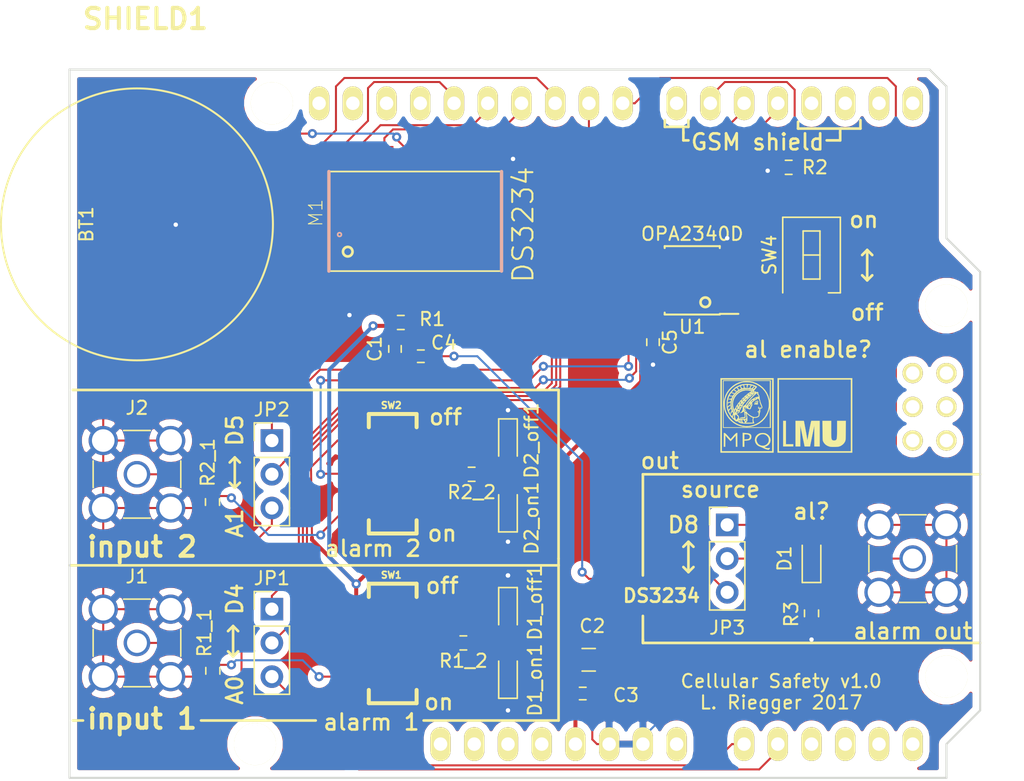
<source format=kicad_pcb>
(kicad_pcb (version 4) (host pcbnew 4.0.6)

  (general
    (links 87)
    (no_connects 0)
    (area 20.244999 46.914999 88.975001 100.405001)
    (thickness 1.6)
    (drawings 79)
    (tracks 403)
    (zones 0)
    (modules 31)
    (nets 55)
  )

  (page A4)
  (layers
    (0 F.Cu signal)
    (31 B.Cu signal)
    (32 B.Adhes user)
    (33 F.Adhes user)
    (34 B.Paste user)
    (35 F.Paste user)
    (36 B.SilkS user)
    (37 F.SilkS user)
    (38 B.Mask user)
    (39 F.Mask user)
    (40 Dwgs.User user)
    (41 Cmts.User user)
    (42 Eco1.User user)
    (43 Eco2.User user)
    (44 Edge.Cuts user)
    (45 Margin user)
    (46 B.CrtYd user)
    (47 F.CrtYd user)
    (48 B.Fab user)
    (49 F.Fab user hide)
  )

  (setup
    (last_trace_width 0.1524)
    (user_trace_width 0.300387)
    (user_trace_width 0.781437)
    (user_trace_width 1.36703)
    (user_trace_width 2.03286)
    (user_trace_width 2.76552)
    (trace_clearance 0.1524)
    (zone_clearance 0.508)
    (zone_45_only no)
    (trace_min 0.1524)
    (segment_width 0.2)
    (edge_width 0.15)
    (via_size 0.6858)
    (via_drill 0.3302)
    (via_min_size 0.6858)
    (via_min_drill 0.3302)
    (uvia_size 0.762)
    (uvia_drill 0.508)
    (uvias_allowed no)
    (uvia_min_size 0)
    (uvia_min_drill 0)
    (pcb_text_width 0.3)
    (pcb_text_size 1.5 1.5)
    (mod_edge_width 0.15)
    (mod_text_size 1 1)
    (mod_text_width 0.15)
    (pad_size 2.44 1.12)
    (pad_drill 0)
    (pad_to_mask_clearance 0.2)
    (aux_axis_origin 0 0)
    (visible_elements FFFFEF7F)
    (pcbplotparams
      (layerselection 0x00030_80000001)
      (usegerberextensions false)
      (excludeedgelayer true)
      (linewidth 0.100000)
      (plotframeref false)
      (viasonmask false)
      (mode 1)
      (useauxorigin false)
      (hpglpennumber 1)
      (hpglpenspeed 20)
      (hpglpendiameter 15)
      (hpglpenoverlay 2)
      (psnegative false)
      (psa4output false)
      (plotreference true)
      (plotvalue true)
      (plotinvisibletext false)
      (padsonsilk false)
      (subtractmaskfromsilk false)
      (outputformat 1)
      (mirror false)
      (drillshape 1)
      (scaleselection 1)
      (outputdirectory ""))
  )

  (net 0 "")
  (net 1 VCC)
  (net 2 GND)
  (net 3 Din1)
  (net 4 Din2)
  (net 5 /SS)
  (net 6 "Net-(M1-Pad3)")
  (net 7 /INT/SQW)
  (net 8 "Net-(M1-Pad6)")
  (net 9 /VBATT)
  (net 10 /MOSI)
  (net 11 /SCLK)
  (net 12 /MISO)
  (net 13 "Net-(SHIELD1-PadAD5)")
  (net 14 "Net-(SHIELD1-PadAD4)")
  (net 15 "Net-(SHIELD1-PadV_IN)")
  (net 16 "Net-(SHIELD1-Pad3V3)")
  (net 17 "Net-(SHIELD1-PadRST)")
  (net 18 "Net-(SHIELD1-Pad0)")
  (net 19 "Net-(SHIELD1-Pad1)")
  (net 20 GSM_RX)
  (net 21 GSM_TX)
  (net 22 GSM_reset)
  (net 23 "Net-(SHIELD1-PadGND3)")
  (net 24 "Net-(SHIELD1-PadAREF)")
  (net 25 "Net-(SHIELD1-PadSDA)")
  (net 26 "Net-(SHIELD1-PadSCL)")
  (net 27 "Net-(SHIELD1-PadIO_R)")
  (net 28 "Net-(SHIELD1-PadNC)")
  (net 29 "Net-(SHIELD1-PadSP1)")
  (net 30 "Net-(SHIELD1-PadSP2)")
  (net 31 "Net-(SHIELD1-PadSP3)")
  (net 32 "Net-(SHIELD1-PadSP4)")
  (net 33 "Net-(SHIELD1-PadSP5)")
  (net 34 "Net-(SHIELD1-PadSP6)")
  (net 35 "Net-(J2-Pad1)")
  (net 36 "Net-(JP1-Pad2)")
  (net 37 Ain1)
  (net 38 "Net-(JP2-Pad2)")
  (net 39 Ain2)
  (net 40 /OPA_input_1/in)
  (net 41 /OPA_input_2/in)
  (net 42 "Net-(D1_on1-Pad2)")
  (net 43 "Net-(D2_on1-Pad2)")
  (net 44 "Net-(J1-Pad1)")
  (net 45 "Net-(R1_2-Pad2)")
  (net 46 "Net-(R2_2-Pad2)")
  (net 47 Alarm_out)
  (net 48 "Net-(D1-Pad1)")
  (net 49 "Net-(JP3-Pad2)")
  (net 50 Alarm_enable)
  (net 51 "Net-(SHIELD1-PadAD3)")
  (net 52 "Net-(SHIELD1-PadAD2)")
  (net 53 "Net-(D1_off1-Pad2)")
  (net 54 "Net-(D2_off1-Pad2)")

  (net_class Default "This is the default net class."
    (clearance 0.1524)
    (trace_width 0.1524)
    (via_dia 0.6858)
    (via_drill 0.3302)
    (uvia_dia 0.762)
    (uvia_drill 0.508)
    (add_net /INT/SQW)
    (add_net /MISO)
    (add_net /MOSI)
    (add_net /OPA_input_1/in)
    (add_net /OPA_input_2/in)
    (add_net /SCLK)
    (add_net /SS)
    (add_net /VBATT)
    (add_net Ain1)
    (add_net Ain2)
    (add_net Alarm_enable)
    (add_net Alarm_out)
    (add_net Din1)
    (add_net Din2)
    (add_net GND)
    (add_net GSM_RX)
    (add_net GSM_TX)
    (add_net GSM_reset)
    (add_net "Net-(D1-Pad1)")
    (add_net "Net-(D1_off1-Pad2)")
    (add_net "Net-(D1_on1-Pad2)")
    (add_net "Net-(D2_off1-Pad2)")
    (add_net "Net-(D2_on1-Pad2)")
    (add_net "Net-(J1-Pad1)")
    (add_net "Net-(J2-Pad1)")
    (add_net "Net-(JP1-Pad2)")
    (add_net "Net-(JP2-Pad2)")
    (add_net "Net-(JP3-Pad2)")
    (add_net "Net-(M1-Pad3)")
    (add_net "Net-(M1-Pad6)")
    (add_net "Net-(R1_2-Pad2)")
    (add_net "Net-(R2_2-Pad2)")
    (add_net "Net-(SHIELD1-Pad0)")
    (add_net "Net-(SHIELD1-Pad1)")
    (add_net "Net-(SHIELD1-Pad3V3)")
    (add_net "Net-(SHIELD1-PadAD2)")
    (add_net "Net-(SHIELD1-PadAD3)")
    (add_net "Net-(SHIELD1-PadAD4)")
    (add_net "Net-(SHIELD1-PadAD5)")
    (add_net "Net-(SHIELD1-PadAREF)")
    (add_net "Net-(SHIELD1-PadGND3)")
    (add_net "Net-(SHIELD1-PadIO_R)")
    (add_net "Net-(SHIELD1-PadNC)")
    (add_net "Net-(SHIELD1-PadRST)")
    (add_net "Net-(SHIELD1-PadSCL)")
    (add_net "Net-(SHIELD1-PadSDA)")
    (add_net "Net-(SHIELD1-PadSP1)")
    (add_net "Net-(SHIELD1-PadSP2)")
    (add_net "Net-(SHIELD1-PadSP3)")
    (add_net "Net-(SHIELD1-PadSP4)")
    (add_net "Net-(SHIELD1-PadSP5)")
    (add_net "Net-(SHIELD1-PadSP6)")
    (add_net "Net-(SHIELD1-PadV_IN)")
  )

  (net_class 1A ""
    (clearance 0.1524)
    (trace_width 0.300387)
    (via_dia 0.6858)
    (via_drill 0.3302)
    (uvia_dia 0.762)
    (uvia_drill 0.508)
    (add_net VCC)
  )

  (net_class 2A ""
    (clearance 0.1524)
    (trace_width 0.781437)
    (via_dia 0.6858)
    (via_drill 0.3302)
    (uvia_dia 0.762)
    (uvia_drill 0.508)
  )

  (net_class 3A ""
    (clearance 0.1524)
    (trace_width 1.36703)
    (via_dia 0.6858)
    (via_drill 0.3302)
    (uvia_dia 0.762)
    (uvia_drill 0.508)
  )

  (net_class 4A ""
    (clearance 0.1524)
    (trace_width 2.03286)
    (via_dia 0.6858)
    (via_drill 0.3302)
    (uvia_dia 0.762)
    (uvia_drill 0.508)
  )

  (net_class 5A ""
    (clearance 0.1524)
    (trace_width 2.76552)
    (via_dia 0.6858)
    (via_drill 0.3302)
    (uvia_dia 0.762)
    (uvia_drill 0.508)
  )

  (module Connectors:SMA_THT_Jack_Straight (layer F.Cu) (tedit 59083423) (tstamp 590199CC)
    (at 83.82 83.82)
    (descr "SMA pcb through hole jack")
    (tags "SMA THT Jack Straight")
    (path /58FE452C)
    (fp_text reference J_ALARM/SQW1 (at 0 -5) (layer F.SilkS) hide
      (effects (font (size 1 1) (thickness 0.15)))
    )
    (fp_text value CONN_COAXIAL (at 0 5) (layer F.Fab)
      (effects (font (size 1 1) (thickness 0.15)))
    )
    (fp_line (start 2.03 -3.05) (end 3.05 -3.05) (layer F.Fab) (width 0.1))
    (fp_line (start -1 -3.3) (end 1 -3.3) (layer F.SilkS) (width 0.12))
    (fp_line (start -1 3.3) (end 1 3.3) (layer F.SilkS) (width 0.12))
    (fp_text user %R (at 0 -5) (layer F.Fab)
      (effects (font (size 1 1) (thickness 0.15)))
    )
    (fp_line (start 3.3 -1) (end 3.3 1) (layer F.SilkS) (width 0.12))
    (fp_line (start -3.3 -1) (end -3.3 1) (layer F.SilkS) (width 0.12))
    (fp_line (start 3.17 -3.17) (end 3.17 3.17) (layer F.Fab) (width 0.1))
    (fp_line (start -3.17 3.17) (end 3.17 3.17) (layer F.Fab) (width 0.1))
    (fp_line (start -3.17 -3.17) (end -3.17 3.17) (layer F.Fab) (width 0.1))
    (fp_line (start -3.17 -3.17) (end 3.17 -3.17) (layer F.Fab) (width 0.1))
    (fp_line (start -2.03 -3.05) (end -2.03 -2.03) (layer F.Fab) (width 0.1))
    (fp_line (start -3.05 -2.03) (end -2.03 -2.03) (layer F.Fab) (width 0.1))
    (fp_line (start -2.03 2.03) (end -2.03 3.05) (layer F.Fab) (width 0.1))
    (fp_line (start -3.05 2.03) (end -2.03 2.03) (layer F.Fab) (width 0.1))
    (fp_line (start 2.03 -3.05) (end 2.03 -2.03) (layer F.Fab) (width 0.1))
    (fp_line (start 2.03 -2.03) (end 3.05 -2.03) (layer F.Fab) (width 0.1))
    (fp_line (start 3.05 2.03) (end 2.03 2.03) (layer F.Fab) (width 0.1))
    (fp_line (start 2.03 2.03) (end 2.03 3.05) (layer F.Fab) (width 0.1))
    (fp_line (start -4.14 -4.14) (end 4.14 -4.14) (layer F.CrtYd) (width 0.05))
    (fp_line (start -4.14 -4.14) (end -4.14 4.14) (layer F.CrtYd) (width 0.05))
    (fp_line (start 4.14 4.14) (end 4.14 -4.14) (layer F.CrtYd) (width 0.05))
    (fp_line (start 4.14 4.14) (end -4.14 4.14) (layer F.CrtYd) (width 0.05))
    (fp_circle (center 0 0) (end 2.04 0) (layer F.Fab) (width 0.1))
    (fp_circle (center 0 0) (end 0.635 0) (layer F.Fab) (width 0.1))
    (fp_line (start 3.05 -3.05) (end 3.05 -2.03) (layer F.Fab) (width 0.1))
    (fp_line (start -3.05 -3.05) (end -3.05 -2.03) (layer F.Fab) (width 0.1))
    (fp_line (start -3.05 -3.05) (end -2.03 -3.05) (layer F.Fab) (width 0.1))
    (fp_line (start -3.05 3.05) (end -2.03 3.05) (layer F.Fab) (width 0.1))
    (fp_line (start -3.05 3.05) (end -3.05 2.03) (layer F.Fab) (width 0.1))
    (fp_line (start 3.05 2.03) (end 3.05 3.05) (layer F.Fab) (width 0.1))
    (fp_line (start 2.03 3.05) (end 3.05 3.05) (layer F.Fab) (width 0.1))
    (pad 2 thru_hole circle (at -2.54 2.54) (size 2.2 2.2) (drill 1.7) (layers *.Cu *.Mask)
      (net 2 GND))
    (pad 2 thru_hole circle (at -2.54 -2.54) (size 2.2 2.2) (drill 1.7) (layers *.Cu *.Mask)
      (net 2 GND))
    (pad 2 thru_hole circle (at 2.54 -2.54) (size 2.2 2.2) (drill 1.7) (layers *.Cu *.Mask)
      (net 2 GND))
    (pad 2 thru_hole circle (at 2.54 2.54) (size 2.2 2.2) (drill 1.7) (layers *.Cu *.Mask)
      (net 2 GND))
    (pad 1 thru_hole circle (at 0 0) (size 2 2) (drill 1.5) (layers *.Cu *.Mask)
      (net 49 "Net-(JP3-Pad2)"))
  )

  (module Connectors:SMA_THT_Jack_Straight (layer F.Cu) (tedit 58C301F2) (tstamp 58FF4E17)
    (at 25.4 77.47)
    (descr "SMA pcb through hole jack")
    (tags "SMA THT Jack Straight")
    (path /59007D3E/58ECB144)
    (fp_text reference J2 (at 0 -5) (layer F.SilkS)
      (effects (font (size 1 1) (thickness 0.15)))
    )
    (fp_text value CONN_COAXIAL (at 0 5) (layer F.Fab)
      (effects (font (size 1 1) (thickness 0.15)))
    )
    (fp_line (start 2.03 -3.05) (end 3.05 -3.05) (layer F.Fab) (width 0.1))
    (fp_line (start -1 -3.3) (end 1 -3.3) (layer F.SilkS) (width 0.12))
    (fp_line (start -1 3.3) (end 1 3.3) (layer F.SilkS) (width 0.12))
    (fp_text user %R (at 0 -5) (layer F.Fab)
      (effects (font (size 1 1) (thickness 0.15)))
    )
    (fp_line (start 3.3 -1) (end 3.3 1) (layer F.SilkS) (width 0.12))
    (fp_line (start -3.3 -1) (end -3.3 1) (layer F.SilkS) (width 0.12))
    (fp_line (start 3.17 -3.17) (end 3.17 3.17) (layer F.Fab) (width 0.1))
    (fp_line (start -3.17 3.17) (end 3.17 3.17) (layer F.Fab) (width 0.1))
    (fp_line (start -3.17 -3.17) (end -3.17 3.17) (layer F.Fab) (width 0.1))
    (fp_line (start -3.17 -3.17) (end 3.17 -3.17) (layer F.Fab) (width 0.1))
    (fp_line (start -2.03 -3.05) (end -2.03 -2.03) (layer F.Fab) (width 0.1))
    (fp_line (start -3.05 -2.03) (end -2.03 -2.03) (layer F.Fab) (width 0.1))
    (fp_line (start -2.03 2.03) (end -2.03 3.05) (layer F.Fab) (width 0.1))
    (fp_line (start -3.05 2.03) (end -2.03 2.03) (layer F.Fab) (width 0.1))
    (fp_line (start 2.03 -3.05) (end 2.03 -2.03) (layer F.Fab) (width 0.1))
    (fp_line (start 2.03 -2.03) (end 3.05 -2.03) (layer F.Fab) (width 0.1))
    (fp_line (start 3.05 2.03) (end 2.03 2.03) (layer F.Fab) (width 0.1))
    (fp_line (start 2.03 2.03) (end 2.03 3.05) (layer F.Fab) (width 0.1))
    (fp_line (start -4.14 -4.14) (end 4.14 -4.14) (layer F.CrtYd) (width 0.05))
    (fp_line (start -4.14 -4.14) (end -4.14 4.14) (layer F.CrtYd) (width 0.05))
    (fp_line (start 4.14 4.14) (end 4.14 -4.14) (layer F.CrtYd) (width 0.05))
    (fp_line (start 4.14 4.14) (end -4.14 4.14) (layer F.CrtYd) (width 0.05))
    (fp_circle (center 0 0) (end 2.04 0) (layer F.Fab) (width 0.1))
    (fp_circle (center 0 0) (end 0.635 0) (layer F.Fab) (width 0.1))
    (fp_line (start 3.05 -3.05) (end 3.05 -2.03) (layer F.Fab) (width 0.1))
    (fp_line (start -3.05 -3.05) (end -3.05 -2.03) (layer F.Fab) (width 0.1))
    (fp_line (start -3.05 -3.05) (end -2.03 -3.05) (layer F.Fab) (width 0.1))
    (fp_line (start -3.05 3.05) (end -2.03 3.05) (layer F.Fab) (width 0.1))
    (fp_line (start -3.05 3.05) (end -3.05 2.03) (layer F.Fab) (width 0.1))
    (fp_line (start 3.05 2.03) (end 3.05 3.05) (layer F.Fab) (width 0.1))
    (fp_line (start 2.03 3.05) (end 3.05 3.05) (layer F.Fab) (width 0.1))
    (pad 2 thru_hole circle (at -2.54 2.54) (size 2.2 2.2) (drill 1.7) (layers *.Cu *.Mask)
      (net 2 GND))
    (pad 2 thru_hole circle (at -2.54 -2.54) (size 2.2 2.2) (drill 1.7) (layers *.Cu *.Mask)
      (net 2 GND))
    (pad 2 thru_hole circle (at 2.54 -2.54) (size 2.2 2.2) (drill 1.7) (layers *.Cu *.Mask)
      (net 2 GND))
    (pad 2 thru_hole circle (at 2.54 2.54) (size 2.2 2.2) (drill 1.7) (layers *.Cu *.Mask)
      (net 2 GND))
    (pad 1 thru_hole circle (at 0 0) (size 2 2) (drill 1.5) (layers *.Cu *.Mask)
      (net 35 "Net-(J2-Pad1)"))
    (model /Users/luis/Desktop/CellularSafetyBoard/sma_angled.wrl
      (at (xyz -0.435 0 0.2854330709))
      (scale (xyz 0.393701 0.393701 0.393701))
      (rotate (xyz -90 0 90))
    )
  )

  (module kicad_footprints_lsrggr:ARDUINO_UNO_SHIELD locked (layer F.Cu) (tedit 0) (tstamp 5900E20D)
    (at 20.32 100.33)
    (path /58ECEB95)
    (fp_text reference SHIELD1 (at 5.715 -57.15) (layer F.SilkS)
      (effects (font (thickness 0.3048)))
    )
    (fp_text value ARDUINO_SHIELD (at 10.16 -54.61) (layer F.SilkS) hide
      (effects (font (thickness 0.3048)))
    )
    (fp_line (start 66.04 -40.64) (end 66.04 -52.07) (layer Cmts.User) (width 0.381))
    (fp_line (start 66.04 -52.07) (end 64.77 -53.34) (layer Cmts.User) (width 0.381))
    (fp_line (start 64.77 -53.34) (end 0 -53.34) (layer Cmts.User) (width 0.381))
    (fp_line (start 66.04 0) (end 0 0) (layer Cmts.User) (width 0.381))
    (fp_line (start 0 0) (end 0 -53.34) (layer Cmts.User) (width 0.381))
    (fp_line (start 66.04 -40.64) (end 68.58 -38.1) (layer Cmts.User) (width 0.381))
    (fp_line (start 68.58 -38.1) (end 68.58 -5.08) (layer Cmts.User) (width 0.381))
    (fp_line (start 68.58 -5.08) (end 66.04 -2.54) (layer Cmts.User) (width 0.381))
    (fp_line (start 66.04 -2.54) (end 66.04 0) (layer Cmts.User) (width 0.381))
    (pad AD5 thru_hole oval (at 63.5 -2.54 90) (size 2.54 1.524) (drill 1.016) (layers *.Cu *.Mask F.SilkS)
      (net 13 "Net-(SHIELD1-PadAD5)"))
    (pad AD4 thru_hole oval (at 60.96 -2.54 90) (size 2.54 1.524) (drill 1.016) (layers *.Cu *.Mask F.SilkS)
      (net 14 "Net-(SHIELD1-PadAD4)"))
    (pad AD3 thru_hole oval (at 58.42 -2.54 90) (size 2.54 1.524) (drill 1.016) (layers *.Cu *.Mask F.SilkS)
      (net 51 "Net-(SHIELD1-PadAD3)"))
    (pad AD0 thru_hole oval (at 50.8 -2.54 90) (size 2.54 1.524) (drill 1.016) (layers *.Cu *.Mask F.SilkS)
      (net 37 Ain1))
    (pad AD1 thru_hole oval (at 53.34 -2.54 90) (size 2.54 1.524) (drill 1.016) (layers *.Cu *.Mask F.SilkS)
      (net 39 Ain2))
    (pad AD2 thru_hole oval (at 55.88 -2.54 90) (size 2.54 1.524) (drill 1.016) (layers *.Cu *.Mask F.SilkS)
      (net 52 "Net-(SHIELD1-PadAD2)"))
    (pad V_IN thru_hole oval (at 45.72 -2.54 90) (size 2.54 1.524) (drill 1.016) (layers *.Cu *.Mask F.SilkS)
      (net 15 "Net-(SHIELD1-PadV_IN)"))
    (pad GND2 thru_hole oval (at 43.18 -2.54 90) (size 2.54 1.524) (drill 1.016) (layers *.Cu *.Mask F.SilkS)
      (net 2 GND))
    (pad GND1 thru_hole oval (at 40.64 -2.54 90) (size 2.54 1.524) (drill 1.016) (layers *.Cu *.Mask F.SilkS)
      (net 2 GND))
    (pad 3V3 thru_hole oval (at 35.56 -2.54 90) (size 2.54 1.524) (drill 1.016) (layers *.Cu *.Mask F.SilkS)
      (net 16 "Net-(SHIELD1-Pad3V3)"))
    (pad RST thru_hole oval (at 33.02 -2.54 90) (size 2.54 1.524) (drill 1.016) (layers *.Cu *.Mask F.SilkS)
      (net 17 "Net-(SHIELD1-PadRST)"))
    (pad 0 thru_hole oval (at 63.5 -50.8 90) (size 2.54 1.524) (drill 1.016) (layers *.Cu *.Mask F.SilkS)
      (net 18 "Net-(SHIELD1-Pad0)"))
    (pad 1 thru_hole oval (at 60.96 -50.8 90) (size 2.54 1.524) (drill 1.016) (layers *.Cu *.Mask F.SilkS)
      (net 19 "Net-(SHIELD1-Pad1)"))
    (pad 2 thru_hole oval (at 58.42 -50.8 90) (size 2.54 1.524) (drill 1.016) (layers *.Cu *.Mask F.SilkS)
      (net 20 GSM_RX))
    (pad 3 thru_hole oval (at 55.88 -50.8 90) (size 2.54 1.524) (drill 1.016) (layers *.Cu *.Mask F.SilkS)
      (net 21 GSM_TX))
    (pad 4 thru_hole oval (at 53.34 -50.8 90) (size 2.54 1.524) (drill 1.016) (layers *.Cu *.Mask F.SilkS)
      (net 3 Din1))
    (pad 5 thru_hole oval (at 50.8 -50.8 90) (size 2.54 1.524) (drill 1.016) (layers *.Cu *.Mask F.SilkS)
      (net 4 Din2))
    (pad 6 thru_hole oval (at 48.26 -50.8 90) (size 2.54 1.524) (drill 1.016) (layers *.Cu *.Mask F.SilkS)
      (net 50 Alarm_enable))
    (pad 7 thru_hole oval (at 45.72 -50.8 90) (size 2.54 1.524) (drill 1.016) (layers *.Cu *.Mask F.SilkS)
      (net 22 GSM_reset))
    (pad 8 thru_hole oval (at 41.656 -50.8 90) (size 2.54 1.524) (drill 1.016) (layers *.Cu *.Mask F.SilkS)
      (net 47 Alarm_out))
    (pad 9 thru_hole oval (at 39.116 -50.8 90) (size 2.54 1.524) (drill 1.016) (layers *.Cu *.Mask F.SilkS)
      (net 7 /INT/SQW))
    (pad 10 thru_hole oval (at 36.576 -50.8 90) (size 2.54 1.524) (drill 1.016) (layers *.Cu *.Mask F.SilkS)
      (net 5 /SS))
    (pad 11 thru_hole oval (at 34.036 -50.8 90) (size 2.54 1.524) (drill 1.016) (layers *.Cu *.Mask F.SilkS)
      (net 10 /MOSI))
    (pad 12 thru_hole oval (at 31.496 -50.8 90) (size 2.54 1.524) (drill 1.016) (layers *.Cu *.Mask F.SilkS)
      (net 12 /MISO))
    (pad 13 thru_hole oval (at 28.956 -50.8 90) (size 2.54 1.524) (drill 1.016) (layers *.Cu *.Mask F.SilkS)
      (net 11 /SCLK))
    (pad GND3 thru_hole oval (at 26.416 -50.8 90) (size 2.54 1.524) (drill 1.016) (layers *.Cu *.Mask F.SilkS)
      (net 23 "Net-(SHIELD1-PadGND3)"))
    (pad AREF thru_hole oval (at 23.876 -50.8 90) (size 2.54 1.524) (drill 1.016) (layers *.Cu *.Mask F.SilkS)
      (net 24 "Net-(SHIELD1-PadAREF)"))
    (pad 5V thru_hole oval (at 38.1 -2.54 90) (size 2.54 1.524) (drill 1.016) (layers *.Cu *.Mask F.SilkS)
      (net 1 VCC))
    (pad "" np_thru_hole circle (at 66.04 -7.62 90) (size 3.175 3.175) (drill 3.175) (layers *.Cu *.Mask F.SilkS))
    (pad "" np_thru_hole circle (at 66.04 -35.56 90) (size 3.175 3.175) (drill 3.175) (layers *.Cu *.Mask F.SilkS))
    (pad "" np_thru_hole circle (at 15.24 -50.8 90) (size 3.175 3.175) (drill 3.175) (layers *.Cu *.Mask F.SilkS))
    (pad "" np_thru_hole circle (at 13.97 -2.54 90) (size 3.175 3.175) (drill 3.175) (layers *.Cu *.Mask F.SilkS))
    (pad SDA thru_hole oval (at 21.336 -50.8 90) (size 2.54 1.524) (drill 1.016) (layers *.Cu *.Mask F.SilkS)
      (net 25 "Net-(SHIELD1-PadSDA)"))
    (pad SCL thru_hole oval (at 18.796 -50.8 90) (size 2.54 1.524) (drill 1.016) (layers *.Cu *.Mask F.SilkS)
      (net 26 "Net-(SHIELD1-PadSCL)"))
    (pad IO_R thru_hole oval (at 30.48 -2.54 90) (size 2.54 1.524) (drill 1.016) (layers *.Cu *.Mask F.SilkS)
      (net 27 "Net-(SHIELD1-PadIO_R)"))
    (pad NC thru_hole oval (at 27.94 -2.54 90) (size 2.54 1.524) (drill 1.016) (layers *.Cu *.Mask F.SilkS)
      (net 28 "Net-(SHIELD1-PadNC)"))
    (pad SP1 thru_hole circle (at 63.5 -30.48 90) (size 1.524 1.524) (drill 1.016) (layers *.Cu *.Mask F.SilkS)
      (net 29 "Net-(SHIELD1-PadSP1)"))
    (pad SP2 thru_hole circle (at 66.04 -30.48 90) (size 1.524 1.524) (drill 1.016) (layers *.Cu *.Mask F.SilkS)
      (net 30 "Net-(SHIELD1-PadSP2)"))
    (pad SP3 thru_hole circle (at 63.5 -27.94 90) (size 1.524 1.524) (drill 1.016) (layers *.Cu *.Mask F.SilkS)
      (net 31 "Net-(SHIELD1-PadSP3)"))
    (pad SP4 thru_hole circle (at 66.04 -27.94 90) (size 1.524 1.524) (drill 1.016) (layers *.Cu *.Mask F.SilkS)
      (net 32 "Net-(SHIELD1-PadSP4)"))
    (pad SP5 thru_hole circle (at 63.5 -25.4 90) (size 1.524 1.524) (drill 1.016) (layers *.Cu *.Mask F.SilkS)
      (net 33 "Net-(SHIELD1-PadSP5)"))
    (pad SP6 thru_hole circle (at 66.04 -25.4 90) (size 1.524 1.524) (drill 1.016) (layers *.Cu *.Mask F.SilkS)
      (net 34 "Net-(SHIELD1-PadSP6)"))
  )

  (module kicad_footprints_lsrggr:S8201-46R (layer F.Cu) (tedit 58F4E1F8) (tstamp 58FE1C61)
    (at 25.4 58.65 270)
    (path /58F39893)
    (fp_text reference BT1 (at 0 3.81 270) (layer F.SilkS)
      (effects (font (size 1 1) (thickness 0.15)))
    )
    (fp_text value Battery_Cell (at 0 -3.81 270) (layer F.Fab)
      (effects (font (size 1 1) (thickness 0.15)))
    )
    (fp_circle (center 0 0) (end 8.89 -5.08) (layer F.SilkS) (width 0.15))
    (pad 1 smd rect (at -7.85 0 270) (size 3.7 3.6) (layers F.Cu F.Paste F.Mask)
      (net 9 /VBATT))
    (pad 1 smd rect (at 7.85 0 270) (size 3.7 3.6) (layers F.Cu F.Paste F.Mask)
      (net 9 /VBATT))
    (pad 2 smd rect (at 0 0 270) (size 4 4) (layers F.Cu F.Paste F.Mask)
      (net 2 GND))
  )

  (module Capacitors_SMD:C_0402 (layer F.Cu) (tedit 58AA841A) (tstamp 58ECEC54)
    (at 44.831 68.03 270)
    (descr "Capacitor SMD 0402, reflow soldering, AVX (see smccp.pdf)")
    (tags "capacitor 0402")
    (path /59047F5E)
    (attr smd)
    (fp_text reference C1 (at 0 1.524 270) (layer F.SilkS)
      (effects (font (size 1 1) (thickness 0.15)))
    )
    (fp_text value 100nF (at 0 1.27 270) (layer F.Fab)
      (effects (font (size 1 1) (thickness 0.15)))
    )
    (fp_text user %R (at 0 -1.27 270) (layer F.Fab)
      (effects (font (size 1 1) (thickness 0.15)))
    )
    (fp_line (start -0.5 0.25) (end -0.5 -0.25) (layer F.Fab) (width 0.1))
    (fp_line (start 0.5 0.25) (end -0.5 0.25) (layer F.Fab) (width 0.1))
    (fp_line (start 0.5 -0.25) (end 0.5 0.25) (layer F.Fab) (width 0.1))
    (fp_line (start -0.5 -0.25) (end 0.5 -0.25) (layer F.Fab) (width 0.1))
    (fp_line (start 0.25 -0.47) (end -0.25 -0.47) (layer F.SilkS) (width 0.12))
    (fp_line (start -0.25 0.47) (end 0.25 0.47) (layer F.SilkS) (width 0.12))
    (fp_line (start -1 -0.4) (end 1 -0.4) (layer F.CrtYd) (width 0.05))
    (fp_line (start -1 -0.4) (end -1 0.4) (layer F.CrtYd) (width 0.05))
    (fp_line (start 1 0.4) (end 1 -0.4) (layer F.CrtYd) (width 0.05))
    (fp_line (start 1 0.4) (end -1 0.4) (layer F.CrtYd) (width 0.05))
    (pad 1 smd rect (at -0.55 0 270) (size 0.6 0.5) (layers F.Cu F.Paste F.Mask)
      (net 1 VCC))
    (pad 2 smd rect (at 0.55 0 270) (size 0.6 0.5) (layers F.Cu F.Paste F.Mask)
      (net 2 GND))
    (model Capacitors_SMD.3dshapes/C_0402.wrl
      (at (xyz 0 0 0))
      (scale (xyz 1 1 1))
      (rotate (xyz 0 0 0))
    )
  )

  (module Capacitors_SMD:C_0402 (layer F.Cu) (tedit 58AA841A) (tstamp 58ECEC60)
    (at 58.97 93.98)
    (descr "Capacitor SMD 0402, reflow soldering, AVX (see smccp.pdf)")
    (tags "capacitor 0402")
    (path /59047990)
    (attr smd)
    (fp_text reference C3 (at 3.26 0.127) (layer F.SilkS)
      (effects (font (size 1 1) (thickness 0.15)))
    )
    (fp_text value 100nF (at 0 1.27) (layer F.Fab)
      (effects (font (size 1 1) (thickness 0.15)))
    )
    (fp_text user %R (at 0 -1.27) (layer F.Fab)
      (effects (font (size 1 1) (thickness 0.15)))
    )
    (fp_line (start -0.5 0.25) (end -0.5 -0.25) (layer F.Fab) (width 0.1))
    (fp_line (start 0.5 0.25) (end -0.5 0.25) (layer F.Fab) (width 0.1))
    (fp_line (start 0.5 -0.25) (end 0.5 0.25) (layer F.Fab) (width 0.1))
    (fp_line (start -0.5 -0.25) (end 0.5 -0.25) (layer F.Fab) (width 0.1))
    (fp_line (start 0.25 -0.47) (end -0.25 -0.47) (layer F.SilkS) (width 0.12))
    (fp_line (start -0.25 0.47) (end 0.25 0.47) (layer F.SilkS) (width 0.12))
    (fp_line (start -1 -0.4) (end 1 -0.4) (layer F.CrtYd) (width 0.05))
    (fp_line (start -1 -0.4) (end -1 0.4) (layer F.CrtYd) (width 0.05))
    (fp_line (start 1 0.4) (end 1 -0.4) (layer F.CrtYd) (width 0.05))
    (fp_line (start 1 0.4) (end -1 0.4) (layer F.CrtYd) (width 0.05))
    (pad 1 smd rect (at -0.55 0) (size 0.6 0.5) (layers F.Cu F.Paste F.Mask)
      (net 1 VCC))
    (pad 2 smd rect (at 0.55 0) (size 0.6 0.5) (layers F.Cu F.Paste F.Mask)
      (net 2 GND))
    (model Capacitors_SMD.3dshapes/C_0402.wrl
      (at (xyz 0 0 0))
      (scale (xyz 1 1 1))
      (rotate (xyz 0 0 0))
    )
  )

  (module SparkFun-FreqCtrl:DS3234 (layer F.Cu) (tedit 59085F96) (tstamp 58FE1CD0)
    (at 46.355 58.42)
    (path /58F39712)
    (attr smd)
    (fp_text reference M1 (at -7.493 -0.635 90) (layer F.SilkS)
      (effects (font (size 1.016 1.016) (thickness 0.0762)))
    )
    (fp_text value DS3234 (at 8.128 0.254 90) (layer F.SilkS)
      (effects (font (thickness 0.15)))
    )
    (fp_line (start 6.49986 -3.74904) (end 6.49986 3.74904) (layer B.SilkS) (width 0.254))
    (fp_line (start 6.49986 -3.74904) (end -6.49986 -3.74904) (layer F.SilkS) (width 0.127))
    (fp_line (start 6.49986 3.74904) (end -6.49986 3.74904) (layer F.SilkS) (width 0.127))
    (fp_line (start -6.49986 -3.74904) (end -6.49986 3.74904) (layer B.SilkS) (width 0.254))
    (fp_circle (center -5.69976 0.99822) (end -5.79882 1.09728) (layer B.SilkS) (width 0.127))
    (pad 1 smd rect (at -5.715 4.68376 180) (size 0.52832 1.97866) (layers F.Cu F.Paste F.Mask)
      (net 5 /SS))
    (pad 2 smd rect (at -4.445 4.68376 180) (size 0.52832 1.97866) (layers F.Cu F.Paste F.Mask)
      (net 2 GND))
    (pad 3 smd rect (at -3.175 4.68376 180) (size 0.52832 1.97866) (layers F.Cu F.Paste F.Mask)
      (net 6 "Net-(M1-Pad3)"))
    (pad 4 smd rect (at -1.905 4.68376 180) (size 0.52832 1.97866) (layers F.Cu F.Paste F.Mask)
      (net 1 VCC))
    (pad 5 smd rect (at -0.635 4.68376 180) (size 0.52832 1.97866) (layers F.Cu F.Paste F.Mask)
      (net 7 /INT/SQW))
    (pad 6 smd rect (at 0.635 4.68376 180) (size 0.52832 1.97866) (layers F.Cu F.Paste F.Mask)
      (net 8 "Net-(M1-Pad6)"))
    (pad 7 smd rect (at 1.905 4.68376 180) (size 0.52832 1.97866) (layers F.Cu F.Paste F.Mask)
      (net 2 GND))
    (pad 8 smd rect (at 3.175 4.68376 180) (size 0.52832 1.97866) (layers F.Cu F.Paste F.Mask)
      (net 2 GND))
    (pad 9 smd rect (at 4.445 4.68376 180) (size 0.52832 1.97866) (layers F.Cu F.Paste F.Mask)
      (net 2 GND))
    (pad 10 smd rect (at 5.715 4.68376 180) (size 0.52832 1.97866) (layers F.Cu F.Paste F.Mask)
      (net 2 GND))
    (pad 11 smd rect (at 5.715 -4.68376 180) (size 0.52832 1.97866) (layers F.Cu F.Paste F.Mask)
      (net 2 GND))
    (pad 12 smd rect (at 4.445 -4.68376 180) (size 0.52832 1.97866) (layers F.Cu F.Paste F.Mask)
      (net 2 GND))
    (pad 13 smd rect (at 3.175 -4.68376 180) (size 0.52832 1.97866) (layers F.Cu F.Paste F.Mask)
      (net 2 GND))
    (pad 14 smd rect (at 1.905 -4.68376 180) (size 0.52832 1.97866) (layers F.Cu F.Paste F.Mask)
      (net 2 GND))
    (pad 15 smd rect (at 0.635 -4.68376 180) (size 0.52832 1.97866) (layers F.Cu F.Paste F.Mask)
      (net 2 GND))
    (pad 16 smd rect (at -0.635 -4.68376 180) (size 0.52832 1.97866) (layers F.Cu F.Paste F.Mask)
      (net 9 /VBATT))
    (pad 17 smd rect (at -1.905 -4.68376 180) (size 0.52832 1.97866) (layers F.Cu F.Paste F.Mask)
      (net 10 /MOSI))
    (pad 18 smd rect (at -3.175 -4.68376 180) (size 0.52832 1.97866) (layers F.Cu F.Paste F.Mask)
      (net 11 /SCLK))
    (pad 19 smd rect (at -4.445 -4.68376 180) (size 0.52832 1.97866) (layers F.Cu F.Paste F.Mask)
      (net 12 /MISO))
    (pad 20 smd rect (at -5.715 -4.68376 180) (size 0.52832 1.97866) (layers F.Cu F.Paste F.Mask)
      (net 11 /SCLK))
    (model Housings_SOIC.3dshapes/SOIC-20W_7.5x12.8mm_Pitch1.27mm.wrl
      (at (xyz 0 0 0))
      (scale (xyz 1 1 1))
      (rotate (xyz 0 0 -90))
    )
  )

  (module brunoeagle:JS202011SCQN (layer F.Cu) (tedit 573E25CB) (tstamp 58FE1D02)
    (at 44.66 90.21 270)
    (path /59005D63/58ED092F)
    (fp_text reference SW1 (at -5.154 0.107 360) (layer F.SilkS)
      (effects (font (size 0.5 0.5) (thickness 0.125)))
    )
    (fp_text value SW_DPDT_JS202011SCQN_one (at 0.043 0.091 270) (layer F.Fab)
      (effects (font (size 0.5 0.5) (thickness 0.125)))
    )
    (fp_line (start 3.5 1.8) (end 4.5 1.8) (layer F.SilkS) (width 0.3))
    (fp_line (start 3.5 -1.8) (end 4.5 -1.8) (layer F.SilkS) (width 0.3))
    (fp_line (start -4.5 1.8) (end -3.5 1.8) (layer F.SilkS) (width 0.3))
    (fp_line (start -4.5 -1.8) (end -3.5 -1.8) (layer F.SilkS) (width 0.3))
    (fp_line (start -4.5 -1.8) (end -4.5 1.8) (layer F.SilkS) (width 0.3))
    (fp_line (start 4.5 -1.8) (end 4.5 1.8) (layer F.SilkS) (width 0.3))
    (pad 4 smd rect (at -2.5 -2.75 270) (size 1.2 2.5) (layers F.Cu F.Paste F.Mask)
      (net 53 "Net-(D1_off1-Pad2)"))
    (pad 5 smd rect (at 0 -2.75 270) (size 1.2 2.5) (layers F.Cu F.Paste F.Mask)
      (net 45 "Net-(R1_2-Pad2)"))
    (pad 6 smd rect (at 2.5 -2.75 270) (size 1.2 2.5) (layers F.Cu F.Paste F.Mask)
      (net 42 "Net-(D1_on1-Pad2)"))
    (pad 3 smd rect (at 2.5 2.75 270) (size 1.2 2.5) (layers F.Cu F.Paste F.Mask)
      (net 44 "Net-(J1-Pad1)"))
    (pad 2 smd rect (at 0 2.75 270) (size 1.2 2.5) (layers F.Cu F.Paste F.Mask)
      (net 40 /OPA_input_1/in))
    (pad 1 smd rect (at -2.5 2.75 270) (size 1.2 2.5) (layers F.Cu F.Paste F.Mask)
      (net 1 VCC))
  )

  (module Capacitors_SMD:C_0402 (layer F.Cu) (tedit 58AA841A) (tstamp 58FF4DDE)
    (at 46.778 68.58 180)
    (descr "Capacitor SMD 0402, reflow soldering, AVX (see smccp.pdf)")
    (tags "capacitor 0402")
    (path /58FE3E59)
    (attr smd)
    (fp_text reference C4 (at -1.736 1.016 180) (layer F.SilkS)
      (effects (font (size 1 1) (thickness 0.15)))
    )
    (fp_text value 22pF (at 0 1.27 180) (layer F.Fab)
      (effects (font (size 1 1) (thickness 0.15)))
    )
    (fp_text user %R (at 0 -1.27 180) (layer F.Fab)
      (effects (font (size 1 1) (thickness 0.15)))
    )
    (fp_line (start -0.5 0.25) (end -0.5 -0.25) (layer F.Fab) (width 0.1))
    (fp_line (start 0.5 0.25) (end -0.5 0.25) (layer F.Fab) (width 0.1))
    (fp_line (start 0.5 -0.25) (end 0.5 0.25) (layer F.Fab) (width 0.1))
    (fp_line (start -0.5 -0.25) (end 0.5 -0.25) (layer F.Fab) (width 0.1))
    (fp_line (start 0.25 -0.47) (end -0.25 -0.47) (layer F.SilkS) (width 0.12))
    (fp_line (start -0.25 0.47) (end 0.25 0.47) (layer F.SilkS) (width 0.12))
    (fp_line (start -1 -0.4) (end 1 -0.4) (layer F.CrtYd) (width 0.05))
    (fp_line (start -1 -0.4) (end -1 0.4) (layer F.CrtYd) (width 0.05))
    (fp_line (start 1 0.4) (end 1 -0.4) (layer F.CrtYd) (width 0.05))
    (fp_line (start 1 0.4) (end -1 0.4) (layer F.CrtYd) (width 0.05))
    (pad 1 smd rect (at -0.55 0 180) (size 0.6 0.5) (layers F.Cu F.Paste F.Mask)
      (net 7 /INT/SQW))
    (pad 2 smd rect (at 0.55 0 180) (size 0.6 0.5) (layers F.Cu F.Paste F.Mask)
      (net 2 GND))
    (model Capacitors_SMD.3dshapes/C_0402.wrl
      (at (xyz 0 0 0))
      (scale (xyz 1 1 1))
      (rotate (xyz 0 0 0))
    )
  )

  (module Pin_Headers:Pin_Header_Straight_1x03_Pitch2.54mm (layer F.Cu) (tedit 58CD4EC1) (tstamp 59006224)
    (at 35.56 87.63)
    (descr "Through hole straight pin header, 1x03, 2.54mm pitch, single row")
    (tags "Through hole pin header THT 1x03 2.54mm single row")
    (path /59005D63/5900601E)
    (fp_text reference JP1 (at 0 -2.33) (layer F.SilkS)
      (effects (font (size 1 1) (thickness 0.15)))
    )
    (fp_text value Jumper_NC_Dual (at 0 7.41) (layer F.Fab)
      (effects (font (size 1 1) (thickness 0.15)))
    )
    (fp_line (start -1.27 -1.27) (end -1.27 6.35) (layer F.Fab) (width 0.1))
    (fp_line (start -1.27 6.35) (end 1.27 6.35) (layer F.Fab) (width 0.1))
    (fp_line (start 1.27 6.35) (end 1.27 -1.27) (layer F.Fab) (width 0.1))
    (fp_line (start 1.27 -1.27) (end -1.27 -1.27) (layer F.Fab) (width 0.1))
    (fp_line (start -1.33 1.27) (end -1.33 6.41) (layer F.SilkS) (width 0.12))
    (fp_line (start -1.33 6.41) (end 1.33 6.41) (layer F.SilkS) (width 0.12))
    (fp_line (start 1.33 6.41) (end 1.33 1.27) (layer F.SilkS) (width 0.12))
    (fp_line (start 1.33 1.27) (end -1.33 1.27) (layer F.SilkS) (width 0.12))
    (fp_line (start -1.33 0) (end -1.33 -1.33) (layer F.SilkS) (width 0.12))
    (fp_line (start -1.33 -1.33) (end 0 -1.33) (layer F.SilkS) (width 0.12))
    (fp_line (start -1.8 -1.8) (end -1.8 6.85) (layer F.CrtYd) (width 0.05))
    (fp_line (start -1.8 6.85) (end 1.8 6.85) (layer F.CrtYd) (width 0.05))
    (fp_line (start 1.8 6.85) (end 1.8 -1.8) (layer F.CrtYd) (width 0.05))
    (fp_line (start 1.8 -1.8) (end -1.8 -1.8) (layer F.CrtYd) (width 0.05))
    (fp_text user %R (at 0 -2.33) (layer F.Fab)
      (effects (font (size 1 1) (thickness 0.15)))
    )
    (pad 1 thru_hole rect (at 0 0) (size 1.7 1.7) (drill 1) (layers *.Cu *.Mask)
      (net 3 Din1))
    (pad 2 thru_hole oval (at 0 2.54) (size 1.7 1.7) (drill 1) (layers *.Cu *.Mask)
      (net 36 "Net-(JP1-Pad2)"))
    (pad 3 thru_hole oval (at 0 5.08) (size 1.7 1.7) (drill 1) (layers *.Cu *.Mask)
      (net 37 Ain1))
    (model ${KISYS3DMOD}/Pin_Headers.3dshapes/Pin_Header_Straight_1x03_Pitch2.54mm.wrl
      (at (xyz 0 -0.1 0))
      (scale (xyz 1 1 1))
      (rotate (xyz 0 0 90))
    )
  )

  (module Pin_Headers:Pin_Header_Straight_1x03_Pitch2.54mm (layer F.Cu) (tedit 58CD4EC1) (tstamp 5900622B)
    (at 35.56 74.93)
    (descr "Through hole straight pin header, 1x03, 2.54mm pitch, single row")
    (tags "Through hole pin header THT 1x03 2.54mm single row")
    (path /59007D3E/5900601E)
    (fp_text reference JP2 (at 0 -2.33) (layer F.SilkS)
      (effects (font (size 1 1) (thickness 0.15)))
    )
    (fp_text value Jumper_NC_Dual (at 0 7.41) (layer F.Fab)
      (effects (font (size 1 1) (thickness 0.15)))
    )
    (fp_line (start -1.27 -1.27) (end -1.27 6.35) (layer F.Fab) (width 0.1))
    (fp_line (start -1.27 6.35) (end 1.27 6.35) (layer F.Fab) (width 0.1))
    (fp_line (start 1.27 6.35) (end 1.27 -1.27) (layer F.Fab) (width 0.1))
    (fp_line (start 1.27 -1.27) (end -1.27 -1.27) (layer F.Fab) (width 0.1))
    (fp_line (start -1.33 1.27) (end -1.33 6.41) (layer F.SilkS) (width 0.12))
    (fp_line (start -1.33 6.41) (end 1.33 6.41) (layer F.SilkS) (width 0.12))
    (fp_line (start 1.33 6.41) (end 1.33 1.27) (layer F.SilkS) (width 0.12))
    (fp_line (start 1.33 1.27) (end -1.33 1.27) (layer F.SilkS) (width 0.12))
    (fp_line (start -1.33 0) (end -1.33 -1.33) (layer F.SilkS) (width 0.12))
    (fp_line (start -1.33 -1.33) (end 0 -1.33) (layer F.SilkS) (width 0.12))
    (fp_line (start -1.8 -1.8) (end -1.8 6.85) (layer F.CrtYd) (width 0.05))
    (fp_line (start -1.8 6.85) (end 1.8 6.85) (layer F.CrtYd) (width 0.05))
    (fp_line (start 1.8 6.85) (end 1.8 -1.8) (layer F.CrtYd) (width 0.05))
    (fp_line (start 1.8 -1.8) (end -1.8 -1.8) (layer F.CrtYd) (width 0.05))
    (fp_text user %R (at 0 -2.33) (layer F.Fab)
      (effects (font (size 1 1) (thickness 0.15)))
    )
    (pad 1 thru_hole rect (at 0 0) (size 1.7 1.7) (drill 1) (layers *.Cu *.Mask)
      (net 4 Din2))
    (pad 2 thru_hole oval (at 0 2.54) (size 1.7 1.7) (drill 1) (layers *.Cu *.Mask)
      (net 38 "Net-(JP2-Pad2)"))
    (pad 3 thru_hole oval (at 0 5.08) (size 1.7 1.7) (drill 1) (layers *.Cu *.Mask)
      (net 39 Ain2))
    (model ${KISYS3DMOD}/Pin_Headers.3dshapes/Pin_Header_Straight_1x03_Pitch2.54mm.wrl
      (at (xyz 0 -0.1 0))
      (scale (xyz 1 1 1))
      (rotate (xyz 0 0 90))
    )
  )

  (module brunoeagle:JS202011SCQN (layer F.Cu) (tedit 573E25CB) (tstamp 59006267)
    (at 44.66 77.43 270)
    (path /59007D3E/58ED092F)
    (fp_text reference SW2 (at -5.154 0.107 360) (layer F.SilkS)
      (effects (font (size 0.5 0.5) (thickness 0.125)))
    )
    (fp_text value SW_DPDT_JS202011SCQN_one (at 0.04 0.21 270) (layer F.Fab)
      (effects (font (size 0.5 0.5) (thickness 0.125)))
    )
    (fp_line (start 3.5 1.8) (end 4.5 1.8) (layer F.SilkS) (width 0.3))
    (fp_line (start 3.5 -1.8) (end 4.5 -1.8) (layer F.SilkS) (width 0.3))
    (fp_line (start -4.5 1.8) (end -3.5 1.8) (layer F.SilkS) (width 0.3))
    (fp_line (start -4.5 -1.8) (end -3.5 -1.8) (layer F.SilkS) (width 0.3))
    (fp_line (start -4.5 -1.8) (end -4.5 1.8) (layer F.SilkS) (width 0.3))
    (fp_line (start 4.5 -1.8) (end 4.5 1.8) (layer F.SilkS) (width 0.3))
    (pad 4 smd rect (at -2.5 -2.75 270) (size 1.2 2.5) (layers F.Cu F.Paste F.Mask)
      (net 54 "Net-(D2_off1-Pad2)"))
    (pad 5 smd rect (at 0 -2.75 270) (size 1.2 2.5) (layers F.Cu F.Paste F.Mask)
      (net 46 "Net-(R2_2-Pad2)"))
    (pad 6 smd rect (at 2.5 -2.75 270) (size 1.2 2.5) (layers F.Cu F.Paste F.Mask)
      (net 43 "Net-(D2_on1-Pad2)"))
    (pad 3 smd rect (at 2.5 2.75 270) (size 1.2 2.5) (layers F.Cu F.Paste F.Mask)
      (net 35 "Net-(J2-Pad1)"))
    (pad 2 smd rect (at 0 2.75 270) (size 1.2 2.5) (layers F.Cu F.Paste F.Mask)
      (net 41 /OPA_input_2/in))
    (pad 1 smd rect (at -2.5 2.75 270) (size 1.2 2.5) (layers F.Cu F.Paste F.Mask)
      (net 1 VCC))
  )

  (module LEDs:LED_0805 (layer F.Cu) (tedit 57FE93EC) (tstamp 59019C3B)
    (at 53.34 92.54 90)
    (descr "LED 0805 smd package")
    (tags "LED led 0805 SMD smd SMT smt smdled SMDLED smtled SMTLED")
    (path /59005D63/58F38822)
    (attr smd)
    (fp_text reference D1_on1 (at -0.424 2.032 90) (layer F.SilkS)
      (effects (font (size 1 1) (thickness 0.15)))
    )
    (fp_text value LED (at 0 1.55 90) (layer F.Fab)
      (effects (font (size 1 1) (thickness 0.15)))
    )
    (fp_line (start -1.8 -0.7) (end -1.8 0.7) (layer F.SilkS) (width 0.12))
    (fp_line (start -0.4 -0.4) (end -0.4 0.4) (layer F.Fab) (width 0.1))
    (fp_line (start -0.4 0) (end 0.2 -0.4) (layer F.Fab) (width 0.1))
    (fp_line (start 0.2 0.4) (end -0.4 0) (layer F.Fab) (width 0.1))
    (fp_line (start 0.2 -0.4) (end 0.2 0.4) (layer F.Fab) (width 0.1))
    (fp_line (start 1 0.6) (end -1 0.6) (layer F.Fab) (width 0.1))
    (fp_line (start 1 -0.6) (end 1 0.6) (layer F.Fab) (width 0.1))
    (fp_line (start -1 -0.6) (end 1 -0.6) (layer F.Fab) (width 0.1))
    (fp_line (start -1 0.6) (end -1 -0.6) (layer F.Fab) (width 0.1))
    (fp_line (start -1.8 0.7) (end 1 0.7) (layer F.SilkS) (width 0.12))
    (fp_line (start -1.8 -0.7) (end 1 -0.7) (layer F.SilkS) (width 0.12))
    (fp_line (start 1.95 -0.85) (end 1.95 0.85) (layer F.CrtYd) (width 0.05))
    (fp_line (start 1.95 0.85) (end -1.95 0.85) (layer F.CrtYd) (width 0.05))
    (fp_line (start -1.95 0.85) (end -1.95 -0.85) (layer F.CrtYd) (width 0.05))
    (fp_line (start -1.95 -0.85) (end 1.95 -0.85) (layer F.CrtYd) (width 0.05))
    (pad 2 smd rect (at 1.1 0 270) (size 1.2 1.2) (layers F.Cu F.Paste F.Mask)
      (net 42 "Net-(D1_on1-Pad2)"))
    (pad 1 smd rect (at -1.1 0 270) (size 1.2 1.2) (layers F.Cu F.Paste F.Mask)
      (net 2 GND))
    (model LEDs.3dshapes/LED_0805.wrl
      (at (xyz 0 0 0))
      (scale (xyz 1 1 1))
      (rotate (xyz 0 0 180))
    )
  )

  (module LEDs:LED_0805 (layer F.Cu) (tedit 57FE93EC) (tstamp 59019C47)
    (at 53.34 80.01 90)
    (descr "LED 0805 smd package")
    (tags "LED led 0805 SMD smd SMT smt smdled SMDLED smtled SMTLED")
    (path /59007D3E/58F38822)
    (attr smd)
    (fp_text reference D2_on1 (at -0.762 1.778 90) (layer F.SilkS)
      (effects (font (size 1 1) (thickness 0.15)))
    )
    (fp_text value LED (at 0 1.55 90) (layer F.Fab)
      (effects (font (size 1 1) (thickness 0.15)))
    )
    (fp_line (start -1.8 -0.7) (end -1.8 0.7) (layer F.SilkS) (width 0.12))
    (fp_line (start -0.4 -0.4) (end -0.4 0.4) (layer F.Fab) (width 0.1))
    (fp_line (start -0.4 0) (end 0.2 -0.4) (layer F.Fab) (width 0.1))
    (fp_line (start 0.2 0.4) (end -0.4 0) (layer F.Fab) (width 0.1))
    (fp_line (start 0.2 -0.4) (end 0.2 0.4) (layer F.Fab) (width 0.1))
    (fp_line (start 1 0.6) (end -1 0.6) (layer F.Fab) (width 0.1))
    (fp_line (start 1 -0.6) (end 1 0.6) (layer F.Fab) (width 0.1))
    (fp_line (start -1 -0.6) (end 1 -0.6) (layer F.Fab) (width 0.1))
    (fp_line (start -1 0.6) (end -1 -0.6) (layer F.Fab) (width 0.1))
    (fp_line (start -1.8 0.7) (end 1 0.7) (layer F.SilkS) (width 0.12))
    (fp_line (start -1.8 -0.7) (end 1 -0.7) (layer F.SilkS) (width 0.12))
    (fp_line (start 1.95 -0.85) (end 1.95 0.85) (layer F.CrtYd) (width 0.05))
    (fp_line (start 1.95 0.85) (end -1.95 0.85) (layer F.CrtYd) (width 0.05))
    (fp_line (start -1.95 0.85) (end -1.95 -0.85) (layer F.CrtYd) (width 0.05))
    (fp_line (start -1.95 -0.85) (end 1.95 -0.85) (layer F.CrtYd) (width 0.05))
    (pad 2 smd rect (at 1.1 0 270) (size 1.2 1.2) (layers F.Cu F.Paste F.Mask)
      (net 43 "Net-(D2_on1-Pad2)"))
    (pad 1 smd rect (at -1.1 0 270) (size 1.2 1.2) (layers F.Cu F.Paste F.Mask)
      (net 2 GND))
    (model LEDs.3dshapes/LED_0805.wrl
      (at (xyz 0 0 0))
      (scale (xyz 1 1 1))
      (rotate (xyz 0 0 180))
    )
  )

  (module Connectors:SMA_THT_Jack_Straight (layer F.Cu) (tedit 58C301F2) (tstamp 59019C68)
    (at 25.4 90.17)
    (descr "SMA pcb through hole jack")
    (tags "SMA THT Jack Straight")
    (path /59005D63/58ECB144)
    (fp_text reference J1 (at 0 -5) (layer F.SilkS)
      (effects (font (size 1 1) (thickness 0.15)))
    )
    (fp_text value CONN_COAXIAL (at 0 5) (layer F.Fab)
      (effects (font (size 1 1) (thickness 0.15)))
    )
    (fp_line (start 2.03 -3.05) (end 3.05 -3.05) (layer F.Fab) (width 0.1))
    (fp_line (start -1 -3.3) (end 1 -3.3) (layer F.SilkS) (width 0.12))
    (fp_line (start -1 3.3) (end 1 3.3) (layer F.SilkS) (width 0.12))
    (fp_text user %R (at 0 -5) (layer F.Fab)
      (effects (font (size 1 1) (thickness 0.15)))
    )
    (fp_line (start 3.3 -1) (end 3.3 1) (layer F.SilkS) (width 0.12))
    (fp_line (start -3.3 -1) (end -3.3 1) (layer F.SilkS) (width 0.12))
    (fp_line (start 3.17 -3.17) (end 3.17 3.17) (layer F.Fab) (width 0.1))
    (fp_line (start -3.17 3.17) (end 3.17 3.17) (layer F.Fab) (width 0.1))
    (fp_line (start -3.17 -3.17) (end -3.17 3.17) (layer F.Fab) (width 0.1))
    (fp_line (start -3.17 -3.17) (end 3.17 -3.17) (layer F.Fab) (width 0.1))
    (fp_line (start -2.03 -3.05) (end -2.03 -2.03) (layer F.Fab) (width 0.1))
    (fp_line (start -3.05 -2.03) (end -2.03 -2.03) (layer F.Fab) (width 0.1))
    (fp_line (start -2.03 2.03) (end -2.03 3.05) (layer F.Fab) (width 0.1))
    (fp_line (start -3.05 2.03) (end -2.03 2.03) (layer F.Fab) (width 0.1))
    (fp_line (start 2.03 -3.05) (end 2.03 -2.03) (layer F.Fab) (width 0.1))
    (fp_line (start 2.03 -2.03) (end 3.05 -2.03) (layer F.Fab) (width 0.1))
    (fp_line (start 3.05 2.03) (end 2.03 2.03) (layer F.Fab) (width 0.1))
    (fp_line (start 2.03 2.03) (end 2.03 3.05) (layer F.Fab) (width 0.1))
    (fp_line (start -4.14 -4.14) (end 4.14 -4.14) (layer F.CrtYd) (width 0.05))
    (fp_line (start -4.14 -4.14) (end -4.14 4.14) (layer F.CrtYd) (width 0.05))
    (fp_line (start 4.14 4.14) (end 4.14 -4.14) (layer F.CrtYd) (width 0.05))
    (fp_line (start 4.14 4.14) (end -4.14 4.14) (layer F.CrtYd) (width 0.05))
    (fp_circle (center 0 0) (end 2.04 0) (layer F.Fab) (width 0.1))
    (fp_circle (center 0 0) (end 0.635 0) (layer F.Fab) (width 0.1))
    (fp_line (start 3.05 -3.05) (end 3.05 -2.03) (layer F.Fab) (width 0.1))
    (fp_line (start -3.05 -3.05) (end -3.05 -2.03) (layer F.Fab) (width 0.1))
    (fp_line (start -3.05 -3.05) (end -2.03 -3.05) (layer F.Fab) (width 0.1))
    (fp_line (start -3.05 3.05) (end -2.03 3.05) (layer F.Fab) (width 0.1))
    (fp_line (start -3.05 3.05) (end -3.05 2.03) (layer F.Fab) (width 0.1))
    (fp_line (start 3.05 2.03) (end 3.05 3.05) (layer F.Fab) (width 0.1))
    (fp_line (start 2.03 3.05) (end 3.05 3.05) (layer F.Fab) (width 0.1))
    (pad 2 thru_hole circle (at -2.54 2.54) (size 2.2 2.2) (drill 1.7) (layers *.Cu *.Mask)
      (net 2 GND))
    (pad 2 thru_hole circle (at -2.54 -2.54) (size 2.2 2.2) (drill 1.7) (layers *.Cu *.Mask)
      (net 2 GND))
    (pad 2 thru_hole circle (at 2.54 -2.54) (size 2.2 2.2) (drill 1.7) (layers *.Cu *.Mask)
      (net 2 GND))
    (pad 2 thru_hole circle (at 2.54 2.54) (size 2.2 2.2) (drill 1.7) (layers *.Cu *.Mask)
      (net 2 GND))
    (pad 1 thru_hole circle (at 0 0) (size 2 2) (drill 1.5) (layers *.Cu *.Mask)
      (net 44 "Net-(J1-Pad1)"))
  )

  (module Capacitors_SMD:C_0805 (layer F.Cu) (tedit 58AA8463) (tstamp 59048BC1)
    (at 59.42 91.44)
    (descr "Capacitor SMD 0805, reflow soldering, AVX (see smccp.pdf)")
    (tags "capacitor 0805")
    (path /58ECD33D)
    (attr smd)
    (fp_text reference C2 (at 0.27 -2.54) (layer F.SilkS)
      (effects (font (size 1 1) (thickness 0.15)))
    )
    (fp_text value 10uF (at 0 1.75) (layer F.Fab)
      (effects (font (size 1 1) (thickness 0.15)))
    )
    (fp_text user %R (at 0 -1.5) (layer F.Fab)
      (effects (font (size 1 1) (thickness 0.15)))
    )
    (fp_line (start -1 0.62) (end -1 -0.62) (layer F.Fab) (width 0.1))
    (fp_line (start 1 0.62) (end -1 0.62) (layer F.Fab) (width 0.1))
    (fp_line (start 1 -0.62) (end 1 0.62) (layer F.Fab) (width 0.1))
    (fp_line (start -1 -0.62) (end 1 -0.62) (layer F.Fab) (width 0.1))
    (fp_line (start 0.5 -0.85) (end -0.5 -0.85) (layer F.SilkS) (width 0.12))
    (fp_line (start -0.5 0.85) (end 0.5 0.85) (layer F.SilkS) (width 0.12))
    (fp_line (start -1.75 -0.88) (end 1.75 -0.88) (layer F.CrtYd) (width 0.05))
    (fp_line (start -1.75 -0.88) (end -1.75 0.87) (layer F.CrtYd) (width 0.05))
    (fp_line (start 1.75 0.87) (end 1.75 -0.88) (layer F.CrtYd) (width 0.05))
    (fp_line (start 1.75 0.87) (end -1.75 0.87) (layer F.CrtYd) (width 0.05))
    (pad 1 smd rect (at -1 0) (size 1 1.25) (layers F.Cu F.Paste F.Mask)
      (net 1 VCC))
    (pad 2 smd rect (at 1 0) (size 1 1.25) (layers F.Cu F.Paste F.Mask)
      (net 2 GND))
    (model Capacitors_SMD.3dshapes/C_0805.wrl
      (at (xyz 0 0 0))
      (scale (xyz 1 1 1))
      (rotate (xyz 0 0 0))
    )
  )

  (module LEDs:LED_0805 (layer F.Cu) (tedit 57FE93EC) (tstamp 59048BCB)
    (at 76.2 83.82 90)
    (descr "LED 0805 smd package")
    (tags "LED led 0805 SMD smd SMT smt smdled SMDLED smtled SMTLED")
    (path /59039861)
    (attr smd)
    (fp_text reference D1 (at 0 -2.032 90) (layer F.SilkS)
      (effects (font (size 1 1) (thickness 0.15)))
    )
    (fp_text value LED (at 0 1.55 90) (layer F.Fab)
      (effects (font (size 1 1) (thickness 0.15)))
    )
    (fp_line (start -1.8 -0.7) (end -1.8 0.7) (layer F.SilkS) (width 0.12))
    (fp_line (start -0.4 -0.4) (end -0.4 0.4) (layer F.Fab) (width 0.1))
    (fp_line (start -0.4 0) (end 0.2 -0.4) (layer F.Fab) (width 0.1))
    (fp_line (start 0.2 0.4) (end -0.4 0) (layer F.Fab) (width 0.1))
    (fp_line (start 0.2 -0.4) (end 0.2 0.4) (layer F.Fab) (width 0.1))
    (fp_line (start 1 0.6) (end -1 0.6) (layer F.Fab) (width 0.1))
    (fp_line (start 1 -0.6) (end 1 0.6) (layer F.Fab) (width 0.1))
    (fp_line (start -1 -0.6) (end 1 -0.6) (layer F.Fab) (width 0.1))
    (fp_line (start -1 0.6) (end -1 -0.6) (layer F.Fab) (width 0.1))
    (fp_line (start -1.8 0.7) (end 1 0.7) (layer F.SilkS) (width 0.12))
    (fp_line (start -1.8 -0.7) (end 1 -0.7) (layer F.SilkS) (width 0.12))
    (fp_line (start 1.95 -0.85) (end 1.95 0.85) (layer F.CrtYd) (width 0.05))
    (fp_line (start 1.95 0.85) (end -1.95 0.85) (layer F.CrtYd) (width 0.05))
    (fp_line (start -1.95 0.85) (end -1.95 -0.85) (layer F.CrtYd) (width 0.05))
    (fp_line (start -1.95 -0.85) (end 1.95 -0.85) (layer F.CrtYd) (width 0.05))
    (pad 2 smd rect (at 1.1 0 270) (size 1.2 1.2) (layers F.Cu F.Paste F.Mask)
      (net 47 Alarm_out))
    (pad 1 smd rect (at -1.1 0 270) (size 1.2 1.2) (layers F.Cu F.Paste F.Mask)
      (net 48 "Net-(D1-Pad1)"))
    (model LEDs.3dshapes/LED_0805.wrl
      (at (xyz 0 0 0))
      (scale (xyz 1 1 1))
      (rotate (xyz 0 0 180))
    )
  )

  (module Pin_Headers:Pin_Header_Straight_1x03_Pitch2.54mm (layer F.Cu) (tedit 58CD4EC1) (tstamp 59048BE1)
    (at 69.85 81.28)
    (descr "Through hole straight pin header, 1x03, 2.54mm pitch, single row")
    (tags "Through hole pin header THT 1x03 2.54mm single row")
    (path /59046683)
    (fp_text reference JP3 (at 0 7.747) (layer F.SilkS)
      (effects (font (size 1 1) (thickness 0.15)))
    )
    (fp_text value Jumper_NC_Dual (at 0 7.41) (layer F.Fab)
      (effects (font (size 1 1) (thickness 0.15)))
    )
    (fp_line (start -1.27 -1.27) (end -1.27 6.35) (layer F.Fab) (width 0.1))
    (fp_line (start -1.27 6.35) (end 1.27 6.35) (layer F.Fab) (width 0.1))
    (fp_line (start 1.27 6.35) (end 1.27 -1.27) (layer F.Fab) (width 0.1))
    (fp_line (start 1.27 -1.27) (end -1.27 -1.27) (layer F.Fab) (width 0.1))
    (fp_line (start -1.33 1.27) (end -1.33 6.41) (layer F.SilkS) (width 0.12))
    (fp_line (start -1.33 6.41) (end 1.33 6.41) (layer F.SilkS) (width 0.12))
    (fp_line (start 1.33 6.41) (end 1.33 1.27) (layer F.SilkS) (width 0.12))
    (fp_line (start 1.33 1.27) (end -1.33 1.27) (layer F.SilkS) (width 0.12))
    (fp_line (start -1.33 0) (end -1.33 -1.33) (layer F.SilkS) (width 0.12))
    (fp_line (start -1.33 -1.33) (end 0 -1.33) (layer F.SilkS) (width 0.12))
    (fp_line (start -1.8 -1.8) (end -1.8 6.85) (layer F.CrtYd) (width 0.05))
    (fp_line (start -1.8 6.85) (end 1.8 6.85) (layer F.CrtYd) (width 0.05))
    (fp_line (start 1.8 6.85) (end 1.8 -1.8) (layer F.CrtYd) (width 0.05))
    (fp_line (start 1.8 -1.8) (end -1.8 -1.8) (layer F.CrtYd) (width 0.05))
    (fp_text user %R (at 0 -2.33) (layer F.Fab)
      (effects (font (size 1 1) (thickness 0.15)))
    )
    (pad 1 thru_hole rect (at 0 0) (size 1.7 1.7) (drill 1) (layers *.Cu *.Mask)
      (net 47 Alarm_out))
    (pad 2 thru_hole oval (at 0 2.54) (size 1.7 1.7) (drill 1) (layers *.Cu *.Mask)
      (net 49 "Net-(JP3-Pad2)"))
    (pad 3 thru_hole oval (at 0 5.08) (size 1.7 1.7) (drill 1) (layers *.Cu *.Mask)
      (net 7 /INT/SQW))
    (model ${KISYS3DMOD}/Pin_Headers.3dshapes/Pin_Header_Straight_1x03_Pitch2.54mm.wrl
      (at (xyz 0 -0.1 0))
      (scale (xyz 1 1 1))
      (rotate (xyz 0 0 90))
    )
  )

  (module Resistors_SMD:R_0402 (layer F.Cu) (tedit 58E0A804) (tstamp 59048BE2)
    (at 45.27 66.04)
    (descr "Resistor SMD 0402, reflow soldering, Vishay (see dcrcw.pdf)")
    (tags "resistor 0402")
    (path /58FE3C56)
    (attr smd)
    (fp_text reference R1 (at 2.355 -0.254) (layer F.SilkS)
      (effects (font (size 1 1) (thickness 0.15)))
    )
    (fp_text value 10k (at 0 1.45) (layer F.Fab)
      (effects (font (size 1 1) (thickness 0.15)))
    )
    (fp_text user %R (at 0 -1.35) (layer F.Fab)
      (effects (font (size 1 1) (thickness 0.15)))
    )
    (fp_line (start -0.5 0.25) (end -0.5 -0.25) (layer F.Fab) (width 0.1))
    (fp_line (start 0.5 0.25) (end -0.5 0.25) (layer F.Fab) (width 0.1))
    (fp_line (start 0.5 -0.25) (end 0.5 0.25) (layer F.Fab) (width 0.1))
    (fp_line (start -0.5 -0.25) (end 0.5 -0.25) (layer F.Fab) (width 0.1))
    (fp_line (start 0.25 -0.53) (end -0.25 -0.53) (layer F.SilkS) (width 0.12))
    (fp_line (start -0.25 0.53) (end 0.25 0.53) (layer F.SilkS) (width 0.12))
    (fp_line (start -0.8 -0.45) (end 0.8 -0.45) (layer F.CrtYd) (width 0.05))
    (fp_line (start -0.8 -0.45) (end -0.8 0.45) (layer F.CrtYd) (width 0.05))
    (fp_line (start 0.8 0.45) (end 0.8 -0.45) (layer F.CrtYd) (width 0.05))
    (fp_line (start 0.8 0.45) (end -0.8 0.45) (layer F.CrtYd) (width 0.05))
    (pad 1 smd rect (at -0.45 0) (size 0.4 0.6) (layers F.Cu F.Paste F.Mask)
      (net 1 VCC))
    (pad 2 smd rect (at 0.45 0) (size 0.4 0.6) (layers F.Cu F.Paste F.Mask)
      (net 7 /INT/SQW))
    (model ${KISYS3DMOD}/Resistors_SMD.3dshapes/R_0402.wrl
      (at (xyz 0 0 0))
      (scale (xyz 1 1 1))
      (rotate (xyz 0 0 0))
    )
  )

  (module Resistors_SMD:R_0402 (layer F.Cu) (tedit 58E0A804) (tstamp 59048BE7)
    (at 31.115 92.271 270)
    (descr "Resistor SMD 0402, reflow soldering, Vishay (see dcrcw.pdf)")
    (tags "resistor 0402")
    (path /59005D63/58ECBA14)
    (attr smd)
    (fp_text reference R1_1 (at -2.863 0.635 270) (layer F.SilkS)
      (effects (font (size 1 1) (thickness 0.15)))
    )
    (fp_text value 10k (at 0 1.45 270) (layer F.Fab)
      (effects (font (size 1 1) (thickness 0.15)))
    )
    (fp_text user %R (at 0 -1.35 270) (layer F.Fab)
      (effects (font (size 1 1) (thickness 0.15)))
    )
    (fp_line (start -0.5 0.25) (end -0.5 -0.25) (layer F.Fab) (width 0.1))
    (fp_line (start 0.5 0.25) (end -0.5 0.25) (layer F.Fab) (width 0.1))
    (fp_line (start 0.5 -0.25) (end 0.5 0.25) (layer F.Fab) (width 0.1))
    (fp_line (start -0.5 -0.25) (end 0.5 -0.25) (layer F.Fab) (width 0.1))
    (fp_line (start 0.25 -0.53) (end -0.25 -0.53) (layer F.SilkS) (width 0.12))
    (fp_line (start -0.25 0.53) (end 0.25 0.53) (layer F.SilkS) (width 0.12))
    (fp_line (start -0.8 -0.45) (end 0.8 -0.45) (layer F.CrtYd) (width 0.05))
    (fp_line (start -0.8 -0.45) (end -0.8 0.45) (layer F.CrtYd) (width 0.05))
    (fp_line (start 0.8 0.45) (end 0.8 -0.45) (layer F.CrtYd) (width 0.05))
    (fp_line (start 0.8 0.45) (end -0.8 0.45) (layer F.CrtYd) (width 0.05))
    (pad 1 smd rect (at -0.45 0 270) (size 0.4 0.6) (layers F.Cu F.Paste F.Mask)
      (net 44 "Net-(J1-Pad1)"))
    (pad 2 smd rect (at 0.45 0 270) (size 0.4 0.6) (layers F.Cu F.Paste F.Mask)
      (net 2 GND))
    (model ${KISYS3DMOD}/Resistors_SMD.3dshapes/R_0402.wrl
      (at (xyz 0 0 0))
      (scale (xyz 1 1 1))
      (rotate (xyz 0 0 0))
    )
  )

  (module Resistors_SMD:R_0402 (layer F.Cu) (tedit 58E0A804) (tstamp 59048BEC)
    (at 49.98 90.17 180)
    (descr "Resistor SMD 0402, reflow soldering, Vishay (see dcrcw.pdf)")
    (tags "resistor 0402")
    (path /59005D63/58ED1796)
    (attr smd)
    (fp_text reference R1_2 (at 0 -1.35 180) (layer F.SilkS)
      (effects (font (size 1 1) (thickness 0.15)))
    )
    (fp_text value 150 (at 0 1.45 180) (layer F.Fab)
      (effects (font (size 1 1) (thickness 0.15)))
    )
    (fp_text user %R (at 0 -1.35 180) (layer F.Fab)
      (effects (font (size 1 1) (thickness 0.15)))
    )
    (fp_line (start -0.5 0.25) (end -0.5 -0.25) (layer F.Fab) (width 0.1))
    (fp_line (start 0.5 0.25) (end -0.5 0.25) (layer F.Fab) (width 0.1))
    (fp_line (start 0.5 -0.25) (end 0.5 0.25) (layer F.Fab) (width 0.1))
    (fp_line (start -0.5 -0.25) (end 0.5 -0.25) (layer F.Fab) (width 0.1))
    (fp_line (start 0.25 -0.53) (end -0.25 -0.53) (layer F.SilkS) (width 0.12))
    (fp_line (start -0.25 0.53) (end 0.25 0.53) (layer F.SilkS) (width 0.12))
    (fp_line (start -0.8 -0.45) (end 0.8 -0.45) (layer F.CrtYd) (width 0.05))
    (fp_line (start -0.8 -0.45) (end -0.8 0.45) (layer F.CrtYd) (width 0.05))
    (fp_line (start 0.8 0.45) (end 0.8 -0.45) (layer F.CrtYd) (width 0.05))
    (fp_line (start 0.8 0.45) (end -0.8 0.45) (layer F.CrtYd) (width 0.05))
    (pad 1 smd rect (at -0.45 0 180) (size 0.4 0.6) (layers F.Cu F.Paste F.Mask)
      (net 1 VCC))
    (pad 2 smd rect (at 0.45 0 180) (size 0.4 0.6) (layers F.Cu F.Paste F.Mask)
      (net 45 "Net-(R1_2-Pad2)"))
    (model ${KISYS3DMOD}/Resistors_SMD.3dshapes/R_0402.wrl
      (at (xyz 0 0 0))
      (scale (xyz 1 1 1))
      (rotate (xyz 0 0 0))
    )
  )

  (module Resistors_SMD:R_0402 (layer F.Cu) (tedit 58E0A804) (tstamp 59048BF6)
    (at 74.48 54.356 180)
    (descr "Resistor SMD 0402, reflow soldering, Vishay (see dcrcw.pdf)")
    (tags "resistor 0402")
    (path /590379E6)
    (attr smd)
    (fp_text reference R2 (at -1.974 0 180) (layer F.SilkS)
      (effects (font (size 1 1) (thickness 0.15)))
    )
    (fp_text value 10k (at 0 1.45 180) (layer F.Fab)
      (effects (font (size 1 1) (thickness 0.15)))
    )
    (fp_text user %R (at 0 -1.35 180) (layer F.Fab)
      (effects (font (size 1 1) (thickness 0.15)))
    )
    (fp_line (start -0.5 0.25) (end -0.5 -0.25) (layer F.Fab) (width 0.1))
    (fp_line (start 0.5 0.25) (end -0.5 0.25) (layer F.Fab) (width 0.1))
    (fp_line (start 0.5 -0.25) (end 0.5 0.25) (layer F.Fab) (width 0.1))
    (fp_line (start -0.5 -0.25) (end 0.5 -0.25) (layer F.Fab) (width 0.1))
    (fp_line (start 0.25 -0.53) (end -0.25 -0.53) (layer F.SilkS) (width 0.12))
    (fp_line (start -0.25 0.53) (end 0.25 0.53) (layer F.SilkS) (width 0.12))
    (fp_line (start -0.8 -0.45) (end 0.8 -0.45) (layer F.CrtYd) (width 0.05))
    (fp_line (start -0.8 -0.45) (end -0.8 0.45) (layer F.CrtYd) (width 0.05))
    (fp_line (start 0.8 0.45) (end 0.8 -0.45) (layer F.CrtYd) (width 0.05))
    (fp_line (start 0.8 0.45) (end -0.8 0.45) (layer F.CrtYd) (width 0.05))
    (pad 1 smd rect (at -0.45 0 180) (size 0.4 0.6) (layers F.Cu F.Paste F.Mask)
      (net 50 Alarm_enable))
    (pad 2 smd rect (at 0.45 0 180) (size 0.4 0.6) (layers F.Cu F.Paste F.Mask)
      (net 2 GND))
    (model ${KISYS3DMOD}/Resistors_SMD.3dshapes/R_0402.wrl
      (at (xyz 0 0 0))
      (scale (xyz 1 1 1))
      (rotate (xyz 0 0 0))
    )
  )

  (module Resistors_SMD:R_0402 (layer F.Cu) (tedit 58E0A804) (tstamp 59048BF7)
    (at 31.0896 79.56 270)
    (descr "Resistor SMD 0402, reflow soldering, Vishay (see dcrcw.pdf)")
    (tags "resistor 0402")
    (path /59007D3E/58ECBA14)
    (attr smd)
    (fp_text reference R2_1 (at -2.979 0.3556 270) (layer F.SilkS)
      (effects (font (size 1 1) (thickness 0.15)))
    )
    (fp_text value 10k (at 0 1.45 270) (layer F.Fab)
      (effects (font (size 1 1) (thickness 0.15)))
    )
    (fp_text user %R (at 0 -1.35 270) (layer F.Fab)
      (effects (font (size 1 1) (thickness 0.15)))
    )
    (fp_line (start -0.5 0.25) (end -0.5 -0.25) (layer F.Fab) (width 0.1))
    (fp_line (start 0.5 0.25) (end -0.5 0.25) (layer F.Fab) (width 0.1))
    (fp_line (start 0.5 -0.25) (end 0.5 0.25) (layer F.Fab) (width 0.1))
    (fp_line (start -0.5 -0.25) (end 0.5 -0.25) (layer F.Fab) (width 0.1))
    (fp_line (start 0.25 -0.53) (end -0.25 -0.53) (layer F.SilkS) (width 0.12))
    (fp_line (start -0.25 0.53) (end 0.25 0.53) (layer F.SilkS) (width 0.12))
    (fp_line (start -0.8 -0.45) (end 0.8 -0.45) (layer F.CrtYd) (width 0.05))
    (fp_line (start -0.8 -0.45) (end -0.8 0.45) (layer F.CrtYd) (width 0.05))
    (fp_line (start 0.8 0.45) (end 0.8 -0.45) (layer F.CrtYd) (width 0.05))
    (fp_line (start 0.8 0.45) (end -0.8 0.45) (layer F.CrtYd) (width 0.05))
    (pad 1 smd rect (at -0.45 0 270) (size 0.4 0.6) (layers F.Cu F.Paste F.Mask)
      (net 35 "Net-(J2-Pad1)"))
    (pad 2 smd rect (at 0.45 0 270) (size 0.4 0.6) (layers F.Cu F.Paste F.Mask)
      (net 2 GND))
    (model ${KISYS3DMOD}/Resistors_SMD.3dshapes/R_0402.wrl
      (at (xyz 0 0 0))
      (scale (xyz 1 1 1))
      (rotate (xyz 0 0 0))
    )
  )

  (module Resistors_SMD:R_0402 (layer F.Cu) (tedit 58E0A804) (tstamp 59048BFC)
    (at 50.604 77.47 180)
    (descr "Resistor SMD 0402, reflow soldering, Vishay (see dcrcw.pdf)")
    (tags "resistor 0402")
    (path /59007D3E/58ED1796)
    (attr smd)
    (fp_text reference R2_2 (at 0 -1.35 180) (layer F.SilkS)
      (effects (font (size 1 1) (thickness 0.15)))
    )
    (fp_text value 150 (at 0 1.45 180) (layer F.Fab)
      (effects (font (size 1 1) (thickness 0.15)))
    )
    (fp_text user %R (at 0 -1.35 180) (layer F.Fab)
      (effects (font (size 1 1) (thickness 0.15)))
    )
    (fp_line (start -0.5 0.25) (end -0.5 -0.25) (layer F.Fab) (width 0.1))
    (fp_line (start 0.5 0.25) (end -0.5 0.25) (layer F.Fab) (width 0.1))
    (fp_line (start 0.5 -0.25) (end 0.5 0.25) (layer F.Fab) (width 0.1))
    (fp_line (start -0.5 -0.25) (end 0.5 -0.25) (layer F.Fab) (width 0.1))
    (fp_line (start 0.25 -0.53) (end -0.25 -0.53) (layer F.SilkS) (width 0.12))
    (fp_line (start -0.25 0.53) (end 0.25 0.53) (layer F.SilkS) (width 0.12))
    (fp_line (start -0.8 -0.45) (end 0.8 -0.45) (layer F.CrtYd) (width 0.05))
    (fp_line (start -0.8 -0.45) (end -0.8 0.45) (layer F.CrtYd) (width 0.05))
    (fp_line (start 0.8 0.45) (end 0.8 -0.45) (layer F.CrtYd) (width 0.05))
    (fp_line (start 0.8 0.45) (end -0.8 0.45) (layer F.CrtYd) (width 0.05))
    (pad 1 smd rect (at -0.45 0 180) (size 0.4 0.6) (layers F.Cu F.Paste F.Mask)
      (net 1 VCC))
    (pad 2 smd rect (at 0.45 0 180) (size 0.4 0.6) (layers F.Cu F.Paste F.Mask)
      (net 46 "Net-(R2_2-Pad2)"))
    (model ${KISYS3DMOD}/Resistors_SMD.3dshapes/R_0402.wrl
      (at (xyz 0 0 0))
      (scale (xyz 1 1 1))
      (rotate (xyz 0 0 0))
    )
  )

  (module Resistors_SMD:R_0402 (layer F.Cu) (tedit 58E0A804) (tstamp 59048C06)
    (at 76.2 87.942 270)
    (descr "Resistor SMD 0402, reflow soldering, Vishay (see dcrcw.pdf)")
    (tags "resistor 0402")
    (path /59039B7D)
    (attr smd)
    (fp_text reference R3 (at 0.069 1.524 270) (layer F.SilkS)
      (effects (font (size 1 1) (thickness 0.15)))
    )
    (fp_text value 150 (at 0 1.45 270) (layer F.Fab)
      (effects (font (size 1 1) (thickness 0.15)))
    )
    (fp_text user %R (at 0 -1.35 270) (layer F.Fab)
      (effects (font (size 1 1) (thickness 0.15)))
    )
    (fp_line (start -0.5 0.25) (end -0.5 -0.25) (layer F.Fab) (width 0.1))
    (fp_line (start 0.5 0.25) (end -0.5 0.25) (layer F.Fab) (width 0.1))
    (fp_line (start 0.5 -0.25) (end 0.5 0.25) (layer F.Fab) (width 0.1))
    (fp_line (start -0.5 -0.25) (end 0.5 -0.25) (layer F.Fab) (width 0.1))
    (fp_line (start 0.25 -0.53) (end -0.25 -0.53) (layer F.SilkS) (width 0.12))
    (fp_line (start -0.25 0.53) (end 0.25 0.53) (layer F.SilkS) (width 0.12))
    (fp_line (start -0.8 -0.45) (end 0.8 -0.45) (layer F.CrtYd) (width 0.05))
    (fp_line (start -0.8 -0.45) (end -0.8 0.45) (layer F.CrtYd) (width 0.05))
    (fp_line (start 0.8 0.45) (end 0.8 -0.45) (layer F.CrtYd) (width 0.05))
    (fp_line (start 0.8 0.45) (end -0.8 0.45) (layer F.CrtYd) (width 0.05))
    (pad 1 smd rect (at -0.45 0 270) (size 0.4 0.6) (layers F.Cu F.Paste F.Mask)
      (net 48 "Net-(D1-Pad1)"))
    (pad 2 smd rect (at 0.45 0 270) (size 0.4 0.6) (layers F.Cu F.Paste F.Mask)
      (net 2 GND))
    (model ${KISYS3DMOD}/Resistors_SMD.3dshapes/R_0402.wrl
      (at (xyz 0 0 0))
      (scale (xyz 1 1 1))
      (rotate (xyz 0 0 0))
    )
  )

  (module Buttons_Switches_SMD:SW_DIP_x1_W8.61mm_Slide_LowProfile (layer F.Cu) (tedit 590880F3) (tstamp 59048C0C)
    (at 76.2 60.96 90)
    (descr "1x-dip-switch, Slide, row spacing 8.61 mm (338 mils), SMD, LowProfile")
    (tags "DIP Switch Slide 8.61mm 338mil SMD LowProfile")
    (path /590375B0)
    (attr smd)
    (fp_text reference SW4 (at 0 -3.17 90) (layer F.SilkS)
      (effects (font (size 1 1) (thickness 0.15)))
    )
    (fp_text value SW_DIP_x01 (at 0 3.17 90) (layer F.Fab)
      (effects (font (size 1 1) (thickness 0.15)))
    )
    (fp_line (start -2.34 -2.05) (end 3.34 -2.05) (layer F.Fab) (width 0.1))
    (fp_line (start 3.34 -2.05) (end 3.34 2.05) (layer F.Fab) (width 0.1))
    (fp_line (start 3.34 2.05) (end -3.34 2.05) (layer F.Fab) (width 0.1))
    (fp_line (start -3.34 2.05) (end -3.34 -1.05) (layer F.Fab) (width 0.1))
    (fp_line (start -3.34 -1.05) (end -2.34 -2.05) (layer F.Fab) (width 0.1))
    (fp_line (start -1.81 -0.635) (end -1.81 0.635) (layer F.Fab) (width 0.1))
    (fp_line (start -1.81 0.635) (end 1.81 0.635) (layer F.Fab) (width 0.1))
    (fp_line (start 1.81 0.635) (end 1.81 -0.635) (layer F.Fab) (width 0.1))
    (fp_line (start 1.81 -0.635) (end -1.81 -0.635) (layer F.Fab) (width 0.1))
    (fp_line (start 0 -0.635) (end 0 0.635) (layer F.Fab) (width 0.1))
    (fp_line (start -2.845 -2.17) (end 2.845 -2.17) (layer F.SilkS) (width 0.12))
    (fp_line (start 2.845 -2.17) (end 2.845 2.17) (layer F.SilkS) (width 0.12))
    (fp_line (start 2.845 2.17) (end -2.845 2.17) (layer F.SilkS) (width 0.12))
    (fp_line (start -2.845 2.17) (end -2.845 1.27) (layer F.SilkS) (width 0.12))
    (fp_line (start -1.81 -0.635) (end -1.81 0.635) (layer F.SilkS) (width 0.12))
    (fp_line (start -1.81 0.635) (end 1.81 0.635) (layer F.SilkS) (width 0.12))
    (fp_line (start 1.81 0.635) (end 1.81 -0.635) (layer F.SilkS) (width 0.12))
    (fp_line (start 1.81 -0.635) (end -1.81 -0.635) (layer F.SilkS) (width 0.12))
    (fp_line (start 0 -0.635) (end 0 0.635) (layer F.SilkS) (width 0.12))
    (fp_line (start -5.8 -2.5) (end -5.8 2.5) (layer F.CrtYd) (width 0.05))
    (fp_line (start -5.8 2.5) (end 5.8 2.5) (layer F.CrtYd) (width 0.05))
    (fp_line (start 5.8 2.5) (end 5.8 -2.5) (layer F.CrtYd) (width 0.05))
    (fp_line (start 5.8 -2.5) (end -5.8 -2.5) (layer F.CrtYd) (width 0.05))
    (pad 1 smd rect (at -4.305 0 90) (size 2.44 1.12) (layers F.Cu F.Paste F.Mask)
      (net 1 VCC))
    (pad 2 smd rect (at 4.305 0 90) (size 2.44 1.12) (layers F.Cu F.Paste F.Mask)
      (net 50 Alarm_enable))
    (model Buttons_Switches.3dshapes/SW_DIP_x1_W8.61mm_Slide_LowProfile.wrl
      (at (xyz 0 0 0))
      (scale (xyz 1 1 1))
      (rotate (xyz 0 0 90))
    )
  )

  (module LEDs:LED_0805 (layer F.Cu) (tedit 57FE93EC) (tstamp 5904C9BF)
    (at 53.34 87.8 270)
    (descr "LED 0805 smd package")
    (tags "LED led 0805 SMD smd SMT smt smdled SMDLED smtled SMTLED")
    (path /59005D63/59048BB4)
    (attr smd)
    (fp_text reference D1_off1 (at -0.678 -2.032 270) (layer F.SilkS)
      (effects (font (size 1 1) (thickness 0.15)))
    )
    (fp_text value LED (at 0 1.55 270) (layer F.Fab)
      (effects (font (size 1 1) (thickness 0.15)))
    )
    (fp_line (start -1.8 -0.7) (end -1.8 0.7) (layer F.SilkS) (width 0.12))
    (fp_line (start -0.4 -0.4) (end -0.4 0.4) (layer F.Fab) (width 0.1))
    (fp_line (start -0.4 0) (end 0.2 -0.4) (layer F.Fab) (width 0.1))
    (fp_line (start 0.2 0.4) (end -0.4 0) (layer F.Fab) (width 0.1))
    (fp_line (start 0.2 -0.4) (end 0.2 0.4) (layer F.Fab) (width 0.1))
    (fp_line (start 1 0.6) (end -1 0.6) (layer F.Fab) (width 0.1))
    (fp_line (start 1 -0.6) (end 1 0.6) (layer F.Fab) (width 0.1))
    (fp_line (start -1 -0.6) (end 1 -0.6) (layer F.Fab) (width 0.1))
    (fp_line (start -1 0.6) (end -1 -0.6) (layer F.Fab) (width 0.1))
    (fp_line (start -1.8 0.7) (end 1 0.7) (layer F.SilkS) (width 0.12))
    (fp_line (start -1.8 -0.7) (end 1 -0.7) (layer F.SilkS) (width 0.12))
    (fp_line (start 1.95 -0.85) (end 1.95 0.85) (layer F.CrtYd) (width 0.05))
    (fp_line (start 1.95 0.85) (end -1.95 0.85) (layer F.CrtYd) (width 0.05))
    (fp_line (start -1.95 0.85) (end -1.95 -0.85) (layer F.CrtYd) (width 0.05))
    (fp_line (start -1.95 -0.85) (end 1.95 -0.85) (layer F.CrtYd) (width 0.05))
    (pad 2 smd rect (at 1.1 0 90) (size 1.2 1.2) (layers F.Cu F.Paste F.Mask)
      (net 53 "Net-(D1_off1-Pad2)"))
    (pad 1 smd rect (at -1.1 0 90) (size 1.2 1.2) (layers F.Cu F.Paste F.Mask)
      (net 2 GND))
    (model LEDs.3dshapes/LED_0805.wrl
      (at (xyz 0 0 0))
      (scale (xyz 1 1 1))
      (rotate (xyz 0 0 180))
    )
  )

  (module LEDs:LED_0805 (layer F.Cu) (tedit 57FE93EC) (tstamp 5904C9C5)
    (at 53.34 75.1 270)
    (descr "LED 0805 smd package")
    (tags "LED led 0805 SMD smd SMT smt smdled SMDLED smtled SMTLED")
    (path /59007D3E/59048BB4)
    (attr smd)
    (fp_text reference D2_off1 (at -0.17 -1.778 270) (layer F.SilkS)
      (effects (font (size 1 1) (thickness 0.15)))
    )
    (fp_text value LED (at 0 1.55 270) (layer F.Fab)
      (effects (font (size 1 1) (thickness 0.15)))
    )
    (fp_line (start -1.8 -0.7) (end -1.8 0.7) (layer F.SilkS) (width 0.12))
    (fp_line (start -0.4 -0.4) (end -0.4 0.4) (layer F.Fab) (width 0.1))
    (fp_line (start -0.4 0) (end 0.2 -0.4) (layer F.Fab) (width 0.1))
    (fp_line (start 0.2 0.4) (end -0.4 0) (layer F.Fab) (width 0.1))
    (fp_line (start 0.2 -0.4) (end 0.2 0.4) (layer F.Fab) (width 0.1))
    (fp_line (start 1 0.6) (end -1 0.6) (layer F.Fab) (width 0.1))
    (fp_line (start 1 -0.6) (end 1 0.6) (layer F.Fab) (width 0.1))
    (fp_line (start -1 -0.6) (end 1 -0.6) (layer F.Fab) (width 0.1))
    (fp_line (start -1 0.6) (end -1 -0.6) (layer F.Fab) (width 0.1))
    (fp_line (start -1.8 0.7) (end 1 0.7) (layer F.SilkS) (width 0.12))
    (fp_line (start -1.8 -0.7) (end 1 -0.7) (layer F.SilkS) (width 0.12))
    (fp_line (start 1.95 -0.85) (end 1.95 0.85) (layer F.CrtYd) (width 0.05))
    (fp_line (start 1.95 0.85) (end -1.95 0.85) (layer F.CrtYd) (width 0.05))
    (fp_line (start -1.95 0.85) (end -1.95 -0.85) (layer F.CrtYd) (width 0.05))
    (fp_line (start -1.95 -0.85) (end 1.95 -0.85) (layer F.CrtYd) (width 0.05))
    (pad 2 smd rect (at 1.1 0 90) (size 1.2 1.2) (layers F.Cu F.Paste F.Mask)
      (net 54 "Net-(D2_off1-Pad2)"))
    (pad 1 smd rect (at -1.1 0 90) (size 1.2 1.2) (layers F.Cu F.Paste F.Mask)
      (net 2 GND))
    (model LEDs.3dshapes/LED_0805.wrl
      (at (xyz 0 0 0))
      (scale (xyz 1 1 1))
      (rotate (xyz 0 0 180))
    )
  )

  (module Capacitors_SMD:C_0402 (layer F.Cu) (tedit 58AA841A) (tstamp 5904E387)
    (at 64.262 67.522 270)
    (descr "Capacitor SMD 0402, reflow soldering, AVX (see smccp.pdf)")
    (tags "capacitor 0402")
    (path /5904EB54)
    (attr smd)
    (fp_text reference C5 (at 0 -1.27 270) (layer F.SilkS)
      (effects (font (size 1 1) (thickness 0.15)))
    )
    (fp_text value 100nF (at 0 1.27 270) (layer F.Fab)
      (effects (font (size 1 1) (thickness 0.15)))
    )
    (fp_text user %R (at 0 -1.27 270) (layer F.Fab)
      (effects (font (size 1 1) (thickness 0.15)))
    )
    (fp_line (start -0.5 0.25) (end -0.5 -0.25) (layer F.Fab) (width 0.1))
    (fp_line (start 0.5 0.25) (end -0.5 0.25) (layer F.Fab) (width 0.1))
    (fp_line (start 0.5 -0.25) (end 0.5 0.25) (layer F.Fab) (width 0.1))
    (fp_line (start -0.5 -0.25) (end 0.5 -0.25) (layer F.Fab) (width 0.1))
    (fp_line (start 0.25 -0.47) (end -0.25 -0.47) (layer F.SilkS) (width 0.12))
    (fp_line (start -0.25 0.47) (end 0.25 0.47) (layer F.SilkS) (width 0.12))
    (fp_line (start -1 -0.4) (end 1 -0.4) (layer F.CrtYd) (width 0.05))
    (fp_line (start -1 -0.4) (end -1 0.4) (layer F.CrtYd) (width 0.05))
    (fp_line (start 1 0.4) (end 1 -0.4) (layer F.CrtYd) (width 0.05))
    (fp_line (start 1 0.4) (end -1 0.4) (layer F.CrtYd) (width 0.05))
    (pad 1 smd rect (at -0.55 0 270) (size 0.6 0.5) (layers F.Cu F.Paste F.Mask)
      (net 1 VCC))
    (pad 2 smd rect (at 0.55 0 270) (size 0.6 0.5) (layers F.Cu F.Paste F.Mask)
      (net 2 GND))
    (model Capacitors_SMD.3dshapes/C_0402.wrl
      (at (xyz 0 0 0))
      (scale (xyz 1 1 1))
      (rotate (xyz 0 0 0))
    )
  )

  (module kicad_footprints_lsrggr:Logos (layer F.Cu) (tedit 0) (tstamp 590865A5)
    (at 74.295 73.025)
    (fp_text reference G*** (at 0 0) (layer F.SilkS) hide
      (effects (font (thickness 0.3)))
    )
    (fp_text value LOGO (at 0.75 0) (layer F.SilkS) hide
      (effects (font (thickness 0.3)))
    )
    (fp_poly (pts (xy -0.9525 2.815166) (xy -4.953 2.815166) (xy -4.953 -2.688167) (xy -4.847167 -2.688167)
      (xy -4.847167 2.709333) (xy -1.058334 2.709333) (xy -1.058334 -2.688167) (xy -4.847167 -2.688167)
      (xy -4.953 -2.688167) (xy -4.953 -2.794) (xy -0.9525 -2.794) (xy -0.9525 2.815166)) (layer F.SilkS) (width 0.01))
    (fp_poly (pts (xy 4.974166 2.815166) (xy -0.656167 2.815166) (xy -0.656167 -2.688167) (xy -0.550334 -2.688167)
      (xy -0.550334 2.709333) (xy 4.868333 2.709333) (xy 4.868333 -2.688167) (xy -0.550334 -2.688167)
      (xy -0.656167 -2.688167) (xy -0.656167 -2.794) (xy 4.974166 -2.794) (xy 4.974166 2.815166)) (layer F.SilkS) (width 0.01))
    (fp_poly (pts (xy -1.641118 1.343723) (xy -1.557001 1.363647) (xy -1.420895 1.434775) (xy -1.313411 1.52987)
      (xy -1.23651 1.643081) (xy -1.192154 1.768558) (xy -1.182307 1.90045) (xy -1.208929 2.032907)
      (xy -1.273983 2.160077) (xy -1.284837 2.175206) (xy -1.331707 2.223552) (xy -1.398569 2.275295)
      (xy -1.472737 2.322389) (xy -1.541526 2.356793) (xy -1.592248 2.370462) (xy -1.592792 2.370468)
      (xy -1.625931 2.378094) (xy -1.622239 2.397757) (xy -1.584069 2.425469) (xy -1.550459 2.44215)
      (xy -1.425686 2.477829) (xy -1.304551 2.471995) (xy -1.285875 2.467247) (xy -1.242752 2.46039)
      (xy -1.228007 2.475464) (xy -1.227667 2.481099) (xy -1.240699 2.511161) (xy -1.271181 2.550995)
      (xy -1.306194 2.586063) (xy -1.332817 2.601827) (xy -1.334865 2.601726) (xy -1.35895 2.596581)
      (xy -1.411456 2.585162) (xy -1.4605 2.574434) (xy -1.539356 2.551112) (xy -1.634311 2.514467)
      (xy -1.724846 2.472421) (xy -1.725084 2.472298) (xy -1.814237 2.42913) (xy -1.906068 2.389338)
      (xy -1.980829 2.361475) (xy -1.981397 2.361294) (xy -2.119037 2.297658) (xy -2.228849 2.205511)
      (xy -2.307264 2.089576) (xy -2.350709 1.954574) (xy -2.358518 1.862666) (xy -2.357647 1.856083)
      (xy -2.243667 1.856083) (xy -2.228384 1.947465) (xy -2.188264 2.047117) (xy -2.131898 2.137909)
      (xy -2.070875 2.200543) (xy -1.952892 2.264264) (xy -1.821946 2.295431) (xy -1.68953 2.292859)
      (xy -1.567137 2.255366) (xy -1.56218 2.252906) (xy -1.448883 2.176016) (xy -1.369492 2.081508)
      (xy -1.322832 1.975455) (xy -1.307726 1.863929) (xy -1.322997 1.753004) (xy -1.367471 1.648753)
      (xy -1.439969 1.55725) (xy -1.539317 1.484566) (xy -1.664337 1.436777) (xy -1.722371 1.425839)
      (xy -1.843525 1.428389) (xy -1.96071 1.465076) (xy -2.066576 1.529835) (xy -2.153773 1.616599)
      (xy -2.21495 1.719301) (xy -2.242756 1.831874) (xy -2.243667 1.856083) (xy -2.357647 1.856083)
      (xy -2.339134 1.716201) (xy -2.281472 1.587304) (xy -2.186269 1.47711) (xy -2.054262 1.386756)
      (xy -2.04759 1.383238) (xy -1.968068 1.356355) (xy -1.863281 1.340387) (xy -1.749031 1.335966)
      (xy -1.641118 1.343723)) (layer F.SilkS) (width 0.01))
    (fp_poly (pts (xy -4.619665 1.3441) (xy -4.574938 1.377975) (xy -4.512577 1.438239) (xy -4.429169 1.528004)
      (xy -4.394901 1.566373) (xy -4.188463 1.799246) (xy -3.985233 1.566373) (xy -3.896073 1.466595)
      (xy -3.828718 1.397134) (xy -3.77943 1.354548) (xy -3.744474 1.335392) (xy -3.732502 1.3335)
      (xy -3.683 1.3335) (xy -3.683 2.370666) (xy -3.787957 2.370666) (xy -3.793687 1.946746)
      (xy -3.799417 1.522827) (xy -3.986286 1.73508) (xy -4.056487 1.813379) (xy -4.11742 1.878652)
      (xy -4.163392 1.924998) (xy -4.188714 1.946516) (xy -4.191 1.947333) (xy -4.210835 1.932282)
      (xy -4.252613 1.891062) (xy -4.310644 1.829573) (xy -4.379238 1.753717) (xy -4.395715 1.73508)
      (xy -4.582584 1.522827) (xy -4.588314 1.946746) (xy -4.594044 2.370666) (xy -4.699 2.370666)
      (xy -4.699 1.3335) (xy -4.65017 1.3335) (xy -4.619665 1.3441)) (layer F.SilkS) (width 0.01))
    (fp_poly (pts (xy -3.057262 1.339782) (xy -2.906709 1.353545) (xy -2.793451 1.377498) (xy -2.71307 1.414632)
      (xy -2.661144 1.467938) (xy -2.633252 1.540407) (xy -2.624979 1.63227) (xy -2.641259 1.735647)
      (xy -2.691107 1.814246) (xy -2.774927 1.868358) (xy -2.893123 1.89827) (xy -3.004987 1.905)
      (xy -3.153834 1.905) (xy -3.153834 2.370666) (xy -3.280834 2.370666) (xy -3.280834 1.826021)
      (xy -3.153834 1.826021) (xy -3.010454 1.815762) (xy -2.929474 1.806185) (xy -2.859827 1.791332)
      (xy -2.819905 1.776046) (xy -2.768417 1.721316) (xy -2.742845 1.647058) (xy -2.748139 1.570522)
      (xy -2.755516 1.551678) (xy -2.79814 1.494225) (xy -2.863983 1.458509) (xy -2.959602 1.441766)
      (xy -3.021542 1.439645) (xy -3.153834 1.439333) (xy -3.153834 1.826021) (xy -3.280834 1.826021)
      (xy -3.280834 1.327121) (xy -3.057262 1.339782)) (layer F.SilkS) (width 0.01))
    (fp_poly (pts (xy -1.164167 0.9525) (xy -4.7625 0.9525) (xy -4.7625 -2.582334) (xy -4.720167 -2.582334)
      (xy -4.720167 0.910166) (xy -1.227667 0.910166) (xy -1.230142 0.121708) (xy -1.231186 -0.09305)
      (xy -1.232861 -0.266514) (xy -1.2352 -0.39972) (xy -1.238237 -0.493701) (xy -1.242004 -0.549493)
      (xy -1.246535 -0.568132) (xy -1.251752 -0.551331) (xy -1.279746 -0.427213) (xy -1.323147 -0.286725)
      (xy -1.376029 -0.146253) (xy -1.432468 -0.022187) (xy -1.463352 0.033907) (xy -1.62288 0.259217)
      (xy -1.809258 0.452741) (xy -2.019666 0.612888) (xy -2.251284 0.738064) (xy -2.501292 0.82668)
      (xy -2.766869 0.877143) (xy -2.978697 0.889) (xy -3.242635 0.868566) (xy -3.495877 0.808986)
      (xy -3.734851 0.712846) (xy -3.955991 0.582727) (xy -4.155724 0.421214) (xy -4.330483 0.230891)
      (xy -4.476697 0.014342) (xy -4.590797 -0.225851) (xy -4.616282 -0.296334) (xy -4.646267 -0.390237)
      (xy -4.666772 -0.471226) (xy -4.680061 -0.553185) (xy -4.688398 -0.649994) (xy -4.693942 -0.772584)
      (xy -4.69598 -0.85725) (xy -4.623367 -0.85725) (xy -4.619992 -0.687203) (xy -4.606264 -0.544974)
      (xy -4.579287 -0.41671) (xy -4.536167 -0.288561) (xy -4.475606 -0.150046) (xy -4.345328 0.079256)
      (xy -4.185708 0.281661) (xy -4.000583 0.455085) (xy -3.793788 0.597441) (xy -3.56916 0.706647)
      (xy -3.330535 0.780616) (xy -3.081748 0.817263) (xy -2.826636 0.814505) (xy -2.723972 0.801946)
      (xy -2.474531 0.742391) (xy -2.236201 0.644456) (xy -2.01437 0.511707) (xy -1.814426 0.34771)
      (xy -1.641758 0.156031) (xy -1.551588 0.026173) (xy -1.432429 -0.202752) (xy -1.352531 -0.440276)
      (xy -1.310735 -0.682411) (xy -1.305882 -0.925171) (xy -1.336814 -1.164566) (xy -1.402372 -1.396612)
      (xy -1.501397 -1.617319) (xy -1.63273 -1.822701) (xy -1.795213 -2.00877) (xy -1.987688 -2.171539)
      (xy -2.208996 -2.307021) (xy -2.233084 -2.31912) (xy -2.375297 -2.384923) (xy -2.500636 -2.431526)
      (xy -2.622371 -2.461878) (xy -2.753769 -2.478925) (xy -2.908101 -2.485615) (xy -2.9845 -2.486043)
      (xy -3.104271 -2.485076) (xy -3.193936 -2.481618) (xy -3.265717 -2.473919) (xy -3.331836 -2.46023)
      (xy -3.404515 -2.438803) (xy -3.471334 -2.416378) (xy -3.685562 -2.32992) (xy -3.87178 -2.22488)
      (xy -4.042976 -2.093206) (xy -4.139899 -2.002066) (xy -4.291392 -1.832605) (xy -4.411111 -1.655671)
      (xy -4.507121 -1.458234) (xy -4.553657 -1.3335) (xy -4.58257 -1.245215) (xy -4.602059 -1.172896)
      (xy -4.614015 -1.103626) (xy -4.62033 -1.02449) (xy -4.622893 -0.922572) (xy -4.623367 -0.85725)
      (xy -4.69598 -0.85725) (xy -4.697056 -0.901917) (xy -4.69528 -1.002646) (xy -4.687613 -1.088319)
      (xy -4.673052 -1.172485) (xy -4.660157 -1.229717) (xy -4.580331 -1.484374) (xy -4.467423 -1.714314)
      (xy -4.318691 -1.924344) (xy -4.177015 -2.076504) (xy -3.986091 -2.240157) (xy -3.787858 -2.36687)
      (xy -3.572646 -2.461969) (xy -3.36755 -2.522305) (xy -3.218848 -2.547211) (xy -3.047465 -2.558774)
      (xy -2.867368 -2.557369) (xy -2.69252 -2.54337) (xy -2.536887 -2.517153) (xy -2.465917 -2.4981)
      (xy -2.210332 -2.396141) (xy -1.978652 -2.2613) (xy -1.773385 -2.09637) (xy -1.597038 -1.904143)
      (xy -1.452116 -1.687411) (xy -1.341128 -1.448968) (xy -1.266578 -1.191606) (xy -1.259072 -1.153584)
      (xy -1.251981 -1.118615) (xy -1.246184 -1.099412) (xy -1.24154 -1.099059) (xy -1.237907 -1.120643)
      (xy -1.235142 -1.167247) (xy -1.233104 -1.241957) (xy -1.23165 -1.347859) (xy -1.230638 -1.488037)
      (xy -1.229926 -1.665576) (xy -1.229577 -1.793875) (xy -1.227667 -2.582334) (xy -4.720167 -2.582334)
      (xy -4.7625 -2.582334) (xy -4.7625 -2.624667) (xy -1.164167 -2.624667) (xy -1.164167 0.9525)) (layer F.SilkS) (width 0.01))
    (fp_poly (pts (xy 3.386666 1.069596) (xy 3.387091 1.270586) (xy 3.388733 1.433602) (xy 3.392141 1.562998)
      (xy 3.397866 1.663127) (xy 3.406458 1.738344) (xy 3.418467 1.793002) (xy 3.434443 1.831456)
      (xy 3.454936 1.858058) (xy 3.480496 1.877164) (xy 3.489316 1.882129) (xy 3.556724 1.901633)
      (xy 3.63719 1.902808) (xy 3.710835 1.886758) (xy 3.745199 1.867958) (xy 3.779737 1.823288)
      (xy 3.806869 1.760081) (xy 3.810539 1.74625) (xy 3.815605 1.703546) (xy 3.82022 1.624749)
      (xy 3.824206 1.516095) (xy 3.827386 1.383824) (xy 3.829581 1.234174) (xy 3.830612 1.073382)
      (xy 3.830661 1.042458) (xy 3.831166 0.423333) (xy 4.4894 0.423333) (xy 4.483075 1.148291)
      (xy 4.481298 1.342899) (xy 4.479501 1.500008) (xy 4.477359 1.624451) (xy 4.474548 1.721059)
      (xy 4.47074 1.794667) (xy 4.465612 1.850107) (xy 4.458838 1.892211) (xy 4.450092 1.925813)
      (xy 4.439049 1.955746) (xy 4.426848 1.983608) (xy 4.351069 2.105361) (xy 4.244101 2.213915)
      (xy 4.116981 2.299106) (xy 4.052346 2.328596) (xy 3.988628 2.350399) (xy 3.922782 2.365437)
      (xy 3.843899 2.375218) (xy 3.741073 2.381247) (xy 3.65125 2.383989) (xy 3.493462 2.384517)
      (xy 3.367051 2.378046) (xy 3.277003 2.364848) (xy 3.27025 2.363184) (xy 3.09812 2.300529)
      (xy 2.957286 2.209586) (xy 2.847133 2.089885) (xy 2.792481 1.998025) (xy 2.778796 1.969604)
      (xy 2.767743 1.9421) (xy 2.758998 1.910777) (xy 2.752234 1.870897) (xy 2.747125 1.817723)
      (xy 2.743346 1.746518) (xy 2.74057 1.652546) (xy 2.738473 1.53107) (xy 2.736728 1.377352)
      (xy 2.735009 1.186655) (xy 2.73477 1.158875) (xy 2.728457 0.423333) (xy 3.386666 0.423333)
      (xy 3.386666 1.069596)) (layer F.SilkS) (width 0.01))
    (fp_poly (pts (xy -0.021167 2.180166) (xy 0.529166 2.180166) (xy 0.529166 2.3495) (xy -0.232834 2.3495)
      (xy -0.232834 0.423333) (xy -0.021167 0.423333) (xy -0.021167 2.180166)) (layer F.SilkS) (width 0.01))
    (fp_poly (pts (xy 1.405063 0.820208) (xy 1.460525 1.115919) (xy 1.510776 1.39836) (xy 1.553988 1.657063)
      (xy 1.57777 1.80975) (xy 1.583924 1.846558) (xy 1.589793 1.864868) (xy 1.596644 1.860669)
      (xy 1.605748 1.829953) (xy 1.618375 1.76871) (xy 1.635794 1.672933) (xy 1.653953 1.56921)
      (xy 1.680744 1.418672) (xy 1.710377 1.257968) (xy 1.741376 1.094584) (xy 1.772263 0.936002)
      (xy 1.801564 0.789707) (xy 1.827802 0.663183) (xy 1.849502 0.563914) (xy 1.86429 0.502708)
      (xy 1.885465 0.423333) (xy 2.518833 0.423333) (xy 2.518833 2.3495) (xy 2.116666 2.3495)
      (xy 2.115241 1.561041) (xy 2.113815 0.772583) (xy 1.966339 1.49225) (xy 1.931181 1.66402)
      (xy 1.898292 1.825094) (xy 1.868754 1.970142) (xy 1.843651 2.093831) (xy 1.824063 2.190831)
      (xy 1.811075 2.255811) (xy 1.806245 2.280708) (xy 1.793627 2.3495) (xy 1.385276 2.3495)
      (xy 1.06205 0.79375) (xy 1.060191 1.571625) (xy 1.058333 2.3495) (xy 0.6985 2.3495)
      (xy 0.6985 0.423333) (xy 1.32876 0.423333) (xy 1.405063 0.820208)) (layer F.SilkS) (width 0.01))
    (fp_poly (pts (xy -2.81027 -2.350324) (xy -2.680268 -2.33386) (xy -2.575787 -2.309754) (xy -2.482674 -2.28092)
      (xy -2.390544 -2.246917) (xy -2.308091 -2.211626) (xy -2.244012 -2.17893) (xy -2.207002 -2.152711)
      (xy -2.201334 -2.142613) (xy -2.214357 -2.120499) (xy -2.249037 -2.075283) (xy -2.29879 -2.015403)
      (xy -2.31775 -1.993454) (xy -2.385068 -1.909279) (xy -2.424206 -1.844513) (xy -2.434373 -1.80167)
      (xy -2.414778 -1.783266) (xy -2.382932 -1.78627) (xy -2.325372 -1.791216) (xy -2.284613 -1.777743)
      (xy -2.271791 -1.750259) (xy -2.273724 -1.743029) (xy -2.27503 -1.724311) (xy -2.249445 -1.73262)
      (xy -2.244582 -1.735177) (xy -2.178572 -1.756737) (xy -2.129462 -1.744848) (xy -2.104494 -1.70512)
      (xy -2.099746 -1.656632) (xy -2.105906 -1.630122) (xy -2.103078 -1.600451) (xy -2.078806 -1.553787)
      (xy -2.065565 -1.535081) (xy -2.030927 -1.479158) (xy -2.014546 -1.418104) (xy -2.010834 -1.344105)
      (xy -2.006729 -1.269396) (xy -1.996199 -1.206473) (xy -1.987274 -1.180863) (xy -1.968257 -1.127666)
      (xy -1.957323 -1.068066) (xy -1.94588 -1.017158) (xy -1.920996 -0.941692) (xy -1.887345 -0.855375)
      (xy -1.875049 -0.826703) (xy -1.829403 -0.716444) (xy -1.804795 -0.636497) (xy -1.801421 -0.580325)
      (xy -1.819479 -0.541394) (xy -1.859166 -0.513166) (xy -1.884827 -0.501941) (xy -1.970487 -0.468292)
      (xy -1.960203 -0.357587) (xy -1.959286 -0.267023) (xy -1.977289 -0.208111) (xy -1.980377 -0.203398)
      (xy -2.001072 -0.152795) (xy -2.010739 -0.087679) (xy -2.010834 -0.081335) (xy -2.016682 -0.011692)
      (xy -2.030857 0.049823) (xy -2.031843 0.052503) (xy -2.071916 0.104473) (xy -2.143411 0.147888)
      (xy -2.235585 0.177984) (xy -2.337697 0.189997) (xy -2.341944 0.190035) (xy -2.414443 0.194745)
      (xy -2.45329 0.209565) (xy -2.463653 0.223981) (xy -2.475684 0.291996) (xy -2.472952 0.37916)
      (xy -2.456823 0.465483) (xy -2.44475 0.500681) (xy -2.424113 0.555958) (xy -2.413416 0.596107)
      (xy -2.413 0.601031) (xy -2.432959 0.608311) (xy -2.488032 0.614456) (xy -2.571011 0.619379)
      (xy -2.67469 0.622997) (xy -2.791861 0.625224) (xy -2.915319 0.625976) (xy -3.037855 0.625167)
      (xy -3.152264 0.622714) (xy -3.251339 0.618532) (xy -3.327872 0.612535) (xy -3.33375 0.611863)
      (xy -3.474198 0.580219) (xy -3.587248 0.523065) (xy -3.638654 0.478536) (xy -3.674546 0.444392)
      (xy -3.696507 0.439941) (xy -3.71387 0.457458) (xy -3.731338 0.472846) (xy -3.755778 0.470098)
      (xy -3.796498 0.445944) (xy -3.841557 0.413108) (xy -3.575323 0.413108) (xy -3.568888 0.456962)
      (xy -3.547166 0.484307) (xy -3.535498 0.486833) (xy -3.521204 0.468197) (xy -3.513909 0.422238)
      (xy -3.513689 0.411977) (xy -3.449907 0.411977) (xy -3.445128 0.471791) (xy -3.427749 0.523172)
      (xy -3.415897 0.539246) (xy -3.387937 0.563466) (xy -3.377806 0.567216) (xy -3.377057 0.544454)
      (xy -3.379085 0.492156) (xy -3.381436 0.453297) (xy -3.313096 0.453297) (xy -3.287348 0.517423)
      (xy -3.241863 0.560273) (xy -3.198215 0.5715) (xy -3.143971 0.560246) (xy -3.109844 0.537753)
      (xy -3.105205 0.528969) (xy -3.032915 0.528969) (xy -3.031762 0.542793) (xy -3.015561 0.552173)
      (xy -2.977996 0.557904) (xy -2.91275 0.56078) (xy -2.813507 0.561596) (xy -2.773829 0.561552)
      (xy -2.506055 0.560916) (xy -2.526594 0.470958) (xy -2.534532 0.34219) (xy -2.525379 0.285937)
      (xy -2.503626 0.190875) (xy -2.611772 0.141312) (xy -2.681019 0.102855) (xy -2.764813 0.046694)
      (xy -2.846716 -0.016032) (xy -2.858442 -0.025844) (xy -2.996966 -0.143436) (xy -2.962659 -0.002927)
      (xy -2.944857 0.094873) (xy -2.933063 0.207909) (xy -2.929968 0.296333) (xy -2.932063 0.378786)
      (xy -2.938071 0.428997) (xy -2.950688 0.457039) (xy -2.972612 0.472986) (xy -2.977906 0.475416)
      (xy -3.017875 0.504389) (xy -3.032915 0.528969) (xy -3.105205 0.528969) (xy -3.094559 0.508815)
      (xy -3.110729 0.482617) (xy -3.127332 0.468962) (xy -3.169483 0.421949) (xy -3.189974 0.384158)
      (xy -3.11172 0.384158) (xy -3.097389 0.409222) (xy -3.060147 0.423255) (xy -3.018516 0.414161)
      (xy -2.998807 0.393652) (xy -2.997141 0.357585) (xy -3.030116 0.340757) (xy -3.062112 0.338666)
      (xy -3.101586 0.352472) (xy -3.11172 0.384158) (xy -3.189974 0.384158) (xy -3.194556 0.375708)
      (xy -3.226091 0.328237) (xy -3.264171 0.317274) (xy -3.297751 0.342469) (xy -3.312245 0.379455)
      (xy -3.313096 0.453297) (xy -3.381436 0.453297) (xy -3.382205 0.440593) (xy -3.389475 0.370884)
      (xy -3.400628 0.336627) (xy -3.41806 0.330969) (xy -3.420296 0.331733) (xy -3.441744 0.359901)
      (xy -3.449907 0.411977) (xy -3.513689 0.411977) (xy -3.513667 0.410986) (xy -3.519649 0.357449)
      (xy -3.537916 0.343343) (xy -3.540125 0.343948) (xy -3.565919 0.369763) (xy -3.575323 0.413108)
      (xy -3.841557 0.413108) (xy -3.842883 0.412142) (xy -3.90339 0.359833) (xy -3.661834 0.359833)
      (xy -3.654089 0.377255) (xy -3.647723 0.373944) (xy -3.645189 0.348824) (xy -3.647723 0.345722)
      (xy -3.660306 0.348627) (xy -3.661834 0.359833) (xy -3.90339 0.359833) (xy -4.043097 0.239055)
      (xy -4.142829 0.121907) (xy -4.046858 0.121907) (xy -4.027488 0.15009) (xy -4.00164 0.178618)
      (xy -3.959617 0.221831) (xy -3.932699 0.249101) (xy -3.927557 0.253999) (xy -3.92703 0.234586)
      (xy -3.926694 0.183365) (xy -3.926614 0.11086) (xy -3.926625 0.100541) (xy -3.927391 0.082298)
      (xy -3.861878 0.082298) (xy -3.852334 0.169293) (xy -3.849235 0.181355) (xy -3.8296 0.237613)
      (xy -3.80395 0.293304) (xy -3.778572 0.336702) (xy -3.75975 0.356077) (xy -3.756051 0.355202)
      (xy -3.740615 0.3366) (xy -3.707773 0.295763) (xy -3.684835 0.266964) (xy -3.646306 0.21032)
      (xy -3.622839 0.160169) (xy -3.6195 0.142765) (xy -3.633787 0.105258) (xy -3.670552 0.053274)
      (xy -3.704223 0.01613) (xy -3.756601 -0.032146) (xy -3.790904 -0.051583) (xy -3.815326 -0.046537)
      (xy -3.818088 -0.044405) (xy -3.849839 0.00654) (xy -3.861878 0.082298) (xy -3.927391 0.082298)
      (xy -3.93029 0.013258) (xy -3.939822 -0.039901) (xy -3.953447 -0.056929) (xy -3.969395 -0.035819)
      (xy -3.985892 0.025438) (xy -3.987152 0.031974) (xy -4.001601 0.091681) (xy -4.018235 0.116967)
      (xy -4.040069 0.116413) (xy -4.046858 0.121907) (xy -4.142829 0.121907) (xy -4.206455 0.047172)
      (xy -4.335342 -0.166418) (xy -4.36114 -0.220635) (xy -4.412063 -0.346543) (xy -4.330405 -0.346543)
      (xy -4.321971 -0.313707) (xy -4.298933 -0.259836) (xy -4.26502 -0.19248) (xy -4.223961 -0.119185)
      (xy -4.179486 -0.0475) (xy -4.148361 -0.00238) (xy -4.105076 0.050653) (xy -4.075122 0.067374)
      (xy -4.054007 0.04601) (xy -4.03724 -0.015213) (xy -4.031184 -0.048649) (xy -4.015477 -0.104632)
      (xy -3.993608 -0.120296) (xy -3.989424 -0.119157) (xy -3.98828 -0.12093) (xy -3.750394 -0.12093)
      (xy -3.663506 -0.036596) (xy -3.596109 0.040091) (xy -3.562424 0.111134) (xy -3.557501 0.188134)
      (xy -3.559731 0.206645) (xy -3.568186 0.264583) (xy -3.297619 0.268688) (xy -3.185766 0.269948)
      (xy -3.1088 0.269069) (xy -3.059288 0.265057) (xy -3.029799 0.256918) (xy -3.012902 0.24366)
      (xy -3.003839 0.229417) (xy -2.995816 0.187169) (xy -2.998745 0.121037) (xy -3.010241 0.041812)
      (xy -3.027919 -0.039714) (xy -3.049392 -0.112751) (xy -3.072276 -0.166507) (xy -3.094184 -0.190192)
      (xy -3.096668 -0.1905) (xy -3.106912 -0.173551) (xy -3.102814 -0.142875) (xy -3.093849 -0.097422)
      (xy -3.083966 -0.026058) (xy -3.07615 0.047127) (xy -3.070838 0.127082) (xy -3.073717 0.173719)
      (xy -3.085697 0.195422) (xy -3.092597 0.198805) (xy -3.135273 0.206839) (xy -3.201716 0.213536)
      (xy -3.281153 0.218528) (xy -3.36281 0.221448) (xy -3.435913 0.221927) (xy -3.489688 0.219597)
      (xy -3.513361 0.21409) (xy -3.513667 0.213189) (xy -3.494517 0.197707) (xy -3.444785 0.180928)
      (xy -3.376048 0.165398) (xy -3.299881 0.153663) (xy -3.22786 0.148271) (xy -3.218056 0.148166)
      (xy -3.160688 0.142973) (xy -3.131614 0.12179) (xy -3.125769 0.076216) (xy -3.135455 0.011129)
      (xy -3.146252 -0.066553) (xy -3.152443 -0.153178) (xy -3.152912 -0.173376) (xy -3.156723 -0.234179)
      (xy -3.165329 -0.27491) (xy -3.170544 -0.282996) (xy -3.196042 -0.277994) (xy -3.243392 -0.254011)
      (xy -3.279563 -0.231329) (xy -3.337957 -0.198689) (xy -3.396735 -0.175947) (xy -3.44449 -0.166264)
      (xy -3.469814 -0.172801) (xy -3.471334 -0.178191) (xy -3.45513 -0.193714) (xy -3.414574 -0.221878)
      (xy -3.397119 -0.232915) (xy -3.35398 -0.265741) (xy -3.334821 -0.293033) (xy -3.335692 -0.299475)
      (xy -3.332514 -0.328491) (xy -3.309366 -0.363414) (xy -3.284479 -0.404717) (xy -3.278265 -0.446244)
      (xy -3.206145 -0.446244) (xy -3.203887 -0.442292) (xy -3.181194 -0.406435) (xy -3.147435 -0.352507)
      (xy -3.135519 -0.333375) (xy -3.102224 -0.281611) (xy -3.079767 -0.259394) (xy -3.056291 -0.260536)
      (xy -3.025442 -0.275912) (xy -2.993984 -0.286615) (xy -2.984666 -0.266307) (xy -2.9845 -0.258897)
      (xy -2.966786 -0.214828) (xy -2.91874 -0.157775) (xy -2.848004 -0.093462) (xy -2.762223 -0.027614)
      (xy -2.669039 0.034046) (xy -2.576097 0.085795) (xy -2.491038 0.121908) (xy -2.465917 0.129441)
      (xy -2.366629 0.139571) (xy -2.258507 0.126408) (xy -2.163278 0.093043) (xy -2.147598 0.08416)
      (xy -2.106617 0.054531) (xy -2.084607 0.020997) (xy -2.07431 -0.031467) (xy -2.07097 -0.074496)
      (xy -2.075675 -0.16791) (xy -2.102847 -0.22809) (xy -2.151595 -0.253305) (xy -2.163479 -0.254)
      (xy -2.162596 -0.261646) (xy -2.084591 -0.261646) (xy -2.066796 -0.237267) (xy -2.043316 -0.232834)
      (xy -2.023752 -0.248807) (xy -2.025984 -0.275613) (xy -2.040491 -0.304403) (xy -2.064811 -0.295441)
      (xy -2.066103 -0.294382) (xy -2.084591 -0.261646) (xy -2.162596 -0.261646) (xy -2.162331 -0.263934)
      (xy -2.132175 -0.289405) (xy -2.101043 -0.3108) (xy -2.048011 -0.34905) (xy -2.024771 -0.380186)
      (xy -2.023301 -0.416121) (xy -2.024747 -0.424108) (xy -2.027234 -0.461284) (xy -2.009687 -0.486136)
      (xy -1.962826 -0.509821) (xy -1.948651 -0.515587) (xy -1.892989 -0.542751) (xy -1.85651 -0.569648)
      (xy -1.850698 -0.578063) (xy -1.854183 -0.608853) (xy -1.872649 -0.666967) (xy -1.902501 -0.741686)
      (xy -1.914905 -0.769624) (xy -1.949601 -0.851866) (xy -1.975739 -0.925448) (xy -1.988905 -0.977552)
      (xy -1.989667 -0.986791) (xy -1.997973 -1.036895) (xy -2.019128 -1.10524) (xy -2.034191 -1.143401)
      (xy -2.061766 -1.203178) (xy -2.084348 -1.232128) (xy -2.11244 -1.238819) (xy -2.145316 -1.234023)
      (xy -2.209237 -1.209241) (xy -2.262429 -1.171491) (xy -2.31166 -1.136635) (xy -2.35991 -1.121838)
      (xy -2.360536 -1.121834) (xy -2.408673 -1.103909) (xy -2.443423 -1.067972) (xy -2.486257 -1.0217)
      (xy -2.529105 -0.994953) (xy -2.557481 -0.980699) (xy -2.5708 -0.958116) (xy -2.572364 -0.915262)
      (xy -2.567245 -0.857104) (xy -2.562636 -0.781947) (xy -2.570097 -0.731145) (xy -2.592763 -0.687675)
      (xy -2.600414 -0.676981) (xy -2.631196 -0.625099) (xy -2.645673 -0.580521) (xy -2.645834 -0.577067)
      (xy -2.66329 -0.509835) (xy -2.707986 -0.464994) (xy -2.768414 -0.448316) (xy -2.833069 -0.465574)
      (xy -2.848163 -0.475577) (xy -2.901126 -0.499795) (xy -2.947459 -0.507327) (xy -2.992613 -0.516934)
      (xy -3.005667 -0.546288) (xy -3.017843 -0.59461) (xy -3.018233 -0.59531) (xy -2.957834 -0.59531)
      (xy -2.942328 -0.605455) (xy -2.939541 -0.608189) (xy -2.922821 -0.635941) (xy -2.925088 -0.646144)
      (xy -2.940834 -0.639792) (xy -2.95139 -0.620038) (xy -2.957834 -0.59531) (xy -3.018233 -0.59531)
      (xy -3.033355 -0.622442) (xy -3.049844 -0.640193) (xy -3.057373 -0.629822) (xy -3.058397 -0.585274)
      (xy -3.057734 -0.562294) (xy -3.06001 -0.498482) (xy -3.071918 -0.472223) (xy -3.077671 -0.472233)
      (xy -3.093352 -0.496593) (xy -3.100816 -0.545551) (xy -3.100917 -0.552302) (xy -3.110564 -0.606898)
      (xy -3.132469 -0.626774) (xy -3.156081 -0.61095) (xy -3.170814 -0.558789) (xy -3.167853 -0.509806)
      (xy -3.142545 -0.46667) (xy -3.102022 -0.427144) (xy -3.057774 -0.386128) (xy -3.03075 -0.356905)
      (xy -3.026834 -0.349897) (xy -3.042505 -0.338011) (xy -3.075532 -0.340341) (xy -3.104936 -0.353141)
      (xy -3.112166 -0.365125) (xy -3.128337 -0.395043) (xy -3.166468 -0.430686) (xy -3.167859 -0.431708)
      (xy -3.199919 -0.451314) (xy -3.206145 -0.446244) (xy -3.278265 -0.446244) (xy -3.275735 -0.463151)
      (xy -3.277177 -0.515897) (xy -3.277164 -0.550334) (xy -3.235158 -0.550334) (xy -3.231832 -0.520285)
      (xy -3.224482 -0.523875) (xy -3.221687 -0.567211) (xy -3.224482 -0.576792) (xy -3.232208 -0.579451)
      (xy -3.235158 -0.550334) (xy -3.277164 -0.550334) (xy -3.277147 -0.592562) (xy -3.268368 -0.624417)
      (xy -3.217334 -0.624417) (xy -3.20675 -0.613834) (xy -3.196167 -0.624417) (xy -3.20675 -0.635)
      (xy -3.217334 -0.624417) (xy -3.268368 -0.624417) (xy -3.262333 -0.646313) (xy -3.249107 -0.66675)
      (xy -3.196167 -0.66675) (xy -3.185584 -0.656167) (xy -3.175 -0.66675) (xy -3.17714 -0.66889)
      (xy -2.866107 -0.66889) (xy -2.857317 -0.59604) (xy -2.825993 -0.545746) (xy -2.773228 -0.512764)
      (xy -2.736909 -0.518384) (xy -2.722182 -0.541482) (xy -2.71109 -0.591532) (xy -2.709334 -0.617518)
      (xy -2.696637 -0.663976) (xy -2.667 -0.713891) (xy -2.636043 -0.770352) (xy -2.625161 -0.827234)
      (xy -2.63629 -0.869671) (xy -2.645591 -0.878267) (xy -2.657465 -0.874788) (xy -2.653337 -0.856857)
      (xy -2.660298 -0.816986) (xy -2.703663 -0.758161) (xy -2.721375 -0.739341) (xy -2.769169 -0.693303)
      (xy -2.80597 -0.663099) (xy -2.819463 -0.656167) (xy -2.836288 -0.669648) (xy -2.823927 -0.706717)
      (xy -2.784363 -0.762318) (xy -2.772368 -0.776348) (xy -2.73669 -0.823704) (xy -2.71997 -0.859758)
      (xy -2.7207 -0.869101) (xy -2.74236 -0.887273) (xy -2.770649 -0.873804) (xy -2.811687 -0.825673)
      (xy -2.813419 -0.823338) (xy -2.851268 -0.74921) (xy -2.866107 -0.66889) (xy -3.17714 -0.66889)
      (xy -3.185584 -0.677334) (xy -3.196167 -0.66675) (xy -3.249107 -0.66675) (xy -3.238982 -0.682394)
      (xy -3.144653 -0.682394) (xy -3.123848 -0.679005) (xy -3.096394 -0.682897) (xy -3.096066 -0.690122)
      (xy -3.124396 -0.695175) (xy -3.136636 -0.691793) (xy -3.144653 -0.682394) (xy -3.238982 -0.682394)
      (xy -3.2386 -0.682984) (xy -3.194806 -0.722644) (xy -3.159665 -0.736835) (xy -3.026336 -0.736835)
      (xy -3.025255 -0.708047) (xy -3.022223 -0.703528) (xy -3.00562 -0.698496) (xy -2.979716 -0.718164)
      (xy -2.940508 -0.766651) (xy -2.888864 -0.840825) (xy -2.82701 -0.929074) (xy -2.7797 -0.992371)
      (xy -2.688167 -0.992371) (xy -2.675865 -0.974222) (xy -2.65087 -0.981192) (xy -2.632322 -1.005417)
      (xy -2.606131 -1.03354) (xy -2.591477 -1.037167) (xy -2.558236 -1.051895) (xy -2.517654 -1.086017)
      (xy -2.485533 -1.124441) (xy -2.4765 -1.146992) (xy -2.48941 -1.163938) (xy -2.527145 -1.148421)
      (xy -2.588216 -1.101136) (xy -2.60344 -1.087621) (xy -2.650736 -1.041684) (xy -2.681491 -1.00566)
      (xy -2.688167 -0.992371) (xy -2.7797 -0.992371) (xy -2.760777 -1.017687) (xy -2.702082 -1.090856)
      (xy -2.688622 -1.106422) (xy -2.609414 -1.177592) (xy -2.553476 -1.215013) (xy -2.391834 -1.215013)
      (xy -2.385663 -1.189422) (xy -2.360839 -1.190795) (xy -2.329433 -1.205912) (xy -2.291665 -1.237389)
      (xy -2.279162 -1.257291) (xy -2.277862 -1.272469) (xy -2.192459 -1.272469) (xy -2.167219 -1.275577)
      (xy -2.137834 -1.291167) (xy -2.117998 -1.307606) (xy -2.137063 -1.311938) (xy -2.141876 -1.31201)
      (xy -2.180148 -1.301224) (xy -2.19075 -1.291167) (xy -2.192459 -1.272469) (xy -2.277862 -1.272469)
      (xy -2.277525 -1.276395) (xy -2.30099 -1.275511) (xy -2.329589 -1.266391) (xy -2.373193 -1.242641)
      (xy -2.391825 -1.215529) (xy -2.391834 -1.215013) (xy -2.553476 -1.215013) (xy -2.502664 -1.249004)
      (xy -2.382437 -1.313105) (xy -2.262801 -1.362341) (xy -2.163823 -1.388259) (xy -2.105917 -1.400783)
      (xy -2.068256 -1.415187) (xy -2.062562 -1.42009) (xy -2.0694 -1.444274) (xy -2.098644 -1.487351)
      (xy -2.125816 -1.519625) (xy -2.169317 -1.573128) (xy -2.183481 -1.607236) (xy -2.175571 -1.625963)
      (xy -2.161422 -1.654024) (xy -2.165043 -1.664098) (xy -2.193167 -1.663872) (xy -2.243558 -1.634809)
      (xy -2.312052 -1.581141) (xy -2.394486 -1.507101) (xy -2.486695 -1.41692) (xy -2.584517 -1.314831)
      (xy -2.683788 -1.205065) (xy -2.780343 -1.091853) (xy -2.870018 -0.979429) (xy -2.948651 -0.872025)
      (xy -2.958605 -0.857537) (xy -3.005019 -0.784487) (xy -3.026336 -0.736835) (xy -3.159665 -0.736835)
      (xy -3.149948 -0.740759) (xy -3.147006 -0.740872) (xy -3.105251 -0.757789) (xy -3.057868 -0.810799)
      (xy -3.037479 -0.841317) (xy -2.942006 -0.979238) (xy -2.819959 -1.134568) (xy -2.678298 -1.298877)
      (xy -2.523982 -1.463737) (xy -2.521299 -1.466487) (xy -2.442397 -1.548288) (xy -2.391804 -1.60358)
      (xy -2.367352 -1.635234) (xy -2.366873 -1.646121) (xy -2.388197 -1.639112) (xy -2.392481 -1.637024)
      (xy -2.451615 -1.600252) (xy -2.498575 -1.558927) (xy -2.502241 -1.554528) (xy -2.54977 -1.511638)
      (xy -2.59802 -1.483937) (xy -2.648314 -1.450692) (xy -2.678112 -1.41228) (xy -2.711118 -1.37125)
      (xy -2.763271 -1.33541) (xy -2.767257 -1.3335) (xy -2.816941 -1.302095) (xy -2.846818 -1.267804)
      (xy -2.848122 -1.264509) (xy -2.871236 -1.229935) (xy -2.916021 -1.184115) (xy -2.943657 -1.160425)
      (xy -2.991523 -1.118006) (xy -3.021591 -1.083756) (xy -3.026834 -1.072031) (xy -3.042205 -1.038159)
      (xy -3.078153 -0.996912) (xy -3.119427 -0.963465) (xy -3.14694 -0.9525) (xy -3.16942 -0.934772)
      (xy -3.175 -0.908539) (xy -3.189345 -0.865937) (xy -3.224915 -0.815387) (xy -3.235923 -0.803655)
      (xy -3.271724 -0.763675) (xy -3.287816 -0.737127) (xy -3.287278 -0.733167) (xy -3.288443 -0.708483)
      (xy -3.307645 -0.665856) (xy -3.336213 -0.620185) (xy -3.365471 -0.586368) (xy -3.377191 -0.57873)
      (xy -3.400639 -0.55085) (xy -3.407834 -0.514228) (xy -3.42506 -0.460547) (xy -3.47074 -0.402758)
      (xy -3.473572 -0.400076) (xy -3.508325 -0.363203) (xy -3.519854 -0.341296) (xy -3.515906 -0.338667)
      (xy -3.494032 -0.324272) (xy -3.496498 -0.288324) (xy -3.520407 -0.241676) (xy -3.551475 -0.20542)
      (xy -3.610503 -0.163163) (xy -3.675065 -0.136119) (xy -3.680421 -0.134925) (xy -3.750394 -0.12093)
      (xy -3.98828 -0.12093) (xy -3.98335 -0.128569) (xy -3.997844 -0.164285) (xy -4.017161 -0.197973)
      (xy -4.072927 -0.287545) (xy -4.125338 -0.18583) (xy -4.162464 -0.123723) (xy -4.189367 -0.101749)
      (xy -4.19918 -0.105547) (xy -4.202278 -0.134305) (xy -4.189292 -0.184418) (xy -4.166374 -0.241219)
      (xy -4.139676 -0.29004) (xy -4.11535 -0.316214) (xy -4.110281 -0.3175) (xy -4.106106 -0.335437)
      (xy -4.11462 -0.381427) (xy -4.125863 -0.420038) (xy -4.159215 -0.522575) (xy -4.230593 -0.430959)
      (xy -4.272864 -0.382534) (xy -4.306696 -0.354144) (xy -4.320505 -0.350798) (xy -4.330405 -0.346543)
      (xy -4.412063 -0.346543) (xy -4.418717 -0.362995) (xy -4.456807 -0.498582) (xy -4.477733 -0.640709)
      (xy -4.478134 -0.651395) (xy -4.430055 -0.651395) (xy -4.339102 -0.717281) (xy -4.273523 -0.761925)
      (xy -4.234234 -0.780179) (xy -4.215726 -0.7736) (xy -4.212167 -0.753144) (xy -4.228713 -0.724234)
      (xy -4.270264 -0.687347) (xy -4.290146 -0.673769) (xy -4.342359 -0.640533) (xy -4.379701 -0.616421)
      (xy -4.38654 -0.611877) (xy -4.392626 -0.58574) (xy -4.387168 -0.533323) (xy -4.380044 -0.500403)
      (xy -4.355133 -0.401469) (xy -4.263457 -0.481193) (xy -4.210064 -0.531672) (xy -4.184479 -0.569985)
      (xy -4.179722 -0.60809) (xy -4.181391 -0.621771) (xy -4.186175 -0.672945) (xy -4.189719 -0.750337)
      (xy -4.191305 -0.837835) (xy -4.191325 -0.844021) (xy -4.193294 -0.916776) (xy -4.193999 -0.923818)
      (xy -4.119734 -0.923818) (xy -4.118284 -0.739714) (xy -4.08655 -0.553822) (xy -4.027791 -0.378682)
      (xy -3.945266 -0.226838) (xy -3.934754 -0.211925) (xy -3.890744 -0.155473) (xy -3.867171 -0.134111)
      (xy -3.864345 -0.145683) (xy -3.882581 -0.188033) (xy -3.8831 -0.188964) (xy -3.767667 -0.188964)
      (xy -3.751408 -0.17113) (xy -3.709366 -0.174163) (xy -3.651646 -0.196475) (xy -3.624792 -0.211435)
      (xy -3.573225 -0.250025) (xy -3.558509 -0.278678) (xy -3.58132 -0.294334) (xy -3.606063 -0.296334)
      (xy -3.652425 -0.284726) (xy -3.704823 -0.256561) (xy -3.748224 -0.221824) (xy -3.767597 -0.190503)
      (xy -3.767667 -0.188964) (xy -3.8831 -0.188964) (xy -3.922191 -0.259006) (xy -3.926806 -0.26671)
      (xy -3.950596 -0.316801) (xy -3.872441 -0.316801) (xy -3.864631 -0.260685) (xy -3.847763 -0.221358)
      (xy -3.831167 -0.211667) (xy -3.810269 -0.228527) (xy -3.801682 -0.245148) (xy -3.788789 -0.301375)
      (xy -3.788825 -0.3175) (xy -3.7465 -0.3175) (xy -3.739279 -0.296884) (xy -3.737166 -0.296334)
      (xy -3.719095 -0.311166) (xy -3.71475 -0.3175) (xy -3.716429 -0.337005) (xy -3.724085 -0.338667)
      (xy -3.745639 -0.323302) (xy -3.7465 -0.3175) (xy -3.788825 -0.3175) (xy -3.788918 -0.357917)
      (xy -3.799292 -0.405515) (xy -3.804158 -0.413533) (xy -3.669188 -0.413533) (xy -3.667019 -0.386753)
      (xy -3.638396 -0.379902) (xy -3.593163 -0.391117) (xy -3.54116 -0.418538) (xy -3.508709 -0.44388)
      (xy -3.467741 -0.482579) (xy -3.456156 -0.501017) (xy -3.471494 -0.506827) (xy -3.48826 -0.50738)
      (xy -3.54872 -0.496462) (xy -3.610858 -0.46836) (xy -3.657253 -0.432109) (xy -3.669188 -0.413533)
      (xy -3.804158 -0.413533) (xy -3.817129 -0.434905) (xy -3.839651 -0.436827) (xy -3.854376 -0.420754)
      (xy -3.869565 -0.375044) (xy -3.872441 -0.316801) (xy -3.950596 -0.316801) (xy -4.01649 -0.455544)
      (xy -4.068257 -0.657134) (xy -4.081955 -0.865106) (xy -4.076067 -0.91505) (xy -4.009209 -0.91505)
      (xy -4.004994 -0.725715) (xy -3.966496 -0.534459) (xy -3.944636 -0.471462) (xy -3.922426 -0.431959)
      (xy -3.904401 -0.420975) (xy -3.895098 -0.443533) (xy -3.894667 -0.454904) (xy -3.878323 -0.489989)
      (xy -3.857449 -0.508402) (xy -3.760229 -0.508402) (xy -3.749803 -0.463221) (xy -3.727506 -0.444507)
      (xy -3.727001 -0.4445) (xy -3.707915 -0.462305) (xy -3.687071 -0.505492) (xy -3.685896 -0.508792)
      (xy -3.684473 -0.518584) (xy -3.640667 -0.518584) (xy -3.630084 -0.508) (xy -3.6195 -0.518584)
      (xy -3.630084 -0.529167) (xy -3.640667 -0.518584) (xy -3.684473 -0.518584) (xy -3.677276 -0.568079)
      (xy -3.58775 -0.568079) (xy -3.513667 -0.580886) (xy -3.445792 -0.605402) (xy -3.387148 -0.646097)
      (xy -3.334713 -0.6985) (xy -3.392106 -0.6985) (xy -3.451648 -0.681351) (xy -3.516638 -0.635149)
      (xy -3.518625 -0.63329) (xy -3.58775 -0.568079) (xy -3.677276 -0.568079) (xy -3.674762 -0.585365)
      (xy -3.686049 -0.630501) (xy -3.708466 -0.68754) (xy -3.628092 -0.68754) (xy -3.627883 -0.686683)
      (xy -3.616164 -0.650393) (xy -3.602646 -0.65169) (xy -3.588042 -0.670987) (xy -3.55903 -0.724593)
      (xy -3.547816 -0.753641) (xy -3.546192 -0.779887) (xy -3.450167 -0.779887) (xy -3.445483 -0.765166)
      (xy -3.424868 -0.765698) (xy -3.378479 -0.782633) (xy -3.359529 -0.790472) (xy -3.302737 -0.82149)
      (xy -3.260294 -0.85679) (xy -3.259667 -0.857542) (xy -3.241937 -0.882489) (xy -3.251187 -0.889631)
      (xy -3.294233 -0.882993) (xy -3.300612 -0.881736) (xy -3.364044 -0.860277) (xy -3.417416 -0.827275)
      (xy -3.447547 -0.791706) (xy -3.450167 -0.779887) (xy -3.546192 -0.779887) (xy -3.544436 -0.808258)
      (xy -3.553535 -0.848891) (xy -3.566913 -0.878749) (xy -3.578545 -0.879247) (xy -3.595817 -0.846418)
      (xy -3.607263 -0.820031) (xy -3.62795 -0.748326) (xy -3.628092 -0.68754) (xy -3.708466 -0.68754)
      (xy -3.708615 -0.687917) (xy -3.740971 -0.621259) (xy -3.75766 -0.565824) (xy -3.760229 -0.508402)
      (xy -3.857449 -0.508402) (xy -3.852334 -0.512913) (xy -3.819072 -0.544224) (xy -3.81 -0.566852)
      (xy -3.80153 -0.601805) (xy -3.78066 -0.650838) (xy -3.754207 -0.701183) (xy -3.728985 -0.740072)
      (xy -3.71181 -0.754737) (xy -3.710169 -0.753891) (xy -3.695545 -0.764412) (xy -3.670557 -0.804338)
      (xy -3.649119 -0.84709) (xy -3.617882 -0.903849) (xy -3.489274 -0.903849) (xy -3.482669 -0.873173)
      (xy -3.469929 -0.851523) (xy -3.454398 -0.862905) (xy -3.438803 -0.889) (xy -3.417961 -0.948166)
      (xy -3.41551 -0.967271) (xy -3.288081 -0.967271) (xy -3.261198 -0.967698) (xy -3.240067 -0.973218)
      (xy -3.178495 -0.994913) (xy -3.135618 -1.014422) (xy -3.098767 -1.043355) (xy -3.093203 -1.068233)
      (xy -3.120764 -1.079469) (xy -3.123135 -1.0795) (xy -3.173106 -1.067897) (xy -3.229491 -1.039943)
      (xy -3.274033 -1.005925) (xy -3.287469 -0.986908) (xy -3.288081 -0.967271) (xy -3.41551 -0.967271)
      (xy -3.409257 -1.016) (xy -3.410555 -1.063412) (xy -3.41817 -1.073841) (xy -3.437471 -1.052629)
      (xy -3.441176 -1.04775) (xy -3.479076 -0.97562) (xy -3.489274 -0.903849) (xy -3.617882 -0.903849)
      (xy -3.616991 -0.905467) (xy -3.58618 -0.943746) (xy -3.570126 -0.9525) (xy -3.541782 -0.970159)
      (xy -3.514999 -1.012812) (xy -3.514301 -1.01447) (xy -3.480617 -1.074811) (xy -3.472017 -1.08412)
      (xy -3.332077 -1.08412) (xy -3.327503 -1.060758) (xy -3.312964 -1.052631) (xy -3.290936 -1.07417)
      (xy -3.269457 -1.11125) (xy -3.217334 -1.11125) (xy -3.20675 -1.100667) (xy -3.196167 -1.11125)
      (xy -3.20675 -1.121834) (xy -3.217334 -1.11125) (xy -3.269457 -1.11125) (xy -3.267349 -1.114889)
      (xy -3.252911 -1.152009) (xy -3.126769 -1.152009) (xy -3.112934 -1.147922) (xy -3.078155 -1.155181)
      (xy -3.021387 -1.171765) (xy -2.98276 -1.187106) (xy -2.940284 -1.218198) (xy -2.92196 -1.237095)
      (xy -2.906176 -1.26278) (xy -2.924066 -1.26991) (xy -2.930043 -1.27) (xy -2.984952 -1.256877)
      (xy -3.049396 -1.224676) (xy -3.102875 -1.184154) (xy -3.111447 -1.174815) (xy -3.126769 -1.152009)
      (xy -3.252911 -1.152009) (xy -3.248129 -1.164303) (xy -3.239207 -1.211927) (xy -3.239111 -1.217084)
      (xy -3.239125 -1.21996) (xy -3.173316 -1.21996) (xy -3.157309 -1.215184) (xy -3.153683 -1.217177)
      (xy -3.129896 -1.243854) (xy -3.101215 -1.290628) (xy -3.099488 -1.29393) (xy -3.09651 -1.30175)
      (xy -3.048 -1.30175) (xy -3.037417 -1.291167) (xy -3.026834 -1.30175) (xy -3.037417 -1.312334)
      (xy -3.048 -1.30175) (xy -3.09651 -1.30175) (xy -3.085601 -1.330393) (xy -2.931584 -1.330393)
      (xy -2.868084 -1.343865) (xy -2.806781 -1.367636) (xy -2.762838 -1.398335) (xy -2.73473 -1.427905)
      (xy -2.737938 -1.438154) (xy -2.76695 -1.439334) (xy -2.812471 -1.425508) (xy -2.864547 -1.39156)
      (xy -2.872195 -1.384863) (xy -2.931584 -1.330393) (xy -3.085601 -1.330393) (xy -3.07885 -1.348118)
      (xy -3.074116 -1.391814) (xy -3.074373 -1.39313) (xy -3.084927 -1.407227) (xy -3.106283 -1.387704)
      (xy -3.128489 -1.354667) (xy -3.15709 -1.299613) (xy -3.172637 -1.251407) (xy -3.173316 -1.21996)
      (xy -3.239125 -1.21996) (xy -3.239442 -1.280584) (xy -3.279765 -1.228106) (xy -3.320821 -1.154228)
      (xy -3.332077 -1.08412) (xy -3.472017 -1.08412) (xy -3.440302 -1.118449) (xy -3.402765 -1.136534)
      (xy -3.388001 -1.133241) (xy -3.369853 -1.138292) (xy -3.3655 -1.161294) (xy -3.352655 -1.204837)
      (xy -3.32105 -1.254449) (xy -3.281088 -1.298026) (xy -3.243167 -1.323465) (xy -3.225054 -1.324748)
      (xy -3.199729 -1.328567) (xy -3.196167 -1.339673) (xy -3.181896 -1.373069) (xy -3.148549 -1.416057)
      (xy -2.9845 -1.416057) (xy -2.982948 -1.385863) (xy -2.972572 -1.387171) (xy -2.945079 -1.420604)
      (xy -2.910535 -1.474486) (xy -2.892278 -1.515266) (xy -2.720472 -1.515266) (xy -2.709108 -1.503997)
      (xy -2.702991 -1.503538) (xy -2.657861 -1.51249) (xy -2.602671 -1.535013) (xy -2.602449 -1.535127)
      (xy -2.553655 -1.563876) (xy -2.544264 -1.580518) (xy -2.5738 -1.587149) (xy -2.590572 -1.5875)
      (xy -2.63048 -1.579462) (xy -2.671723 -1.560046) (xy -2.704865 -1.536298) (xy -2.720472 -1.515266)
      (xy -2.892278 -1.515266) (xy -2.890736 -1.518709) (xy -2.889363 -1.530343) (xy -2.814547 -1.530343)
      (xy -2.803579 -1.529014) (xy -2.77752 -1.552629) (xy -2.744744 -1.590895) (xy -2.713624 -1.633521)
      (xy -2.709661 -1.640417) (xy -2.625391 -1.640417) (xy -2.610149 -1.657391) (xy -2.51308 -1.657391)
      (xy -2.499417 -1.649965) (xy -2.461963 -1.66) (xy -2.407763 -1.686776) (xy -2.397125 -1.693102)
      (xy -2.352897 -1.722287) (xy -2.329461 -1.742077) (xy -2.328334 -1.744462) (xy -2.344805 -1.748243)
      (xy -2.384646 -1.738093) (xy -2.433497 -1.719278) (xy -2.476997 -1.697067) (xy -2.495907 -1.682998)
      (xy -2.51308 -1.657391) (xy -2.610149 -1.657391) (xy -2.550946 -1.723319) (xy -2.508847 -1.773768)
      (xy -2.481859 -1.812962) (xy -2.4765 -1.826442) (xy -2.487354 -1.837715) (xy -2.514022 -1.822883)
      (xy -2.547665 -1.790252) (xy -2.579441 -1.748129) (xy -2.597889 -1.712372) (xy -2.625391 -1.640417)
      (xy -2.709661 -1.640417) (xy -2.692535 -1.670216) (xy -2.688167 -1.685676) (xy -2.693334 -1.707924)
      (xy -2.715577 -1.69684) (xy -2.721313 -1.692176) (xy -2.753219 -1.655321) (xy -2.785979 -1.603215)
      (xy -2.809315 -1.553699) (xy -2.814547 -1.530343) (xy -2.889363 -1.530343) (xy -2.886434 -1.555161)
      (xy -2.895973 -1.566334) (xy -2.924223 -1.548571) (xy -2.954514 -1.505806) (xy -2.977547 -1.453822)
      (xy -2.9845 -1.416057) (xy -3.148549 -1.416057) (xy -3.147764 -1.417068) (xy -3.106797 -1.457542)
      (xy -3.072018 -1.480364) (xy -3.065262 -1.481667) (xy -3.038532 -1.496452) (xy -2.997513 -1.533913)
      (xy -2.97616 -1.557113) (xy -2.92993 -1.603249) (xy -2.889118 -1.632602) (xy -2.876214 -1.637312)
      (xy -2.841308 -1.654422) (xy -2.793238 -1.692017) (xy -2.772425 -1.711653) (xy -2.715933 -1.757382)
      (xy -2.671211 -1.772308) (xy -2.66512 -1.771376) (xy -2.628519 -1.776171) (xy -2.616397 -1.790189)
      (xy -2.627101 -1.815293) (xy -2.677003 -1.838209) (xy -2.762984 -1.857998) (xy -2.881927 -1.873724)
      (xy -2.899834 -1.875438) (xy -3.086822 -1.872102) (xy -3.271977 -1.830426) (xy -3.448912 -1.754157)
      (xy -3.611236 -1.64704) (xy -3.752562 -1.512822) (xy -3.866499 -1.355251) (xy -3.90255 -1.287408)
      (xy -3.975296 -1.099519) (xy -4.009209 -0.91505) (xy -4.076067 -0.91505) (xy -4.057433 -1.073087)
      (xy -3.994538 -1.274704) (xy -3.952934 -1.36307) (xy -3.848139 -1.520404) (xy -3.71083 -1.662363)
      (xy -3.549928 -1.782246) (xy -3.374353 -1.873354) (xy -3.201725 -1.927228) (xy -3.098566 -1.940226)
      (xy -2.974669 -1.943313) (xy -2.845548 -1.937234) (xy -2.726721 -1.922735) (xy -2.633703 -1.900563)
      (xy -2.631586 -1.899827) (xy -2.572796 -1.883812) (xy -2.529427 -1.880308) (xy -2.520272 -1.882945)
      (xy -2.521074 -1.897135) (xy -2.555595 -1.915049) (xy -2.61563 -1.93455) (xy -2.692973 -1.953501)
      (xy -2.779417 -1.969764) (xy -2.866758 -1.981202) (xy -2.875917 -1.981908) (xy -2.515888 -1.981908)
      (xy -2.500915 -1.970045) (xy -2.478279 -1.9685) (xy -2.442021 -1.984184) (xy -2.395899 -2.024006)
      (xy -2.373116 -2.050075) (xy -2.308508 -2.13165) (xy -2.360754 -2.155455) (xy -2.402205 -2.167909)
      (xy -2.413 -2.157134) (xy -2.424921 -2.127556) (xy -2.454644 -2.080921) (xy -2.465917 -2.065632)
      (xy -2.504518 -2.011441) (xy -2.515888 -1.981908) (xy -2.875917 -1.981908) (xy -2.910417 -1.984567)
      (xy -3.123247 -1.975954) (xy -3.325946 -1.928976) (xy -3.514495 -1.847157) (xy -3.684876 -1.734022)
      (xy -3.833072 -1.593094) (xy -3.955065 -1.427898) (xy -4.046837 -1.241958) (xy -4.10437 -1.038798)
      (xy -4.119734 -0.923818) (xy -4.193999 -0.923818) (xy -4.198234 -0.966097) (xy -4.205182 -0.983625)
      (xy -4.2072 -0.981942) (xy -4.235952 -0.959769) (xy -4.285143 -0.936891) (xy -4.338738 -0.919041)
      (xy -4.380704 -0.91195) (xy -4.393671 -0.915282) (xy -4.39821 -0.941441) (xy -4.361099 -0.968423)
      (xy -4.284869 -0.995221) (xy -4.226107 -1.015756) (xy -4.187608 -1.036903) (xy -4.180258 -1.045749)
      (xy -4.15998 -1.119025) (xy -4.156988 -1.160758) (xy -4.175975 -1.179823) (xy -4.221638 -1.185096)
      (xy -4.254097 -1.185334) (xy -4.314604 -1.188895) (xy -4.353079 -1.198005) (xy -4.360334 -1.205204)
      (xy -4.341772 -1.219345) (xy -4.296407 -1.23279) (xy -4.239721 -1.242818) (xy -4.187195 -1.246705)
      (xy -4.154313 -1.241731) (xy -4.15392 -1.241497) (xy -4.135953 -1.252409) (xy -4.110149 -1.292991)
      (xy -4.092247 -1.330997) (xy -4.049494 -1.43219) (xy -4.095929 -1.423314) (xy -4.147861 -1.422865)
      (xy -4.211917 -1.4337) (xy -4.217546 -1.435196) (xy -4.292728 -1.455954) (xy -4.350112 -1.283602)
      (xy -4.38408 -1.164344) (xy -4.405635 -1.041905) (xy -4.417925 -0.897841) (xy -4.418776 -0.881323)
      (xy -4.430055 -0.651395) (xy -4.478134 -0.651395) (xy -4.483818 -0.802688) (xy -4.481493 -0.910167)
      (xy -4.462242 -1.131531) (xy -4.419682 -1.325907) (xy -4.353806 -1.49225) (xy -4.274857 -1.49225)
      (xy -4.185304 -1.479555) (xy -4.120918 -1.470806) (xy -4.070621 -1.464621) (xy -4.061522 -1.46368)
      (xy -4.029835 -1.477989) (xy -3.989896 -1.517789) (xy -3.973456 -1.539875) (xy -3.902784 -1.629139)
      (xy -3.809763 -1.726313) (xy -3.708516 -1.817818) (xy -3.613164 -1.890071) (xy -3.601366 -1.897703)
      (xy -3.609366 -1.914963) (xy -3.638036 -1.954103) (xy -3.664164 -1.986258) (xy -3.734513 -2.070052)
      (xy -3.826871 -2.006508) (xy -3.91923 -1.942964) (xy -3.838157 -1.888969) (xy -3.787846 -1.855149)
      (xy -3.75424 -1.831977) (xy -3.747912 -1.827301) (xy -3.752098 -1.808395) (xy -3.762417 -1.795951)
      (xy -3.787785 -1.788788) (xy -3.829258 -1.808634) (xy -3.868669 -1.837674) (xy -3.951244 -1.903074)
      (xy -4.044664 -1.807328) (xy -4.089204 -1.759578) (xy -4.115092 -1.727547) (xy -4.116917 -1.718254)
      (xy -4.084331 -1.716563) (xy -4.032834 -1.703553) (xy -3.977522 -1.684432) (xy -3.933492 -1.664411)
      (xy -3.915834 -1.648862) (xy -3.931601 -1.623147) (xy -3.979134 -1.624645) (xy -4.049929 -1.649505)
      (xy -4.145515 -1.690478) (xy -4.274857 -1.49225) (xy -4.353806 -1.49225) (xy -4.349954 -1.501974)
      (xy -4.249199 -1.668411) (xy -4.113557 -1.833896) (xy -4.034084 -1.916376) (xy -3.938345 -2.008406)
      (xy -3.858058 -2.076758) (xy -3.816054 -2.106084) (xy -3.684462 -2.106084) (xy -3.618857 -2.026911)
      (xy -3.58306 -1.977065) (xy -3.56539 -1.938821) (xy -3.565786 -1.927458) (xy -3.555769 -1.923967)
      (xy -3.51683 -1.93609) (xy -3.474471 -1.953714) (xy -3.420462 -1.981047) (xy -3.393598 -2.00025)
      (xy -2.561167 -2.00025) (xy -2.550584 -1.989667) (xy -2.54 -2.00025) (xy -2.550584 -2.010834)
      (xy -2.561167 -2.00025) (xy -3.393598 -2.00025) (xy -3.390183 -2.002691) (xy -3.388157 -2.011421)
      (xy -3.406876 -2.036186) (xy -3.433331 -2.085354) (xy -3.444327 -2.108888) (xy -3.482964 -2.195185)
      (xy -3.583713 -2.150635) (xy -3.684462 -2.106084) (xy -3.816054 -2.106084) (xy -3.781496 -2.130211)
      (xy -3.696931 -2.177543) (xy -3.661834 -2.194985) (xy -3.62682 -2.209971) (xy -3.429 -2.209971)
      (xy -3.420557 -2.188305) (xy -3.398973 -2.141163) (xy -3.382185 -2.106106) (xy -3.345368 -2.043876)
      (xy -3.31464 -2.020009) (xy -3.30637 -2.020873) (xy -3.261082 -2.030339) (xy -3.234042 -2.032)
      (xy -3.209319 -2.035612) (xy -3.200117 -2.051057) (xy -2.717501 -2.051057) (xy -2.717177 -2.044865)
      (xy -2.690351 -2.032967) (xy -2.651412 -2.020623) (xy -2.614744 -2.013095) (xy -2.613274 -2.012944)
      (xy -2.588716 -2.026834) (xy -2.548275 -2.0649) (xy -2.51413 -2.103152) (xy -2.436962 -2.19547)
      (xy -2.517395 -2.219569) (xy -2.571278 -2.234908) (xy -2.605612 -2.243193) (xy -2.609497 -2.243667)
      (xy -2.623129 -2.225755) (xy -2.644746 -2.180168) (xy -2.657542 -2.148417) (xy -2.683317 -2.092279)
      (xy -2.707825 -2.056965) (xy -2.717501 -2.051057) (xy -3.200117 -2.051057) (xy -3.198756 -2.05334)
      (xy -3.199678 -2.09553) (xy -3.205404 -2.142742) (xy -3.214798 -2.20604) (xy -3.223079 -2.249171)
      (xy -3.226723 -2.260111) (xy -3.248733 -2.259392) (xy -3.295162 -2.250413) (xy -3.35064 -2.236985)
      (xy -3.399802 -2.222915) (xy -3.427281 -2.212013) (xy -3.429 -2.209971) (xy -3.62682 -2.209971)
      (xy -3.476796 -2.27418) (xy -3.435642 -2.286) (xy -3.173942 -2.286) (xy -3.159375 -2.217209)
      (xy -3.14867 -2.1532) (xy -3.144029 -2.100792) (xy -3.141462 -2.07834) (xy -3.129249 -2.064346)
      (xy -3.099279 -2.056815) (xy -3.043441 -2.053754) (xy -2.953624 -2.053167) (xy -2.757418 -2.053167)
      (xy -2.721042 -2.148417) (xy -2.695031 -2.204669) (xy -2.669966 -2.240169) (xy -2.659958 -2.246171)
      (xy -2.654895 -2.251296) (xy -2.680341 -2.260101) (xy -2.724928 -2.270067) (xy -2.777288 -2.278674)
      (xy -2.826055 -2.283402) (xy -2.828315 -2.283496) (xy -2.867692 -2.282385) (xy -2.889205 -2.268153)
      (xy -2.901025 -2.23026) (xy -2.908419 -2.180167) (xy -2.920083 -2.119873) (xy -2.934543 -2.081546)
      (xy -2.942896 -2.074334) (xy -2.954555 -2.093372) (xy -2.961955 -2.142048) (xy -2.963334 -2.180167)
      (xy -2.963334 -2.286) (xy -3.173942 -2.286) (xy -3.435642 -2.286) (xy -3.301306 -2.324583)
      (xy -3.1181 -2.350161) (xy -2.963334 -2.355438) (xy -2.81027 -2.350324)) (layer F.SilkS) (width 0.01))
    (fp_poly (pts (xy -2.063383 -0.644835) (xy -2.064443 -0.606167) (xy -2.067012 -0.592236) (xy -2.080478 -0.524903)
      (xy -2.014957 -0.558785) (xy -1.948136 -0.587507) (xy -1.911782 -0.589071) (xy -1.905 -0.575421)
      (xy -1.922239 -0.556991) (xy -1.963847 -0.531288) (xy -2.014659 -0.506179) (xy -2.059512 -0.489534)
      (xy -2.075716 -0.486834) (xy -2.10109 -0.503664) (xy -2.108422 -0.517044) (xy -2.115518 -0.567473)
      (xy -2.105903 -0.618014) (xy -2.08374 -0.649189) (xy -2.079814 -0.650918) (xy -2.063383 -0.644835)) (layer F.SilkS) (width 0.01))
    (fp_poly (pts (xy -2.131101 -0.999) (xy -2.128302 -0.970486) (xy -2.130687 -0.916697) (xy -2.13277 -0.894292)
      (xy -2.140728 -0.838073) (xy -2.156211 -0.812692) (xy -2.190557 -0.806827) (xy -2.219432 -0.807721)
      (xy -2.294661 -0.812665) (xy -2.365375 -0.819646) (xy -2.418656 -0.831502) (xy -2.43002 -0.849112)
      (xy -2.399585 -0.873189) (xy -2.398821 -0.873561) (xy -2.26029 -0.873561) (xy -2.239267 -0.868393)
      (xy -2.227792 -0.868158) (xy -2.190629 -0.875873) (xy -2.180167 -0.889) (xy -2.193492 -0.908696)
      (xy -2.232044 -0.896089) (xy -2.243667 -0.889) (xy -2.26029 -0.873561) (xy -2.398821 -0.873561)
      (xy -2.375959 -0.884689) (xy -2.321303 -0.911628) (xy -2.253196 -0.94823) (xy -2.228346 -0.962288)
      (xy -2.175363 -0.989239) (xy -2.139373 -1.000908) (xy -2.131101 -0.999)) (layer F.SilkS) (width 0.01))
    (fp_poly (pts (xy -2.153418 -1.086576) (xy -2.139445 -1.080363) (xy -2.105149 -1.054318) (xy -2.0955 -1.036422)
      (xy -2.1089 -1.017393) (xy -2.13568 -1.023718) (xy -2.1488 -1.037787) (xy -2.17412 -1.040616)
      (xy -2.227374 -1.020268) (xy -2.275417 -0.994834) (xy -2.336089 -0.96372) (xy -2.381307 -0.947222)
      (xy -2.399683 -0.948077) (xy -2.388952 -0.967356) (xy -2.349977 -0.999906) (xy -2.297093 -1.03497)
      (xy -2.230151 -1.072803) (xy -2.186041 -1.088916) (xy -2.153418 -1.086576)) (layer F.SilkS) (width 0.01))
  )

  (module Housings_SOIC:SOIC-8_3.9x4.9mm_Pitch1.27mm (layer F.Cu) (tedit 59085F6E) (tstamp 59085CC0)
    (at 67.216 62.865 180)
    (descr "8-Lead Plastic Small Outline (SN) - Narrow, 3.90 mm Body [SOIC] (see Microchip Packaging Specification 00000049BS.pdf)")
    (tags "SOIC 1.27")
    (path /59005D63/58ECA340)
    (attr smd)
    (fp_text reference U1 (at 0 -3.5 180) (layer F.SilkS)
      (effects (font (size 1 1) (thickness 0.15)))
    )
    (fp_text value OPA2340D (at 0 3.5 180) (layer F.SilkS)
      (effects (font (size 1 1) (thickness 0.15)))
    )
    (fp_text user %R (at 0 0 180) (layer F.Fab)
      (effects (font (size 1 1) (thickness 0.15)))
    )
    (fp_line (start -0.95 -2.45) (end 1.95 -2.45) (layer F.Fab) (width 0.1))
    (fp_line (start 1.95 -2.45) (end 1.95 2.45) (layer F.Fab) (width 0.1))
    (fp_line (start 1.95 2.45) (end -1.95 2.45) (layer F.Fab) (width 0.1))
    (fp_line (start -1.95 2.45) (end -1.95 -1.45) (layer F.Fab) (width 0.1))
    (fp_line (start -1.95 -1.45) (end -0.95 -2.45) (layer F.Fab) (width 0.1))
    (fp_line (start -3.73 -2.7) (end -3.73 2.7) (layer F.CrtYd) (width 0.05))
    (fp_line (start 3.73 -2.7) (end 3.73 2.7) (layer F.CrtYd) (width 0.05))
    (fp_line (start -3.73 -2.7) (end 3.73 -2.7) (layer F.CrtYd) (width 0.05))
    (fp_line (start -3.73 2.7) (end 3.73 2.7) (layer F.CrtYd) (width 0.05))
    (fp_line (start -2.075 -2.575) (end -2.075 -2.525) (layer F.SilkS) (width 0.15))
    (fp_line (start 2.075 -2.575) (end 2.075 -2.43) (layer F.SilkS) (width 0.15))
    (fp_line (start 2.075 2.575) (end 2.075 2.43) (layer F.SilkS) (width 0.15))
    (fp_line (start -2.075 2.575) (end -2.075 2.43) (layer F.SilkS) (width 0.15))
    (fp_line (start -2.075 -2.575) (end 2.075 -2.575) (layer F.SilkS) (width 0.15))
    (fp_line (start -2.075 2.575) (end 2.075 2.575) (layer F.SilkS) (width 0.15))
    (fp_line (start -2.075 -2.525) (end -3.475 -2.525) (layer F.SilkS) (width 0.15))
    (pad 1 smd rect (at -2.7 -1.905 180) (size 1.55 0.6) (layers F.Cu F.Paste F.Mask)
      (net 36 "Net-(JP1-Pad2)"))
    (pad 2 smd rect (at -2.7 -0.635 180) (size 1.55 0.6) (layers F.Cu F.Paste F.Mask)
      (net 36 "Net-(JP1-Pad2)"))
    (pad 3 smd rect (at -2.7 0.635 180) (size 1.55 0.6) (layers F.Cu F.Paste F.Mask)
      (net 40 /OPA_input_1/in))
    (pad 4 smd rect (at -2.7 1.905 180) (size 1.55 0.6) (layers F.Cu F.Paste F.Mask)
      (net 2 GND))
    (pad 5 smd rect (at 2.7 1.905 180) (size 1.55 0.6) (layers F.Cu F.Paste F.Mask)
      (net 41 /OPA_input_2/in))
    (pad 6 smd rect (at 2.7 0.635 180) (size 1.55 0.6) (layers F.Cu F.Paste F.Mask)
      (net 38 "Net-(JP2-Pad2)"))
    (pad 7 smd rect (at 2.7 -0.635 180) (size 1.55 0.6) (layers F.Cu F.Paste F.Mask)
      (net 38 "Net-(JP2-Pad2)"))
    (pad 8 smd rect (at 2.7 -1.905 180) (size 1.55 0.6) (layers F.Cu F.Paste F.Mask)
      (net 1 VCC))
    (model Housings_SOIC.3dshapes/SOIC-8_3.9x4.9mm_Pitch1.27mm.wrl
      (at (xyz 0 0 0))
      (scale (xyz 1 1 1))
      (rotate (xyz 0 0 0))
    )
  )

  (gr_line (start 78.359 52.324) (end 77.343 52.324) (layer F.SilkS) (width 0.2))
  (gr_line (start 66.548 52.324) (end 66.929 52.324) (layer F.SilkS) (width 0.2))
  (gr_text "GSM shield" (at 72.136 52.451) (layer F.SilkS) (tstamp 5908629C)
    (effects (font (size 1.2 1.2) (thickness 0.2)))
  )
  (gr_line (start 78.359 52.324) (end 78.359 51.689) (layer F.SilkS) (width 0.2))
  (gr_line (start 66.548 52.324) (end 66.548 51.689) (layer F.SilkS) (width 0.2))
  (gr_line (start 78.359 51.816) (end 78.359 51.435) (layer F.SilkS) (width 0.2))
  (gr_line (start 66.548 51.435) (end 66.548 51.816) (layer F.SilkS) (width 0.2))
  (gr_line (start 66.929 51.308) (end 66.929 50.8) (layer F.SilkS) (width 0.2))
  (gr_line (start 65.151 51.308) (end 66.929 51.308) (layer F.SilkS) (width 0.2))
  (gr_line (start 65.151 50.8) (end 65.151 51.308) (layer F.SilkS) (width 0.2))
  (gr_line (start 79.883 51.435) (end 79.883 50.8) (layer F.SilkS) (width 0.2))
  (gr_line (start 75.184 51.435) (end 79.883 51.435) (layer F.SilkS) (width 0.2))
  (gr_line (start 75.184 50.927) (end 75.184 51.435) (layer F.SilkS) (width 0.2))
  (gr_circle (center 41.275 60.706) (end 41.021 60.452) (layer F.SilkS) (width 0.2) (tstamp 59085F26))
  (gr_circle (center 68.199 64.516) (end 67.945 64.262) (layer F.SilkS) (width 0.2))
  (gr_line (start 80.391 62.865) (end 80.772 62.484) (layer F.SilkS) (width 0.2) (tstamp 5908679A))
  (gr_line (start 80.391 62.865) (end 80.01 62.484) (layer F.SilkS) (width 0.2) (tstamp 59086799))
  (gr_line (start 80.391 60.579) (end 80.391 62.865) (layer F.SilkS) (width 0.2) (tstamp 59086798))
  (gr_line (start 80.391 60.579) (end 80.772 60.96) (layer F.SilkS) (width 0.2) (tstamp 59086797))
  (gr_line (start 80.391 60.579) (end 80.01 60.96) (layer F.SilkS) (width 0.2) (tstamp 59086796))
  (gr_text off (at 80.391 65.278) (layer F.SilkS) (tstamp 59086789)
    (effects (font (size 1.2 1.2) (thickness 0.2)))
  )
  (gr_text on (at 80.137 58.293) (layer F.SilkS) (tstamp 5908677F)
    (effects (font (size 1.2 1.2) (thickness 0.2)))
  )
  (gr_text "al enable?" (at 75.946 68.072) (layer F.SilkS) (tstamp 59086767)
    (effects (font (size 1.2 1.2) (thickness 0.2)))
  )
  (gr_text al? (at 76.2 80.264) (layer F.SilkS) (tstamp 59086712)
    (effects (font (size 1.2 1.2) (thickness 0.2)))
  )
  (gr_text out (at 64.77 76.454) (layer F.SilkS) (tstamp 5908670B)
    (effects (font (size 1.2 1.2) (thickness 0.2)))
  )
  (gr_line (start 63.5 90.17) (end 88.9 90.17) (layer F.SilkS) (width 0.2))
  (gr_line (start 63.5 89.916) (end 63.5 90.17) (layer F.SilkS) (width 0.2))
  (gr_line (start 63.5 88.138) (end 63.5 90.17) (layer F.SilkS) (width 0.2))
  (gr_line (start 63.5 77.47) (end 63.5 85.09) (layer F.SilkS) (width 0.2))
  (gr_line (start 88.9 77.47) (end 63.5 77.47) (layer F.SilkS) (width 0.2))
  (gr_line (start 21.336 96.012) (end 20.574 96.012) (layer F.SilkS) (width 0.2))
  (gr_line (start 38.862 96.012) (end 30.226 96.012) (layer F.SilkS) (width 0.2))
  (gr_line (start 57.15 96.012) (end 46.99 96.012) (layer F.SilkS) (width 0.2))
  (gr_line (start 57.15 84.328) (end 57.15 96.012) (layer F.SilkS) (width 0.2))
  (gr_line (start 57.15 84.328) (end 57.15 83.82) (layer F.SilkS) (width 0.2))
  (gr_line (start 57.15 84.328) (end 20.32 84.328) (layer F.SilkS) (width 0.2))
  (gr_line (start 57.15 71.12) (end 57.15 83.82) (layer F.SilkS) (width 0.2))
  (gr_line (start 20.574 71.12) (end 57.15 71.12) (layer F.SilkS) (width 0.2))
  (gr_text DS3234 (at 64.897 86.614) (layer F.SilkS) (tstamp 590866B8)
    (effects (font (size 1 1) (thickness 0.2)))
  )
  (gr_text source (at 69.342 78.613) (layer F.SilkS) (tstamp 590866B3)
    (effects (font (size 1.2 1.2) (thickness 0.2)))
  )
  (gr_text D8 (at 66.548 81.28) (layer F.SilkS) (tstamp 59086682)
    (effects (font (size 1.2 1.2) (thickness 0.2)))
  )
  (gr_text "alarm out" (at 83.82 89.281) (layer F.SilkS)
    (effects (font (size 1.2 1.2) (thickness 0.2)))
  )
  (gr_line (start 66.929 84.836) (end 67.31 84.455) (layer F.SilkS) (width 0.2) (tstamp 59086650))
  (gr_line (start 66.929 84.836) (end 66.548 84.455) (layer F.SilkS) (width 0.2) (tstamp 5908664F))
  (gr_line (start 66.929 82.55) (end 66.548 82.931) (layer F.SilkS) (width 0.2) (tstamp 5908664E))
  (gr_line (start 66.929 82.55) (end 67.31 82.931) (layer F.SilkS) (width 0.2) (tstamp 5908664D))
  (gr_line (start 66.929 82.55) (end 66.929 84.836) (layer F.SilkS) (width 0.2) (tstamp 5908664C))
  (gr_text "alarm 1" (at 43.053 96.139) (layer F.SilkS) (tstamp 59086623)
    (effects (font (size 1.2 1.2) (thickness 0.2)))
  )
  (gr_text "alarm 2" (at 43.18 83.058) (layer F.SilkS)
    (effects (font (size 1.2 1.2) (thickness 0.2)))
  )
  (gr_text "input 2" (at 25.781 82.931) (layer F.SilkS) (tstamp 5908661B)
    (effects (font (size 1.5 1.5) (thickness 0.3)))
  )
  (gr_text "input 1" (at 25.781 95.885) (layer F.SilkS)
    (effects (font (size 1.5 1.5) (thickness 0.3)))
  )
  (gr_text on (at 48.133 94.615) (layer F.SilkS) (tstamp 59086618)
    (effects (font (size 1.2 1.2) (thickness 0.2)))
  )
  (gr_text on (at 48.387 81.915) (layer F.SilkS) (tstamp 59086615)
    (effects (font (size 1.2 1.2) (thickness 0.2)))
  )
  (gr_text off (at 48.387 85.852) (layer F.SilkS) (tstamp 59086613)
    (effects (font (size 1.2 1.2) (thickness 0.2)))
  )
  (gr_text off (at 48.641 73.152) (layer F.SilkS)
    (effects (font (size 1.2 1.2) (thickness 0.2)))
  )
  (gr_line (start 32.639 91.186) (end 33.02 90.805) (layer F.SilkS) (width 0.2) (tstamp 59086610))
  (gr_line (start 32.639 91.186) (end 32.258 90.805) (layer F.SilkS) (width 0.2) (tstamp 5908660F))
  (gr_line (start 32.639 88.9) (end 33.02 89.281) (layer F.SilkS) (width 0.2) (tstamp 5908660E))
  (gr_line (start 32.639 88.9) (end 32.258 89.281) (layer F.SilkS) (width 0.2) (tstamp 5908660D))
  (gr_line (start 32.639 88.9) (end 32.639 91.186) (layer F.SilkS) (width 0.2) (tstamp 5908660C))
  (gr_line (start 32.766 76.2) (end 33.147 76.581) (layer F.SilkS) (width 0.2))
  (gr_line (start 32.766 76.2) (end 32.385 76.581) (layer F.SilkS) (width 0.2))
  (gr_line (start 32.766 78.486) (end 33.147 78.105) (layer F.SilkS) (width 0.2))
  (gr_line (start 32.766 78.486) (end 32.385 78.105) (layer F.SilkS) (width 0.2))
  (gr_line (start 32.766 76.2) (end 32.766 78.486) (layer F.SilkS) (width 0.2))
  (gr_text D4 (at 32.766 86.868 90) (layer F.SilkS) (tstamp 590865EB)
    (effects (font (size 1.2 1.2) (thickness 0.2)))
  )
  (gr_text A0 (at 32.766 93.726 90) (layer F.SilkS) (tstamp 590865E8)
    (effects (font (size 1.2 1.2) (thickness 0.2)))
  )
  (gr_text A1 (at 32.766 81.153 90) (layer F.SilkS) (tstamp 590865DD)
    (effects (font (size 1.2 1.2) (thickness 0.2)))
  )
  (gr_text D5 (at 32.766 74.168 90) (layer F.SilkS)
    (effects (font (size 1.2 1.2) (thickness 0.2)))
  )
  (gr_text "Cellular Safety v1.0\nL. Riegger 2017" (at 73.914 93.853) (layer F.SilkS)
    (effects (font (size 1 1) (thickness 0.15)))
  )
  (gr_line (start 20.32 46.99) (end 85.09 46.99) (layer Edge.Cuts) (width 0.15))
  (gr_line (start 20.32 100.33) (end 20.32 46.99) (layer Edge.Cuts) (width 0.15))
  (gr_line (start 86.36 100.33) (end 20.32 100.33) (layer Edge.Cuts) (width 0.15))
  (gr_line (start 86.36 97.79) (end 86.36 100.33) (layer Edge.Cuts) (width 0.15))
  (gr_line (start 88.9 95.25) (end 86.36 97.79) (layer Edge.Cuts) (width 0.15))
  (gr_line (start 88.9 62.23) (end 88.9 95.25) (layer Edge.Cuts) (width 0.15))
  (gr_line (start 86.36 59.69) (end 88.9 62.23) (layer Edge.Cuts) (width 0.15))
  (gr_line (start 86.36 48.26) (end 86.36 59.69) (layer Edge.Cuts) (width 0.15))
  (gr_line (start 85.09 46.99) (end 86.36 48.26) (layer Edge.Cuts) (width 0.15))

  (segment (start 61.849 72.009) (end 63.373 70.485) (width 0.300387) (layer F.Cu) (net 1))
  (segment (start 63.373 70.485) (end 63.373 67.056) (width 0.300387) (layer F.Cu) (net 1))
  (segment (start 63.373 67.056) (end 63.457 66.972) (width 0.300387) (layer F.Cu) (net 1))
  (segment (start 63.457 66.972) (end 64.262 66.972) (width 0.300387) (layer F.Cu) (net 1))
  (segment (start 64.262 66.972) (end 64.262 65.024) (width 0.300387) (layer F.Cu) (net 1))
  (segment (start 64.262 65.024) (end 64.516 64.77) (width 0.300387) (layer F.Cu) (net 1))
  (segment (start 44.82 66.04) (end 44.45 65.67) (width 0.300387) (layer F.Cu) (net 1))
  (segment (start 44.45 65.67) (end 44.45 63.10376) (width 0.300387) (layer F.Cu) (net 1))
  (segment (start 43.18 66.294) (end 44.566 66.294) (width 0.300387) (layer F.Cu) (net 1))
  (segment (start 44.566 66.294) (end 44.82 66.04) (width 0.300387) (layer F.Cu) (net 1))
  (segment (start 38.506433 76.931167) (end 38.580425 82.247445) (width 0.1524) (layer F.Cu) (net 1))
  (segment (start 38.580425 82.247445) (end 38.506433 82.247445) (width 0.1524) (layer F.Cu) (net 1))
  (segment (start 41.91 85.725004) (end 38.580425 82.395429) (width 0.300387) (layer F.Cu) (net 1))
  (segment (start 38.580425 82.395429) (end 38.580425 82.247445) (width 0.300387) (layer F.Cu) (net 1))
  (segment (start 39.878 69.596) (end 43.18 66.294) (width 0.300387) (layer B.Cu) (net 1))
  (segment (start 39.878 83.693004) (end 39.878 69.596) (width 0.300387) (layer B.Cu) (net 1))
  (segment (start 41.91 85.725004) (end 39.878 83.693004) (width 0.300387) (layer B.Cu) (net 1))
  (segment (start 39.878 83.693004) (end 39.878 83.693) (width 0.300387) (layer B.Cu) (net 1))
  (segment (start 40.5076 74.93) (end 38.506433 76.931167) (width 0.1524) (layer F.Cu) (net 1))
  (segment (start 41.91 74.93) (end 40.5076 74.93) (width 0.1524) (layer F.Cu) (net 1))
  (segment (start 38.506433 82.247445) (end 38.80898 82.549992) (width 0.1524) (layer F.Cu) (net 1))
  (segment (start 56.388 77.47) (end 61.849 72.009) (width 0.300387) (layer F.Cu) (net 1))
  (segment (start 56.388 77.47) (end 51.054 77.47) (width 0.300387) (layer F.Cu) (net 1))
  (segment (start 56.388 84.328) (end 56.388 77.47) (width 0.300387) (layer F.Cu) (net 1))
  (segment (start 41.91 85.725004) (end 41.91 87.71) (width 0.300387) (layer F.Cu) (net 1))
  (segment (start 56.388 84.328) (end 56.271494 84.444506) (width 0.300387) (layer F.Cu) (net 1))
  (segment (start 56.271494 84.444506) (end 43.190498 84.444506) (width 0.300387) (layer F.Cu) (net 1))
  (segment (start 43.190498 84.444506) (end 42.252899 85.382105) (width 0.300387) (layer F.Cu) (net 1))
  (segment (start 42.252899 85.382105) (end 41.91 85.725004) (width 0.300387) (layer F.Cu) (net 1))
  (segment (start 56.388 89.283) (end 56.388 84.328) (width 0.300387) (layer F.Cu) (net 1))
  (segment (start 57.275 90.17) (end 56.388 89.283) (width 0.300387) (layer F.Cu) (net 1))
  (segment (start 57.275 90.17) (end 50.43 90.17) (width 0.300387) (layer F.Cu) (net 1))
  (segment (start 57.275 90.17) (end 58.42 91.315) (width 0.300387) (layer F.Cu) (net 1))
  (segment (start 58.42 91.315) (end 58.42 91.44) (width 0.300387) (layer F.Cu) (net 1))
  (segment (start 58.42 93.98) (end 58.42 91.44) (width 0.300387) (layer F.Cu) (net 1))
  (segment (start 58.42 93.98) (end 58.42 97.79) (width 0.300387) (layer F.Cu) (net 1))
  (segment (start 39.878 69.596) (end 39.878 83.693) (width 0.1524) (layer B.Cu) (net 1))
  (via (at 41.91 85.725004) (size 0.6858) (drill 0.3302) (layers F.Cu B.Cu) (net 1))
  (segment (start 44.831 67.48) (end 44.831 66.051) (width 0.1524) (layer F.Cu) (net 1))
  (segment (start 44.831 66.051) (end 44.82 66.04) (width 0.1524) (layer F.Cu) (net 1))
  (segment (start 61.849 72.009) (end 72.263 72.009) (width 0.1524) (layer F.Cu) (net 1))
  (segment (start 72.263 72.009) (end 76.2 68.072) (width 0.1524) (layer F.Cu) (net 1))
  (segment (start 76.2 68.072) (end 76.2 65.265) (width 0.1524) (layer F.Cu) (net 1))
  (via (at 43.18 66.294) (size 0.6858) (drill 0.3302) (layers F.Cu B.Cu) (net 1))
  (segment (start 72.898 54.61) (end 73.776 54.61) (width 0.1524) (layer F.Cu) (net 2))
  (segment (start 73.776 54.61) (end 74.03 54.356) (width 0.1524) (layer F.Cu) (net 2))
  (segment (start 72.555101 54.952899) (end 72.898 54.61) (width 0.1524) (layer B.Cu) (net 2))
  (segment (start 57.658 57.658) (end 69.85 57.658) (width 0.1524) (layer B.Cu) (net 2))
  (segment (start 69.85 57.658) (end 72.555101 54.952899) (width 0.1524) (layer B.Cu) (net 2))
  (via (at 72.898 54.61) (size 0.6858) (drill 0.3302) (layers F.Cu B.Cu) (net 2))
  (segment (start 64.262 69.215) (end 62.484 67.437) (width 0.1524) (layer B.Cu) (net 2))
  (segment (start 62.484 67.437) (end 62.484 62.484) (width 0.1524) (layer B.Cu) (net 2))
  (segment (start 62.484 62.484) (end 57.658 57.658) (width 0.1524) (layer B.Cu) (net 2))
  (segment (start 69.85 59.689998) (end 69.85 60.894) (width 0.300387) (layer F.Cu) (net 2))
  (segment (start 69.85 60.894) (end 69.916 60.96) (width 0.300387) (layer F.Cu) (net 2))
  (via (at 69.85 59.689998) (size 0.6858) (drill 0.3302) (layers F.Cu B.Cu) (net 2))
  (via (at 64.262 69.215) (size 0.6858) (drill 0.3302) (layers F.Cu B.Cu) (net 2))
  (segment (start 64.262 68.072) (end 64.262 69.215) (width 0.1524) (layer F.Cu) (net 2))
  (segment (start 57.658 57.658) (end 57.658 57.658006) (width 0.1524) (layer B.Cu) (net 2))
  (segment (start 63.5 92.031822) (end 57.912 86.443822) (width 0.1524) (layer B.Cu) (net 2))
  (segment (start 63.5 97.79) (end 63.5 92.031822) (width 0.1524) (layer B.Cu) (net 2))
  (segment (start 57.912 86.443822) (end 57.912 86.36) (width 0.1524) (layer B.Cu) (net 2))
  (segment (start 28.297002 58.65) (end 28.321002 58.674) (width 0.1524) (layer F.Cu) (net 2))
  (segment (start 25.4 58.65) (end 28.297002 58.65) (width 0.1524) (layer F.Cu) (net 2))
  (segment (start 28.663901 59.016899) (end 28.321002 58.674) (width 0.1524) (layer B.Cu) (net 2))
  (segment (start 35.814 63.246) (end 32.893002 63.246) (width 0.1524) (layer B.Cu) (net 2))
  (segment (start 32.893002 63.246) (end 28.663901 59.016899) (width 0.1524) (layer B.Cu) (net 2))
  (via (at 28.321002 58.674) (size 0.6858) (drill 0.3302) (layers F.Cu B.Cu) (net 2))
  (segment (start 59.52 93.98) (end 59.69 94.15) (width 0.1524) (layer F.Cu) (net 2))
  (segment (start 59.69 94.15) (end 59.69 97.4344) (width 0.1524) (layer F.Cu) (net 2))
  (segment (start 59.69 97.4344) (end 60.0456 97.79) (width 0.1524) (layer F.Cu) (net 2))
  (segment (start 60.0456 97.79) (end 60.96 97.79) (width 0.1524) (layer F.Cu) (net 2))
  (segment (start 27.94 92.71) (end 31.115 92.71) (width 0.1524) (layer F.Cu) (net 2))
  (segment (start 56.134 56.134) (end 57.658 57.658) (width 0.1524) (layer B.Cu) (net 2))
  (segment (start 35.814 63.246) (end 35.814 61.976) (width 0.1524) (layer B.Cu) (net 2))
  (segment (start 35.814 61.976) (end 36.576 61.214) (width 0.1524) (layer B.Cu) (net 2))
  (segment (start 36.576 61.214) (end 51.054 61.214) (width 0.1524) (layer B.Cu) (net 2))
  (segment (start 54.063901 54.063899) (end 53.721002 53.721) (width 0.1524) (layer B.Cu) (net 2))
  (segment (start 51.054 61.214) (end 56.134 56.133998) (width 0.1524) (layer B.Cu) (net 2))
  (segment (start 56.134 56.133998) (end 54.063901 54.063899) (width 0.1524) (layer B.Cu) (net 2))
  (segment (start 53.705762 53.73624) (end 53.721002 53.721) (width 0.1524) (layer F.Cu) (net 2))
  (segment (start 52.07 53.73624) (end 53.705762 53.73624) (width 0.1524) (layer F.Cu) (net 2))
  (via (at 53.721002 53.721) (size 0.6858) (drill 0.3302) (layers F.Cu B.Cu) (net 2))
  (segment (start 57.912 86.36) (end 57.912 76.2) (width 0.1524) (layer B.Cu) (net 2))
  (segment (start 57.912 76.2) (end 54.356 72.644) (width 0.1524) (layer B.Cu) (net 2))
  (segment (start 54.356 72.644) (end 53.34 72.644) (width 0.1524) (layer B.Cu) (net 2))
  (segment (start 41.402 65.4812) (end 41.402 66.548) (width 0.1524) (layer F.Cu) (net 2))
  (segment (start 41.402 66.548) (end 43.434 68.58) (width 0.1524) (layer F.Cu) (net 2))
  (segment (start 43.434 68.58) (end 44.45 68.58) (width 0.1524) (layer F.Cu) (net 2))
  (segment (start 44.45 68.58) (end 46.228 68.58) (width 0.1524) (layer F.Cu) (net 2))
  (segment (start 35.814 63.246) (end 38.0492 65.4812) (width 0.1524) (layer B.Cu) (net 2))
  (segment (start 53.34 82.55) (end 53.34 85.09) (width 0.1524) (layer B.Cu) (net 2))
  (via (at 53.34 82.55) (size 0.6858) (drill 0.3302) (layers F.Cu B.Cu) (net 2))
  (segment (start 53.34 81.11) (end 53.34 82.55) (width 0.1524) (layer F.Cu) (net 2))
  (segment (start 57.912 86.36) (end 56.642 85.09) (width 0.1524) (layer B.Cu) (net 2))
  (segment (start 56.642 85.09) (end 53.34 85.09) (width 0.1524) (layer B.Cu) (net 2))
  (via (at 53.34 85.09) (size 0.6858) (drill 0.3302) (layers F.Cu B.Cu) (net 2))
  (via (at 53.34 72.644) (size 0.6858) (drill 0.3302) (layers F.Cu B.Cu) (net 2))
  (segment (start 53.34 74) (end 53.34 72.644) (width 0.1524) (layer F.Cu) (net 2))
  (segment (start 53.34 86.7) (end 53.34 85.09) (width 0.1524) (layer F.Cu) (net 2))
  (via (at 53.34 85.09) (size 0.6858) (drill 0.3302) (layers F.Cu B.Cu) (net 2))
  (segment (start 86.36 86.36) (end 86.36 84.804366) (width 0.1524) (layer F.Cu) (net 2))
  (segment (start 86.36 84.804366) (end 86.36 81.28) (width 0.1524) (layer F.Cu) (net 2))
  (segment (start 53.34 95.25) (end 53.682899 95.592899) (width 0.1524) (layer B.Cu) (net 2))
  (segment (start 53.682899 95.592899) (end 62.826899 95.592899) (width 0.1524) (layer B.Cu) (net 2))
  (segment (start 62.826899 95.592899) (end 63.5 96.266) (width 0.1524) (layer B.Cu) (net 2))
  (segment (start 63.5 96.266) (end 63.5 97.79) (width 0.1524) (layer B.Cu) (net 2))
  (segment (start 53.34 94.3924) (end 53.34 95.25) (width 0.1524) (layer F.Cu) (net 2))
  (via (at 53.34 95.25) (size 0.6858) (drill 0.3302) (layers F.Cu B.Cu) (net 2))
  (segment (start 53.34 93.64) (end 53.34 94.3924) (width 0.1524) (layer F.Cu) (net 2))
  (segment (start 59.52 93.98) (end 59.57 93.98) (width 0.1524) (layer F.Cu) (net 2))
  (segment (start 59.57 93.98) (end 60.42 93.13) (width 0.1524) (layer F.Cu) (net 2))
  (segment (start 60.42 93.13) (end 60.42 92.2174) (width 0.1524) (layer F.Cu) (net 2))
  (segment (start 60.42 92.2174) (end 60.42 91.44) (width 0.1524) (layer F.Cu) (net 2))
  (segment (start 76.2 89.916) (end 70.866 89.916) (width 0.1524) (layer B.Cu) (net 2))
  (segment (start 70.866 89.916) (end 63.5 97.282) (width 0.1524) (layer B.Cu) (net 2))
  (segment (start 63.5 97.282) (end 63.5 97.79) (width 0.1524) (layer B.Cu) (net 2))
  (segment (start 76.2 88.392) (end 76.2 89.916) (width 0.1524) (layer F.Cu) (net 2))
  (via (at 76.2 89.916) (size 0.6858) (drill 0.3302) (layers F.Cu B.Cu) (net 2))
  (segment (start 81.28 81.28) (end 86.36 81.28) (width 0.1524) (layer F.Cu) (net 2))
  (segment (start 86.36 86.36) (end 84.804366 86.36) (width 0.1524) (layer F.Cu) (net 2))
  (segment (start 84.804366 86.36) (end 81.28 86.36) (width 0.1524) (layer F.Cu) (net 2))
  (segment (start 76.2 88.392) (end 79.248 88.392) (width 0.1524) (layer F.Cu) (net 2))
  (segment (start 79.248 88.392) (end 81.28 86.36) (width 0.1524) (layer F.Cu) (net 2))
  (segment (start 44.45 68.58) (end 44.45 68.53) (width 0.1524) (layer F.Cu) (net 2))
  (segment (start 49.53 63.10376) (end 48.26 63.10376) (width 0.1524) (layer F.Cu) (net 2))
  (segment (start 52.07 63.10376) (end 50.8 63.10376) (width 0.1524) (layer F.Cu) (net 2))
  (segment (start 50.8 63.10376) (end 49.53 63.10376) (width 0.1524) (layer F.Cu) (net 2))
  (segment (start 52.07 53.73624) (end 52.07 63.10376) (width 0.1524) (layer F.Cu) (net 2))
  (segment (start 48.26 53.73624) (end 46.99 53.73624) (width 0.1524) (layer F.Cu) (net 2))
  (segment (start 49.53 53.73624) (end 48.26 53.73624) (width 0.1524) (layer F.Cu) (net 2))
  (segment (start 52.07 53.73624) (end 50.8 53.73624) (width 0.1524) (layer F.Cu) (net 2))
  (segment (start 50.8 53.73624) (end 49.16424 53.73624) (width 0.1524) (layer F.Cu) (net 2))
  (segment (start 38.0492 65.4812) (end 41.402 65.4812) (width 0.1524) (layer B.Cu) (net 2))
  (segment (start 41.744899 65.138301) (end 41.402 65.4812) (width 0.1524) (layer F.Cu) (net 2))
  (segment (start 41.91 63.10376) (end 41.91 64.9732) (width 0.1524) (layer F.Cu) (net 2))
  (segment (start 41.91 64.9732) (end 41.744899 65.138301) (width 0.1524) (layer F.Cu) (net 2))
  (via (at 41.402 65.4812) (size 0.6858) (drill 0.3302) (layers F.Cu B.Cu) (net 2))
  (segment (start 25.4 58.65) (end 26.2904 58.65) (width 0.1524) (layer F.Cu) (net 2))
  (segment (start 26.2904 58.65) (end 27.3812 59.7408) (width 0.1524) (layer F.Cu) (net 2))
  (segment (start 22.86 87.63) (end 24.415634 87.63) (width 0.1524) (layer F.Cu) (net 2))
  (segment (start 24.415634 87.63) (end 27.94 87.63) (width 0.1524) (layer F.Cu) (net 2))
  (segment (start 22.86 74.93) (end 27.94 74.93) (width 0.1524) (layer F.Cu) (net 2))
  (segment (start 22.86 80.01) (end 24.415634 80.01) (width 0.1524) (layer F.Cu) (net 2))
  (segment (start 24.415634 80.01) (end 27.94 80.01) (width 0.1524) (layer F.Cu) (net 2))
  (segment (start 22.86 92.71) (end 24.415634 92.71) (width 0.1524) (layer F.Cu) (net 2))
  (segment (start 24.415634 92.71) (end 27.94 92.71) (width 0.1524) (layer F.Cu) (net 2))
  (segment (start 22.86 87.63) (end 22.86 92.71) (width 0.1524) (layer F.Cu) (net 2))
  (segment (start 22.86 80.01) (end 22.86 74.93) (width 0.1524) (layer F.Cu) (net 2))
  (segment (start 22.86 80.01) (end 22.86 87.63) (width 0.1524) (layer F.Cu) (net 2))
  (segment (start 27.94 80.01) (end 31.0896 80.01) (width 0.1524) (layer F.Cu) (net 2))
  (segment (start 25.4 58.65) (end 25.4 56.4976) (width 0.1524) (layer F.Cu) (net 2))
  (segment (start 46.99 53.01107) (end 46.99 53.73624) (width 0.1524) (layer F.Cu) (net 2))
  (segment (start 25.4 58.65) (end 25.4 60.8024) (width 0.1524) (layer F.Cu) (net 2))
  (segment (start 25.4 60.8024) (end 22.86 63.3424) (width 0.1524) (layer F.Cu) (net 2))
  (segment (start 22.86 63.3424) (end 22.86 73.374366) (width 0.1524) (layer F.Cu) (net 2))
  (segment (start 22.86 73.374366) (end 22.86 74.93) (width 0.1524) (layer F.Cu) (net 2))
  (segment (start 35.56 87.63) (end 35.56 86.6276) (width 0.1524) (layer F.Cu) (net 3))
  (segment (start 55.981621 71.272379) (end 56.642 70.612) (width 0.1524) (layer F.Cu) (net 3))
  (segment (start 35.56 86.6276) (end 37.592 84.5956) (width 0.1524) (layer F.Cu) (net 3))
  (segment (start 37.592 84.5956) (end 37.592 75.845866) (width 0.1524) (layer F.Cu) (net 3))
  (segment (start 37.592 75.845866) (end 42.165487 71.272379) (width 0.1524) (layer F.Cu) (net 3))
  (segment (start 42.165487 71.272379) (end 55.981621 71.272379) (width 0.1524) (layer F.Cu) (net 3))
  (segment (start 56.642 70.612) (end 56.642 57.912) (width 0.1524) (layer F.Cu) (net 3))
  (segment (start 56.642 57.912) (end 61.214 53.34) (width 0.1524) (layer F.Cu) (net 3))
  (segment (start 73.66 50.038) (end 73.66 49.53) (width 0.1524) (layer F.Cu) (net 3))
  (segment (start 61.214 53.34) (end 70.358 53.34) (width 0.1524) (layer F.Cu) (net 3))
  (segment (start 70.358 53.34) (end 73.66 50.038) (width 0.1524) (layer F.Cu) (net 3))
  (segment (start 73.66 49.022) (end 73.66 49.53) (width 0.1524) (layer F.Cu) (net 3))
  (segment (start 71.12 50.038) (end 71.12 49.53) (width 0.1524) (layer F.Cu) (net 4))
  (segment (start 56.337189 57.785744) (end 61.087744 53.035189) (width 0.1524) (layer F.Cu) (net 4))
  (segment (start 56.337189 67.995811) (end 56.337189 57.785744) (width 0.1524) (layer F.Cu) (net 4))
  (segment (start 35.56 74.93) (end 35.56 73.224099) (width 0.1524) (layer F.Cu) (net 4))
  (segment (start 35.56 73.224099) (end 39.188099 69.596) (width 0.1524) (layer F.Cu) (net 4))
  (segment (start 54.737 69.596) (end 56.337189 67.995811) (width 0.1524) (layer F.Cu) (net 4))
  (segment (start 39.188099 69.596) (end 54.737 69.596) (width 0.1524) (layer F.Cu) (net 4))
  (segment (start 61.087744 53.035189) (end 68.122811 53.035189) (width 0.1524) (layer F.Cu) (net 4))
  (segment (start 68.122811 53.035189) (end 71.12 50.038) (width 0.1524) (layer F.Cu) (net 4))
  (segment (start 40.64 63.10376) (end 39.60876 63.10376) (width 0.1524) (layer F.Cu) (net 5))
  (segment (start 39.60876 63.10376) (end 39.243 62.738) (width 0.1524) (layer F.Cu) (net 5))
  (segment (start 39.243 62.738) (end 39.243 52.705) (width 0.1524) (layer F.Cu) (net 5))
  (segment (start 39.243 52.705) (end 40.386 51.562) (width 0.1524) (layer F.Cu) (net 5))
  (segment (start 40.386 51.562) (end 40.386 48.26) (width 0.1524) (layer F.Cu) (net 5))
  (segment (start 40.386 48.26) (end 41.021 47.625) (width 0.1524) (layer F.Cu) (net 5))
  (segment (start 41.021 47.625) (end 55.499 47.625) (width 0.1524) (layer F.Cu) (net 5))
  (segment (start 55.499 47.625) (end 56.896 49.022) (width 0.1524) (layer F.Cu) (net 5))
  (segment (start 56.896 49.022) (end 56.896 49.53) (width 0.1524) (layer F.Cu) (net 5))
  (segment (start 69.85 86.36) (end 68.834 85.344) (width 0.1524) (layer F.Cu) (net 7))
  (segment (start 68.834 85.344) (end 59.436 85.344) (width 0.1524) (layer F.Cu) (net 7))
  (segment (start 59.436 85.344) (end 59.270899 85.178899) (width 0.1524) (layer F.Cu) (net 7))
  (segment (start 59.270899 85.178899) (end 58.928 84.836) (width 0.1524) (layer F.Cu) (net 7))
  (segment (start 58.928 84.351067) (end 58.928 84.836) (width 0.1524) (layer B.Cu) (net 7))
  (segment (start 51.030933 68.58) (end 58.928 76.477067) (width 0.1524) (layer B.Cu) (net 7))
  (segment (start 49.276 68.58) (end 51.030933 68.58) (width 0.1524) (layer B.Cu) (net 7))
  (segment (start 58.928 76.477067) (end 58.928 84.351067) (width 0.1524) (layer B.Cu) (net 7))
  (via (at 58.928 84.836) (size 0.6858) (drill 0.3302) (layers F.Cu B.Cu) (net 7))
  (via (at 49.276 68.58) (size 0.6858) (drill 0.3302) (layers F.Cu B.Cu) (net 7))
  (segment (start 47.328 68.58) (end 49.276 68.58) (width 0.1524) (layer F.Cu) (net 7))
  (segment (start 45.72 63.10376) (end 45.72 63.82893) (width 0.1524) (layer F.Cu) (net 7))
  (segment (start 46.66107 64.77) (end 52.324 64.77) (width 0.1524) (layer F.Cu) (net 7))
  (segment (start 45.72 63.82893) (end 46.66107 64.77) (width 0.1524) (layer F.Cu) (net 7))
  (segment (start 52.324 64.77) (end 53.34 63.754) (width 0.1524) (layer F.Cu) (net 7))
  (segment (start 53.34 63.754) (end 53.34 57.912) (width 0.1524) (layer F.Cu) (net 7))
  (segment (start 53.34 57.912) (end 59.436 51.816) (width 0.1524) (layer F.Cu) (net 7))
  (segment (start 59.436 51.816) (end 59.436 49.53) (width 0.1524) (layer F.Cu) (net 7))
  (segment (start 46.228 66.04) (end 47.328 67.14) (width 0.1524) (layer F.Cu) (net 7))
  (segment (start 47.328 67.14) (end 47.328 68.58) (width 0.1524) (layer F.Cu) (net 7))
  (segment (start 45.72 66.04) (end 46.228 66.04) (width 0.1524) (layer F.Cu) (net 7))
  (segment (start 45.72 66.04) (end 45.72 63.10376) (width 0.1524) (layer F.Cu) (net 7))
  (segment (start 44.703996 51.816) (end 44.957996 52.07) (width 0.1524) (layer B.Cu) (net 9))
  (segment (start 45.72 53.01107) (end 44.957996 52.249066) (width 0.1524) (layer F.Cu) (net 9))
  (segment (start 44.957996 52.249066) (end 44.957996 52.07) (width 0.1524) (layer F.Cu) (net 9))
  (segment (start 38.608 51.816) (end 44.703996 51.816) (width 0.1524) (layer B.Cu) (net 9))
  (segment (start 45.72 53.73624) (end 45.72 53.01107) (width 0.1524) (layer F.Cu) (net 9))
  (via (at 44.957996 52.07) (size 0.6858) (drill 0.3302) (layers F.Cu B.Cu) (net 9))
  (segment (start 25.4 50.8) (end 27.3524 50.8) (width 0.1524) (layer F.Cu) (net 9))
  (segment (start 28.3684 51.816) (end 37.084 51.816) (width 0.1524) (layer F.Cu) (net 9))
  (segment (start 27.3524 50.8) (end 28.3684 51.816) (width 0.1524) (layer F.Cu) (net 9))
  (segment (start 38.123067 51.816) (end 38.608 51.816) (width 0.1524) (layer F.Cu) (net 9))
  (segment (start 37.084 51.816) (end 38.123067 51.816) (width 0.1524) (layer F.Cu) (net 9))
  (segment (start 36.83 52.07) (end 37.084 51.816) (width 0.1524) (layer F.Cu) (net 9))
  (via (at 38.608 51.816) (size 0.6858) (drill 0.3302) (layers F.Cu B.Cu) (net 9))
  (segment (start 25.4 50.8) (end 24.8412 50.8) (width 0.1524) (layer F.Cu) (net 9))
  (segment (start 24.8412 50.8) (end 23.5712 52.07) (width 0.1524) (layer F.Cu) (net 9))
  (segment (start 25.4 66.5) (end 27.3524 66.5) (width 0.1524) (layer F.Cu) (net 9))
  (segment (start 27.3524 66.5) (end 36.83 57.0224) (width 0.1524) (layer F.Cu) (net 9))
  (segment (start 36.83 57.0224) (end 36.83 52.07) (width 0.1524) (layer F.Cu) (net 9))
  (segment (start 44.03344 52.148734) (end 44.683676 51.498498) (width 0.1524) (layer F.Cu) (net 10))
  (segment (start 44.03344 52.59451) (end 44.03344 52.148734) (width 0.1524) (layer F.Cu) (net 10))
  (segment (start 44.45 53.01107) (end 44.03344 52.59451) (width 0.1524) (layer F.Cu) (net 10))
  (segment (start 44.45 53.73624) (end 44.45 53.01107) (width 0.1524) (layer F.Cu) (net 10))
  (segment (start 44.683676 51.498498) (end 52.895502 51.498498) (width 0.1524) (layer F.Cu) (net 10))
  (segment (start 52.895502 51.498498) (end 54.356 50.038) (width 0.1524) (layer F.Cu) (net 10))
  (segment (start 54.356 50.038) (end 54.356 49.53) (width 0.1524) (layer F.Cu) (net 10))
  (segment (start 42.799 48.387) (end 43.256189 47.929811) (width 0.1524) (layer F.Cu) (net 11))
  (segment (start 42.799 50.85207) (end 42.799 48.387) (width 0.1524) (layer F.Cu) (net 11))
  (segment (start 40.64 53.01107) (end 42.799 50.85207) (width 0.1524) (layer F.Cu) (net 11))
  (segment (start 40.64 53.73624) (end 40.64 53.01107) (width 0.1524) (layer F.Cu) (net 11))
  (segment (start 49.276 49.022) (end 49.276 49.53) (width 0.1524) (layer F.Cu) (net 11))
  (segment (start 48.183811 47.929811) (end 49.276 49.022) (width 0.1524) (layer F.Cu) (net 11))
  (segment (start 43.256189 47.929811) (end 48.183811 47.929811) (width 0.1524) (layer F.Cu) (net 11))
  (segment (start 49.276 50.038) (end 49.276 49.53) (width 0.1524) (layer F.Cu) (net 11))
  (segment (start 43.18 53.73624) (end 43.18 54.46141) (width 0.1524) (layer F.Cu) (net 11))
  (segment (start 41.42359 55.245) (end 40.64 54.46141) (width 0.1524) (layer F.Cu) (net 11))
  (segment (start 43.18 54.46141) (end 42.39641 55.245) (width 0.1524) (layer F.Cu) (net 11))
  (segment (start 42.39641 55.245) (end 41.42359 55.245) (width 0.1524) (layer F.Cu) (net 11))
  (segment (start 40.64 54.46141) (end 40.64 53.73624) (width 0.1524) (layer F.Cu) (net 11))
  (segment (start 43.18 53.73624) (end 43.18 53.01107) (width 0.1524) (layer F.Cu) (net 11))
  (segment (start 41.91 53.73624) (end 41.91 53.01107) (width 0.1524) (layer F.Cu) (net 12))
  (segment (start 41.91 53.01107) (end 43.74007 51.181) (width 0.1524) (layer F.Cu) (net 12))
  (segment (start 43.74007 51.181) (end 50.673 51.181) (width 0.1524) (layer F.Cu) (net 12))
  (segment (start 51.816 50.038) (end 51.816 49.53) (width 0.1524) (layer F.Cu) (net 12))
  (segment (start 50.673 51.181) (end 51.816 50.038) (width 0.1524) (layer F.Cu) (net 12))
  (segment (start 35.306 82.042) (end 38.747564 82.042) (width 0.1524) (layer B.Cu) (net 35))
  (segment (start 32.512 79.248) (end 35.306 82.042) (width 0.1524) (layer B.Cu) (net 35))
  (segment (start 39.232497 81.957503) (end 39.232497 82.042) (width 0.1524) (layer F.Cu) (net 35))
  (segment (start 38.747564 82.042) (end 39.232497 82.042) (width 0.1524) (layer B.Cu) (net 35))
  (segment (start 41.26 79.93) (end 39.232497 81.957503) (width 0.1524) (layer F.Cu) (net 35))
  (segment (start 41.91 79.93) (end 41.26 79.93) (width 0.1524) (layer F.Cu) (net 35))
  (via (at 39.232497 82.042) (size 0.6858) (drill 0.3302) (layers F.Cu B.Cu) (net 35))
  (segment (start 32.374 79.11) (end 32.512 79.248) (width 0.1524) (layer F.Cu) (net 35))
  (via (at 32.512 79.248) (size 0.6858) (drill 0.3302) (layers F.Cu B.Cu) (net 35))
  (segment (start 31.0896 79.11) (end 32.374 79.11) (width 0.1524) (layer F.Cu) (net 35))
  (segment (start 28.86 77.47) (end 30.5 79.11) (width 0.1524) (layer F.Cu) (net 35))
  (segment (start 30.5 79.11) (end 31.0896 79.11) (width 0.1524) (layer F.Cu) (net 35))
  (segment (start 25.4 77.47) (end 28.86 77.47) (width 0.1524) (layer F.Cu) (net 35))
  (segment (start 71.247 64.643) (end 71.12 64.77) (width 0.1524) (layer F.Cu) (net 36))
  (segment (start 71.12 64.77) (end 69.916 64.77) (width 0.1524) (layer F.Cu) (net 36))
  (segment (start 71.247 63.9036) (end 71.247 64.643) (width 0.1524) (layer F.Cu) (net 36))
  (segment (start 70.8434 63.5) (end 71.247 63.9036) (width 0.1524) (layer F.Cu) (net 36))
  (segment (start 52.324 71.57719) (end 56.134744 71.57719) (width 0.1524) (layer F.Cu) (net 36))
  (segment (start 56.134744 71.57719) (end 56.972189 70.739745) (width 0.1524) (layer F.Cu) (net 36))
  (segment (start 56.972189 70.739745) (end 56.972189 62.14692) (width 0.1524) (layer F.Cu) (net 36))
  (segment (start 56.972189 62.14692) (end 61.080109 58.039) (width 0.1524) (layer F.Cu) (net 36))
  (segment (start 61.080109 58.039) (end 70.408066 58.039) (width 0.1524) (layer F.Cu) (net 36))
  (segment (start 70.408066 58.039) (end 71.55181 59.182744) (width 0.1524) (layer F.Cu) (net 36))
  (segment (start 71.55181 59.182744) (end 71.55181 62.79159) (width 0.1524) (layer F.Cu) (net 36))
  (segment (start 71.55181 62.79159) (end 70.8434 63.5) (width 0.1524) (layer F.Cu) (net 36))
  (segment (start 70.8434 63.5) (end 69.916 63.5) (width 0.1524) (layer F.Cu) (net 36))
  (segment (start 42.495676 71.57719) (end 52.324 71.57719) (width 0.1524) (layer F.Cu) (net 36))
  (segment (start 42.291743 71.577191) (end 42.495676 71.57719) (width 0.1524) (layer F.Cu) (net 36))
  (segment (start 37.896811 87.833189) (end 37.896811 75.972123) (width 0.1524) (layer F.Cu) (net 36))
  (segment (start 35.56 90.17) (end 37.896811 87.833189) (width 0.1524) (layer F.Cu) (net 36))
  (segment (start 37.896811 75.972123) (end 42.291743 71.577191) (width 0.1524) (layer F.Cu) (net 36))
  (segment (start 52.324 71.57719) (end 52.451744 71.57719) (width 0.1524) (layer F.Cu) (net 36))
  (segment (start 70.2056 97.79) (end 71.12 97.79) (width 0.1524) (layer F.Cu) (net 37))
  (segment (start 68.605411 99.390189) (end 70.2056 97.79) (width 0.1524) (layer F.Cu) (net 37))
  (segment (start 42.240189 99.390189) (end 68.605411 99.390189) (width 0.1524) (layer F.Cu) (net 37))
  (segment (start 35.56 92.71) (end 42.240189 99.390189) (width 0.1524) (layer F.Cu) (net 37))
  (segment (start 36.409999 76.5968) (end 42.039231 70.96757) (width 0.1524) (layer F.Cu) (net 38))
  (segment (start 35.56 77.47) (end 36.409999 76.620001) (width 0.1524) (layer F.Cu) (net 38))
  (segment (start 36.409999 76.620001) (end 36.409999 76.5968) (width 0.1524) (layer F.Cu) (net 38))
  (segment (start 42.039231 70.96757) (end 42.243163 70.96757) (width 0.1524) (layer F.Cu) (net 38))
  (segment (start 42.243163 70.96757) (end 42.31643 70.96757) (width 0.1524) (layer F.Cu) (net 38))
  (segment (start 62.992012 69.722988) (end 62.826899 69.888101) (width 0.1524) (layer F.Cu) (net 38))
  (segment (start 62.992 63.5) (end 62.992012 63.500012) (width 0.1524) (layer F.Cu) (net 38))
  (segment (start 62.992012 63.500012) (end 62.992012 69.722988) (width 0.1524) (layer F.Cu) (net 38))
  (segment (start 62.826899 69.888101) (end 62.484 70.231) (width 0.1524) (layer F.Cu) (net 38))
  (segment (start 62.357 70.358) (end 62.484 70.231) (width 0.1524) (layer B.Cu) (net 38))
  (segment (start 56.007002 70.358) (end 62.357 70.358) (width 0.1524) (layer B.Cu) (net 38))
  (via (at 62.484 70.231) (size 0.6858) (drill 0.3302) (layers F.Cu B.Cu) (net 38))
  (segment (start 55.664103 70.700899) (end 56.007002 70.358) (width 0.1524) (layer F.Cu) (net 38))
  (segment (start 55.397432 70.96757) (end 55.664103 70.700899) (width 0.1524) (layer F.Cu) (net 38))
  (segment (start 42.31643 70.96757) (end 55.397432 70.96757) (width 0.1524) (layer F.Cu) (net 38))
  (via (at 56.007002 70.358) (size 0.6858) (drill 0.3302) (layers F.Cu B.Cu) (net 38))
  (segment (start 62.992 62.738) (end 63.5 62.23) (width 0.1524) (layer F.Cu) (net 38))
  (segment (start 63.5 62.23) (end 64.45 62.23) (width 0.1524) (layer F.Cu) (net 38))
  (segment (start 62.992 63.5) (end 62.992 62.738) (width 0.1524) (layer F.Cu) (net 38))
  (segment (start 64.45 63.5) (end 62.992 63.5) (width 0.1524) (layer F.Cu) (net 38))
  (segment (start 42.31643 70.96757) (end 42.31775 70.96757) (width 0.1524) (layer F.Cu) (net 38))
  (segment (start 73.66 98.298) (end 73.66 97.79) (width 0.1524) (layer F.Cu) (net 39))
  (segment (start 35.56 80.01) (end 35.56 81.28) (width 0.1524) (layer F.Cu) (net 39))
  (segment (start 35.56 81.28) (end 33.274 83.566) (width 0.1524) (layer F.Cu) (net 39))
  (segment (start 33.274 83.566) (end 33.274 94.742) (width 0.1524) (layer F.Cu) (net 39))
  (segment (start 33.274 94.742) (end 37.160934 94.742) (width 0.1524) (layer F.Cu) (net 39))
  (segment (start 37.160934 94.742) (end 42.113934 99.695) (width 0.1524) (layer F.Cu) (net 39))
  (segment (start 42.113934 99.695) (end 72.263 99.695) (width 0.1524) (layer F.Cu) (net 39))
  (segment (start 72.263 99.695) (end 73.66 98.298) (width 0.1524) (layer F.Cu) (net 39))
  (segment (start 73.66 97.282) (end 73.66 97.79) (width 0.1524) (layer F.Cu) (net 39))
  (segment (start 64.45 58.42) (end 70.358 58.42) (width 0.1524) (layer F.Cu) (net 40))
  (segment (start 70.358 58.42) (end 71.247 59.309) (width 0.1524) (layer F.Cu) (net 40))
  (segment (start 71.247 59.309) (end 71.247 62.23) (width 0.1524) (layer F.Cu) (net 40))
  (segment (start 71.247 62.23) (end 69.916 62.23) (width 0.1524) (layer F.Cu) (net 40))
  (segment (start 41.26 90.21) (end 38.201622 87.151622) (width 0.1524) (layer F.Cu) (net 40))
  (segment (start 38.201622 76.098378) (end 42.417999 71.882001) (width 0.1524) (layer F.Cu) (net 40))
  (segment (start 52.450257 71.882) (end 52.578 71.882) (width 0.1524) (layer F.Cu) (net 40))
  (segment (start 41.91 90.21) (end 41.26 90.21) (width 0.1524) (layer F.Cu) (net 40))
  (segment (start 38.201622 87.151622) (end 38.201622 76.098378) (width 0.1524) (layer F.Cu) (net 40))
  (segment (start 42.417999 71.882001) (end 52.450257 71.882) (width 0.1524) (layer F.Cu) (net 40))
  (segment (start 57.277 70.866) (end 57.277 62.273176) (width 0.1524) (layer F.Cu) (net 40))
  (segment (start 52.578 71.882) (end 56.261 71.882) (width 0.1524) (layer F.Cu) (net 40))
  (segment (start 56.261 71.882) (end 57.277 70.866) (width 0.1524) (layer F.Cu) (net 40))
  (segment (start 57.277 62.273176) (end 61.130176 58.42) (width 0.1524) (layer F.Cu) (net 40))
  (segment (start 61.130176 58.42) (end 64.45 58.42) (width 0.1524) (layer F.Cu) (net 40))
  (segment (start 52.578 71.882) (end 52.833482 71.882) (width 0.1524) (layer F.Cu) (net 40))
  (segment (start 64 58.42) (end 64.45 58.42) (width 0.1524) (layer F.Cu) (net 40))
  (segment (start 39.232497 76.985067) (end 39.232497 70.397424) (width 0.1524) (layer B.Cu) (net 41))
  (segment (start 39.272497 77.43) (end 39.232497 77.47) (width 0.1524) (layer F.Cu) (net 41))
  (segment (start 39.232497 77.47) (end 39.232497 76.985067) (width 0.1524) (layer B.Cu) (net 41))
  (segment (start 56.007 69.342) (end 54.951576 70.397424) (width 0.1524) (layer F.Cu) (net 41))
  (segment (start 54.951576 70.397424) (end 39.71743 70.397424) (width 0.1524) (layer F.Cu) (net 41))
  (segment (start 39.71743 70.397424) (end 39.232497 70.397424) (width 0.1524) (layer F.Cu) (net 41))
  (segment (start 41.91 77.43) (end 39.272497 77.43) (width 0.1524) (layer F.Cu) (net 41))
  (via (at 39.232497 77.47) (size 0.6858) (drill 0.3302) (layers F.Cu B.Cu) (net 41))
  (via (at 39.232497 70.397424) (size 0.6858) (drill 0.3302) (layers F.Cu B.Cu) (net 41))
  (segment (start 62.42051 68.857067) (end 62.42051 69.342) (width 0.1524) (layer F.Cu) (net 41))
  (segment (start 62.42051 62.53949) (end 62.42051 68.857067) (width 0.1524) (layer F.Cu) (net 41))
  (segment (start 64 60.96) (end 62.42051 62.53949) (width 0.1524) (layer F.Cu) (net 41))
  (segment (start 64.45 60.96) (end 64 60.96) (width 0.1524) (layer F.Cu) (net 41))
  (via (at 62.42051 69.342) (size 0.6858) (drill 0.3302) (layers F.Cu B.Cu) (net 41))
  (segment (start 56.007 69.342) (end 62.42051 69.342) (width 0.1524) (layer B.Cu) (net 41))
  (via (at 56.007 69.342) (size 0.6858) (drill 0.3302) (layers F.Cu B.Cu) (net 41))
  (segment (start 50.2412 92.71) (end 51.5112 91.44) (width 0.1524) (layer F.Cu) (net 42))
  (segment (start 51.5112 91.44) (end 53.34 91.44) (width 0.1524) (layer F.Cu) (net 42))
  (segment (start 47.41 92.71) (end 50.2412 92.71) (width 0.1524) (layer F.Cu) (net 42))
  (segment (start 50.118 79.93) (end 51.138 78.91) (width 0.1524) (layer F.Cu) (net 43))
  (segment (start 51.138 78.91) (end 53.34 78.91) (width 0.1524) (layer F.Cu) (net 43))
  (segment (start 47.41 79.93) (end 50.118 79.93) (width 0.1524) (layer F.Cu) (net 43))
  (segment (start 31.115 91.821) (end 32.258 91.821) (width 0.1524) (layer F.Cu) (net 44))
  (segment (start 32.258 91.821) (end 32.258006 91.820994) (width 0.1524) (layer F.Cu) (net 44))
  (segment (start 32.258006 91.820994) (end 32.512 91.820994) (width 0.1524) (layer F.Cu) (net 44))
  (segment (start 37.884095 91.478095) (end 32.854899 91.478095) (width 0.1524) (layer B.Cu) (net 44))
  (segment (start 32.854899 91.478095) (end 32.512 91.820994) (width 0.1524) (layer B.Cu) (net 44))
  (segment (start 39.116 92.71) (end 37.884095 91.478095) (width 0.1524) (layer B.Cu) (net 44))
  (via (at 32.512 91.820994) (size 0.6858) (drill 0.3302) (layers F.Cu B.Cu) (net 44))
  (segment (start 25.4 90.17) (end 29.464 90.17) (width 0.1524) (layer F.Cu) (net 44))
  (segment (start 29.464 90.17) (end 31.115 91.821) (width 0.1524) (layer F.Cu) (net 44))
  (segment (start 39.116 92.71) (end 41.91 92.71) (width 0.1524) (layer F.Cu) (net 44))
  (via (at 39.116 92.71) (size 0.6858) (drill 0.3302) (layers F.Cu B.Cu) (net 44))
  (segment (start 47.41 90.21) (end 49.49 90.21) (width 0.1524) (layer F.Cu) (net 45))
  (segment (start 49.49 90.21) (end 49.53 90.17) (width 0.1524) (layer F.Cu) (net 45))
  (segment (start 50.154 77.47) (end 47.45 77.47) (width 0.1524) (layer F.Cu) (net 46))
  (segment (start 47.45 77.47) (end 47.41 77.43) (width 0.1524) (layer F.Cu) (net 46))
  (segment (start 82.55 75.6176) (end 76.2 81.9676) (width 0.1524) (layer F.Cu) (net 47))
  (segment (start 61.976 49.53) (end 62.8904 49.53) (width 0.1524) (layer F.Cu) (net 47))
  (segment (start 62.8904 49.53) (end 64.7954 47.625) (width 0.1524) (layer F.Cu) (net 47))
  (segment (start 64.7954 47.625) (end 81.915 47.625) (width 0.1524) (layer F.Cu) (net 47))
  (segment (start 81.915 47.625) (end 82.55 48.26) (width 0.1524) (layer F.Cu) (net 47))
  (segment (start 82.55 48.26) (end 82.55 75.6176) (width 0.1524) (layer F.Cu) (net 47))
  (segment (start 76.2 81.9676) (end 76.2 82.72) (width 0.1524) (layer F.Cu) (net 47))
  (segment (start 69.85 81.28) (end 75.5124 81.28) (width 0.1524) (layer F.Cu) (net 47))
  (segment (start 75.5124 81.28) (end 76.2 81.9676) (width 0.1524) (layer F.Cu) (net 47))
  (segment (start 76.2 84.92) (end 76.2 87.492) (width 0.1524) (layer F.Cu) (net 48))
  (segment (start 79.756 83.82) (end 80.01 83.82) (width 0.1524) (layer F.Cu) (net 49))
  (segment (start 76.711482 83.82) (end 79.756 83.82) (width 0.1524) (layer F.Cu) (net 49))
  (segment (start 79.756 83.82) (end 83.82 83.82) (width 0.1524) (layer F.Cu) (net 49))
  (segment (start 69.85 83.82) (end 76.711482 83.82) (width 0.1524) (layer F.Cu) (net 49))
  (segment (start 74.93 54.356) (end 74.93 56.0974) (width 0.1524) (layer F.Cu) (net 50))
  (segment (start 74.93 56.0974) (end 75.4876 56.655) (width 0.1524) (layer F.Cu) (net 50))
  (segment (start 75.4876 56.655) (end 76.2 56.655) (width 0.1524) (layer F.Cu) (net 50))
  (segment (start 74.93 53.213) (end 74.93 53.34) (width 0.1524) (layer F.Cu) (net 50))
  (segment (start 74.93 51.6176) (end 74.93 53.213) (width 0.1524) (layer F.Cu) (net 50))
  (segment (start 74.93 53.213) (end 74.93 54.356) (width 0.1524) (layer F.Cu) (net 50))
  (segment (start 74.93 48.514) (end 74.93 51.6176) (width 0.1524) (layer F.Cu) (net 50))
  (segment (start 74.345811 47.929811) (end 74.93 48.514) (width 0.1524) (layer F.Cu) (net 50))
  (segment (start 69.672189 47.929811) (end 74.345811 47.929811) (width 0.1524) (layer F.Cu) (net 50))
  (segment (start 68.58 49.022) (end 69.672189 47.929811) (width 0.1524) (layer F.Cu) (net 50))
  (segment (start 68.58 49.53) (end 68.58 49.022) (width 0.1524) (layer F.Cu) (net 50))
  (segment (start 53.34 88.9) (end 48.6 88.9) (width 0.1524) (layer F.Cu) (net 53))
  (segment (start 48.6 88.9) (end 47.41 87.71) (width 0.1524) (layer F.Cu) (net 53))
  (segment (start 50.292 74.93) (end 51.562 76.2) (width 0.1524) (layer F.Cu) (net 54))
  (segment (start 51.562 76.2) (end 53.34 76.2) (width 0.1524) (layer F.Cu) (net 54))
  (segment (start 47.41 74.93) (end 50.292 74.93) (width 0.1524) (layer F.Cu) (net 54))

  (zone (net 2) (net_name GND) (layer F.Cu) (tstamp 0) (hatch edge 0.508)
    (connect_pads thru_hole_only (clearance 0.508))
    (min_thickness 0.254)
    (fill yes (arc_segments 32) (thermal_gap 0.508) (thermal_bridge_width 0.508))
    (polygon
      (pts
        (xy 20.574 46.482) (xy 88.646 46.482) (xy 88.646 100.076) (xy 20.701 99.949)
      )
    )
    (filled_polygon
      (pts
        (xy 85.65 48.554092) (xy 85.65 59.69) (xy 85.656395 59.755222) (xy 85.662115 59.820605) (xy 85.663158 59.824196)
        (xy 85.663522 59.827906) (xy 85.682468 59.890659) (xy 85.700775 59.953671) (xy 85.702492 59.956984) (xy 85.703572 59.96056)
        (xy 85.734367 60.018477) (xy 85.764544 60.076694) (xy 85.766874 60.079612) (xy 85.768626 60.082908) (xy 85.810055 60.133705)
        (xy 85.850993 60.184987) (xy 85.856122 60.190188) (xy 85.856205 60.19029) (xy 85.856299 60.190368) (xy 85.857954 60.192046)
        (xy 88.19 62.524091) (xy 88.19 63.508055) (xy 88.090648 63.358518) (xy 87.78353 63.049248) (xy 87.42219 62.805521)
        (xy 87.020391 62.636621) (xy 86.593439 62.54898) (xy 86.157594 62.545937) (xy 85.72946 62.627608) (xy 85.325342 62.790882)
        (xy 84.960635 63.02954) (xy 84.649228 63.334492) (xy 84.402985 63.694122) (xy 84.231283 64.094731) (xy 84.140664 64.521062)
        (xy 84.134578 64.956874) (xy 84.213258 65.385568) (xy 84.373707 65.790816) (xy 84.609813 66.157181) (xy 84.912584 66.470708)
        (xy 85.270485 66.719457) (xy 85.669887 66.893951) (xy 86.095574 66.987544) (xy 86.531333 66.996672) (xy 86.960566 66.920987)
        (xy 87.366924 66.763371) (xy 87.734928 66.529828) (xy 88.050562 66.229254) (xy 88.19 66.031588) (xy 88.19 91.448055)
        (xy 88.090648 91.298518) (xy 87.78353 90.989248) (xy 87.42219 90.745521) (xy 87.020391 90.576621) (xy 86.593439 90.48898)
        (xy 86.157594 90.485937) (xy 85.72946 90.567608) (xy 85.325342 90.730882) (xy 84.960635 90.96954) (xy 84.649228 91.274492)
        (xy 84.402985 91.634122) (xy 84.231283 92.034731) (xy 84.140664 92.461062) (xy 84.134578 92.896874) (xy 84.213258 93.325568)
        (xy 84.373707 93.730816) (xy 84.609813 94.097181) (xy 84.912584 94.410708) (xy 85.270485 94.659457) (xy 85.669887 94.833951)
        (xy 86.095574 94.927544) (xy 86.531333 94.936672) (xy 86.960566 94.860987) (xy 87.366924 94.703371) (xy 87.734928 94.469828)
        (xy 88.050562 94.169254) (xy 88.19 93.971588) (xy 88.19 94.955909) (xy 85.857954 97.287954) (xy 85.816342 97.338614)
        (xy 85.774169 97.388873) (xy 85.772369 97.392147) (xy 85.770001 97.39503) (xy 85.739003 97.452841) (xy 85.707414 97.510301)
        (xy 85.706286 97.513856) (xy 85.70452 97.51715) (xy 85.685341 97.579885) (xy 85.665515 97.642383) (xy 85.665099 97.646096)
        (xy 85.664008 97.649663) (xy 85.657388 97.714838) (xy 85.650069 97.780087) (xy 85.650018 97.787393) (xy 85.650005 97.787522)
        (xy 85.650016 97.787643) (xy 85.65 97.79) (xy 85.65 99.62) (xy 84.283841 99.62) (xy 84.343325 99.602493)
        (xy 84.584946 99.476177) (xy 84.79743 99.305335) (xy 84.972684 99.096476) (xy 85.104032 98.857554) (xy 85.186472 98.59767)
        (xy 85.216864 98.326722) (xy 85.217 98.307217) (xy 85.217 97.272783) (xy 85.190394 97.001438) (xy 85.111591 96.740428)
        (xy 84.983591 96.499695) (xy 84.81127 96.288409) (xy 84.601192 96.114618) (xy 84.361359 95.98494) (xy 84.100906 95.904316)
        (xy 83.829753 95.875817) (xy 83.558228 95.900528) (xy 83.296675 95.977507) (xy 83.055054 96.103823) (xy 82.84257 96.274665)
        (xy 82.667316 96.483524) (xy 82.549216 96.698347) (xy 82.443591 96.499695) (xy 82.27127 96.288409) (xy 82.061192 96.114618)
        (xy 81.821359 95.98494) (xy 81.560906 95.904316) (xy 81.289753 95.875817) (xy 81.018228 95.900528) (xy 80.756675 95.977507)
        (xy 80.515054 96.103823) (xy 80.30257 96.274665) (xy 80.127316 96.483524) (xy 80.009216 96.698347) (xy 79.903591 96.499695)
        (xy 79.73127 96.288409) (xy 79.521192 96.114618) (xy 79.281359 95.98494) (xy 79.020906 95.904316) (xy 78.749753 95.875817)
        (xy 78.478228 95.900528) (xy 78.216675 95.977507) (xy 77.975054 96.103823) (xy 77.76257 96.274665) (xy 77.587316 96.483524)
        (xy 77.469216 96.698347) (xy 77.363591 96.499695) (xy 77.19127 96.288409) (xy 76.981192 96.114618) (xy 76.741359 95.98494)
        (xy 76.480906 95.904316) (xy 76.209753 95.875817) (xy 75.938228 95.900528) (xy 75.676675 95.977507) (xy 75.435054 96.103823)
        (xy 75.22257 96.274665) (xy 75.047316 96.483524) (xy 74.929216 96.698347) (xy 74.823591 96.499695) (xy 74.65127 96.288409)
        (xy 74.441192 96.114618) (xy 74.201359 95.98494) (xy 73.940906 95.904316) (xy 73.669753 95.875817) (xy 73.398228 95.900528)
        (xy 73.136675 95.977507) (xy 72.895054 96.103823) (xy 72.68257 96.274665) (xy 72.507316 96.483524) (xy 72.389216 96.698347)
        (xy 72.283591 96.499695) (xy 72.11127 96.288409) (xy 71.901192 96.114618) (xy 71.661359 95.98494) (xy 71.400906 95.904316)
        (xy 71.129753 95.875817) (xy 70.858228 95.900528) (xy 70.596675 95.977507) (xy 70.355054 96.103823) (xy 70.14257 96.274665)
        (xy 69.967316 96.483524) (xy 69.835968 96.722446) (xy 69.753528 96.98233) (xy 69.723136 97.253278) (xy 69.723022 97.269558)
        (xy 69.709776 97.280133) (xy 69.704576 97.285262) (xy 69.704464 97.285353) (xy 69.704378 97.285457) (xy 69.702706 97.287106)
        (xy 68.310823 98.678989) (xy 67.380676 98.678989) (xy 67.406472 98.59767) (xy 67.436864 98.326722) (xy 67.437 98.307217)
        (xy 67.437 97.272783) (xy 67.410394 97.001438) (xy 67.331591 96.740428) (xy 67.203591 96.499695) (xy 67.03127 96.288409)
        (xy 66.821192 96.114618) (xy 66.581359 95.98494) (xy 66.320906 95.904316) (xy 66.049753 95.875817) (xy 65.778228 95.900528)
        (xy 65.516675 95.977507) (xy 65.275054 96.103823) (xy 65.06257 96.274665) (xy 64.887316 96.483524) (xy 64.769521 96.697793)
        (xy 64.742059 96.630058) (xy 64.591006 96.400271) (xy 64.398026 96.204368) (xy 64.170535 96.049878) (xy 63.917276 95.942738)
        (xy 63.84307 95.92778) (xy 63.627 96.05028) (xy 63.627 97.663) (xy 63.647 97.663) (xy 63.647 97.917)
        (xy 63.627 97.917) (xy 63.627 97.937) (xy 63.373 97.937) (xy 63.373 97.917) (xy 61.087 97.917)
        (xy 61.087 97.937) (xy 60.833 97.937) (xy 60.833 97.917) (xy 60.813 97.917) (xy 60.813 97.663)
        (xy 60.833 97.663) (xy 60.833 96.05028) (xy 61.087 96.05028) (xy 61.087 97.663) (xy 63.373 97.663)
        (xy 63.373 96.05028) (xy 63.15693 95.92778) (xy 63.082724 95.942738) (xy 62.829465 96.049878) (xy 62.601974 96.204368)
        (xy 62.408994 96.400271) (xy 62.257941 96.630058) (xy 62.23 96.698974) (xy 62.202059 96.630058) (xy 62.051006 96.400271)
        (xy 61.858026 96.204368) (xy 61.630535 96.049878) (xy 61.377276 95.942738) (xy 61.30307 95.92778) (xy 61.087 96.05028)
        (xy 60.833 96.05028) (xy 60.61693 95.92778) (xy 60.542724 95.942738) (xy 60.289465 96.049878) (xy 60.061974 96.204368)
        (xy 59.868994 96.400271) (xy 59.717941 96.630058) (xy 59.689805 96.699455) (xy 59.583591 96.499695) (xy 59.41127 96.288409)
        (xy 59.205193 96.117928) (xy 59.205193 94.634611) (xy 59.259025 94.57145) (xy 59.33281 94.407763) (xy 59.358072 94.23)
        (xy 59.358072 93.73) (xy 59.350008 93.628879) (xy 59.296894 93.457366) (xy 59.205193 93.318205) (xy 59.205193 92.633618)
        (xy 59.342559 92.5431) (xy 59.459025 92.40645) (xy 59.53281 92.242763) (xy 59.558072 92.065) (xy 59.558072 90.815)
        (xy 59.550008 90.713879) (xy 59.496894 90.542366) (xy 59.3981 90.392441) (xy 59.26145 90.275975) (xy 59.097763 90.20219)
        (xy 58.92 90.176928) (xy 58.392358 90.176928) (xy 57.830286 89.614856) (xy 57.830215 89.614784) (xy 57.173193 88.957763)
        (xy 57.173193 77.795237) (xy 62.24823 72.7202) (xy 72.263 72.7202) (xy 72.328346 72.713793) (xy 72.393826 72.708064)
        (xy 72.397421 72.70702) (xy 72.401139 72.706655) (xy 72.46399 72.687679) (xy 72.527117 72.669339) (xy 72.530438 72.667618)
        (xy 72.534017 72.666537) (xy 72.592012 72.635701) (xy 72.650347 72.605463) (xy 72.65327 72.60313) (xy 72.656572 72.601374)
        (xy 72.707487 72.559849) (xy 72.758824 72.518867) (xy 72.764024 72.513738) (xy 72.764136 72.513647) (xy 72.764222 72.513543)
        (xy 72.765894 72.511894) (xy 76.702894 68.574894) (xy 76.744539 68.524194) (xy 76.786821 68.473805) (xy 76.788625 68.470524)
        (xy 76.790996 68.467637) (xy 76.822028 68.409762) (xy 76.853689 68.352171) (xy 76.854819 68.348607) (xy 76.856587 68.345311)
        (xy 76.875792 68.282496) (xy 76.895659 68.219867) (xy 76.896076 68.216149) (xy 76.897169 68.212574) (xy 76.903807 68.147228)
        (xy 76.911131 68.08193) (xy 76.911182 68.074623) (xy 76.911196 68.074483) (xy 76.911184 68.074352) (xy 76.9112 68.072)
        (xy 76.9112 67.0995) (xy 77.032634 67.061894) (xy 77.182559 66.9631) (xy 77.299025 66.82645) (xy 77.37281 66.662763)
        (xy 77.398072 66.485) (xy 77.398072 64.045) (xy 77.390008 63.943879) (xy 77.336894 63.772366) (xy 77.2381 63.622441)
        (xy 77.10145 63.505975) (xy 76.937763 63.43219) (xy 76.76 63.406928) (xy 75.64 63.406928) (xy 75.538879 63.414992)
        (xy 75.367366 63.468106) (xy 75.217441 63.5669) (xy 75.100975 63.70355) (xy 75.02719 63.867237) (xy 75.001928 64.045)
        (xy 75.001928 66.485) (xy 75.009992 66.586121) (xy 75.063106 66.757634) (xy 75.1619 66.907559) (xy 75.29855 67.024025)
        (xy 75.462237 67.09781) (xy 75.4888 67.101585) (xy 75.4888 67.777412) (xy 71.968412 71.2978) (xy 63.670631 71.2978)
        (xy 63.928215 71.040216) (xy 63.974248 70.984174) (xy 64.020873 70.928608) (xy 64.022863 70.924989) (xy 64.025482 70.9218)
        (xy 64.05974 70.85791) (xy 64.094699 70.79432) (xy 64.095948 70.790383) (xy 64.097898 70.786746) (xy 64.119095 70.717415)
        (xy 64.141035 70.648251) (xy 64.141495 70.644147) (xy 64.142702 70.6402) (xy 64.150031 70.568042) (xy 64.158116 70.495963)
        (xy 64.158173 70.487892) (xy 64.158188 70.487741) (xy 64.158175 70.487601) (xy 64.158193 70.485) (xy 64.158193 67.910072)
        (xy 64.512 67.910072) (xy 64.613121 67.902008) (xy 64.784634 67.848894) (xy 64.934559 67.7501) (xy 65.051025 67.61345)
        (xy 65.12481 67.449763) (xy 65.150072 67.272) (xy 65.150072 66.672) (xy 65.142008 66.570879) (xy 65.088894 66.399366)
        (xy 65.047193 66.336083) (xy 65.047193 65.708072) (xy 65.291 65.708072) (xy 65.392121 65.700008) (xy 65.563634 65.646894)
        (xy 65.713559 65.5481) (xy 65.830025 65.41145) (xy 65.90381 65.247763) (xy 65.929072 65.07) (xy 65.929072 64.47)
        (xy 65.921008 64.368879) (xy 65.867894 64.197366) (xy 65.83044 64.140528) (xy 65.90381 63.977763) (xy 65.929072 63.8)
        (xy 65.929072 63.2) (xy 65.921008 63.098879) (xy 65.867894 62.927366) (xy 65.83044 62.870528) (xy 65.90381 62.707763)
        (xy 65.929072 62.53) (xy 65.929072 61.93) (xy 65.921008 61.828879) (xy 65.867894 61.657366) (xy 65.83044 61.600528)
        (xy 65.90381 61.437763) (xy 65.929072 61.26) (xy 65.929072 60.66) (xy 65.921008 60.558879) (xy 65.867894 60.387366)
        (xy 65.7691 60.237441) (xy 65.63245 60.120975) (xy 65.468763 60.04719) (xy 65.291 60.021928) (xy 63.741 60.021928)
        (xy 63.639879 60.029992) (xy 63.468366 60.083106) (xy 63.318441 60.1819) (xy 63.201975 60.31855) (xy 63.12819 60.482237)
        (xy 63.102928 60.66) (xy 63.102928 60.851284) (xy 61.917616 62.036596) (xy 61.875952 62.087318) (xy 61.833689 62.137685)
        (xy 61.831887 62.140964) (xy 61.829514 62.143852) (xy 61.79847 62.201748) (xy 61.766821 62.259319) (xy 61.765691 62.262882)
        (xy 61.763923 62.266179) (xy 61.744718 62.328994) (xy 61.724851 62.391623) (xy 61.724434 62.395341) (xy 61.723341 62.398916)
        (xy 61.716703 62.464262) (xy 61.709379 62.52956) (xy 61.709328 62.536867) (xy 61.709314 62.537007) (xy 61.709326 62.537138)
        (xy 61.70931 62.53949) (xy 61.70931 68.669697) (xy 61.66777 68.710376) (xy 61.559423 68.868613) (xy 61.483874 69.044882)
        (xy 61.444002 69.232467) (xy 61.441324 69.424225) (xy 61.475943 69.61285) (xy 61.546541 69.791159) (xy 61.583773 69.848932)
        (xy 61.547364 69.933882) (xy 61.507492 70.121467) (xy 61.504814 70.313225) (xy 61.539433 70.50185) (xy 61.610031 70.680159)
        (xy 61.713918 70.84136) (xy 61.808386 70.939184) (xy 56.062763 76.684807) (xy 54.578072 76.684807) (xy 54.578072 75.6)
        (xy 54.570008 75.498879) (xy 54.516894 75.327366) (xy 54.4181 75.177441) (xy 54.28145 75.060975) (xy 54.117763 74.98719)
        (xy 53.94 74.961928) (xy 52.74 74.961928) (xy 52.638879 74.969992) (xy 52.467366 75.023106) (xy 52.317441 75.1219)
        (xy 52.200975 75.25855) (xy 52.12719 75.422237) (xy 52.117731 75.4888) (xy 51.856589 75.4888) (xy 50.794894 74.427106)
        (xy 50.744172 74.385442) (xy 50.693805 74.343179) (xy 50.690526 74.341377) (xy 50.687638 74.339004) (xy 50.629742 74.30796)
        (xy 50.572171 74.276311) (xy 50.568608 74.275181) (xy 50.565311 74.273413) (xy 50.502496 74.254208) (xy 50.439867 74.234341)
        (xy 50.436149 74.233924) (xy 50.432574 74.232831) (xy 50.367228 74.226193) (xy 50.30193 74.218869) (xy 50.294623 74.218818)
        (xy 50.294483 74.218804) (xy 50.294352 74.218816) (xy 50.292 74.2188) (xy 49.286887 74.2188) (xy 49.236894 74.057366)
        (xy 49.1381 73.907441) (xy 49.00145 73.790975) (xy 48.837763 73.71719) (xy 48.66 73.691928) (xy 46.16 73.691928)
        (xy 46.058879 73.699992) (xy 45.887366 73.753106) (xy 45.737441 73.8519) (xy 45.620975 73.98855) (xy 45.54719 74.152237)
        (xy 45.521928 74.33) (xy 45.521928 75.53) (xy 45.529992 75.631121) (xy 45.583106 75.802634) (xy 45.6819 75.952559)
        (xy 45.81855 76.069025) (xy 45.982237 76.14281) (xy 46.16 76.168072) (xy 48.66 76.168072) (xy 48.761121 76.160008)
        (xy 48.932634 76.106894) (xy 49.082559 76.0081) (xy 49.199025 75.87145) (xy 49.27281 75.707763) (xy 49.282269 75.6412)
        (xy 49.997412 75.6412) (xy 50.888139 76.531928) (xy 50.854 76.531928) (xy 50.752879 76.539992) (xy 50.599193 76.587585)
        (xy 50.531763 76.55719) (xy 50.354 76.531928) (xy 49.954 76.531928) (xy 49.852879 76.539992) (xy 49.681366 76.593106)
        (xy 49.531441 76.6919) (xy 49.474423 76.7588) (xy 49.292394 76.7588) (xy 49.290008 76.728879) (xy 49.236894 76.557366)
        (xy 49.1381 76.407441) (xy 49.00145 76.290975) (xy 48.837763 76.21719) (xy 48.66 76.191928) (xy 46.16 76.191928)
        (xy 46.058879 76.199992) (xy 45.887366 76.253106) (xy 45.737441 76.3519) (xy 45.620975 76.48855) (xy 45.54719 76.652237)
        (xy 45.521928 76.83) (xy 45.521928 78.03) (xy 45.529992 78.131121) (xy 45.583106 78.302634) (xy 45.6819 78.452559)
        (xy 45.81855 78.569025) (xy 45.982237 78.64281) (xy 46.16 78.668072) (xy 48.66 78.668072) (xy 48.761121 78.660008)
        (xy 48.932634 78.606894) (xy 49.082559 78.5081) (xy 49.199025 78.37145) (xy 49.27281 78.207763) (xy 49.276585 78.1812)
        (xy 49.468415 78.1812) (xy 49.4759 78.192559) (xy 49.61255 78.309025) (xy 49.776237 78.38281) (xy 49.954 78.408072)
        (xy 50.354 78.408072) (xy 50.455121 78.400008) (xy 50.608807 78.352415) (xy 50.668337 78.379249) (xy 50.642176 78.400133)
        (xy 50.636976 78.405262) (xy 50.636864 78.405353) (xy 50.636778 78.405457) (xy 50.635106 78.407106) (xy 49.823412 79.2188)
        (xy 49.286887 79.2188) (xy 49.236894 79.057366) (xy 49.1381 78.907441) (xy 49.00145 78.790975) (xy 48.837763 78.71719)
        (xy 48.66 78.691928) (xy 46.16 78.691928) (xy 46.058879 78.699992) (xy 45.887366 78.753106) (xy 45.737441 78.8519)
        (xy 45.620975 78.98855) (xy 45.54719 79.152237) (xy 45.521928 79.33) (xy 45.521928 80.53) (xy 45.529992 80.631121)
        (xy 45.583106 80.802634) (xy 45.6819 80.952559) (xy 45.81855 81.069025) (xy 45.982237 81.14281) (xy 46.16 81.168072)
        (xy 48.66 81.168072) (xy 48.761121 81.160008) (xy 48.932634 81.106894) (xy 49.082559 81.0081) (xy 49.199025 80.87145)
        (xy 49.27281 80.707763) (xy 49.282269 80.6412) (xy 50.118 80.6412) (xy 50.183346 80.634793) (xy 50.248826 80.629064)
        (xy 50.252421 80.62802) (xy 50.256139 80.627655) (xy 50.31899 80.608679) (xy 50.382117 80.590339) (xy 50.385438 80.588618)
        (xy 50.389017 80.587537) (xy 50.447012 80.556701) (xy 50.505347 80.526463) (xy 50.50827 80.52413) (xy 50.511572 80.522374)
        (xy 50.562487 80.480849) (xy 50.613824 80.439867) (xy 50.619024 80.434738) (xy 50.619136 80.434647) (xy 50.619222 80.434543)
        (xy 50.620894 80.432894) (xy 51.432588 79.6212) (xy 52.113113 79.6212) (xy 52.163106 79.782634) (xy 52.2619 79.932559)
        (xy 52.39855 80.049025) (xy 52.562237 80.12281) (xy 52.74 80.148072) (xy 53.94 80.148072) (xy 54.041121 80.140008)
        (xy 54.212634 80.086894) (xy 54.362559 79.9881) (xy 54.479025 79.85145) (xy 54.55281 79.687763) (xy 54.578072 79.51)
        (xy 54.578072 78.31) (xy 54.573701 78.255193) (xy 55.602807 78.255193) (xy 55.602807 83.659313) (xy 43.190498 83.659313)
        (xy 43.118277 83.666394) (xy 43.046061 83.672713) (xy 43.0421 83.673864) (xy 43.037987 83.674267) (xy 42.968503 83.695245)
        (xy 42.898902 83.715466) (xy 42.895238 83.717365) (xy 42.891284 83.718559) (xy 42.827228 83.752618) (xy 42.762851 83.785988)
        (xy 42.759625 83.788564) (xy 42.755979 83.790502) (xy 42.699759 83.836354) (xy 42.643089 83.881593) (xy 42.637346 83.887256)
        (xy 42.637224 83.887356) (xy 42.63713 83.887469) (xy 42.635283 83.889291) (xy 41.91 84.614574) (xy 39.977649 82.682223)
        (xy 40.086891 82.527363) (xy 40.164893 82.352167) (xy 40.207381 82.165156) (xy 40.209883 81.985905) (xy 41.027717 81.168072)
        (xy 43.16 81.168072) (xy 43.261121 81.160008) (xy 43.432634 81.106894) (xy 43.582559 81.0081) (xy 43.699025 80.87145)
        (xy 43.77281 80.707763) (xy 43.798072 80.53) (xy 43.798072 79.33) (xy 43.790008 79.228879) (xy 43.736894 79.057366)
        (xy 43.6381 78.907441) (xy 43.50145 78.790975) (xy 43.337763 78.71719) (xy 43.16 78.691928) (xy 40.66 78.691928)
        (xy 40.558879 78.699992) (xy 40.387366 78.753106) (xy 40.237441 78.8519) (xy 40.120975 78.98855) (xy 40.04719 79.152237)
        (xy 40.021928 79.33) (xy 40.021928 80.162283) (xy 39.273095 80.911117) (xy 39.238817 78.448289) (xy 39.307884 78.449736)
        (xy 39.496746 78.416434) (xy 39.675544 78.347083) (xy 39.837466 78.244325) (xy 39.945758 78.1412) (xy 40.033113 78.1412)
        (xy 40.083106 78.302634) (xy 40.1819 78.452559) (xy 40.31855 78.569025) (xy 40.482237 78.64281) (xy 40.66 78.668072)
        (xy 43.16 78.668072) (xy 43.261121 78.660008) (xy 43.432634 78.606894) (xy 43.582559 78.5081) (xy 43.699025 78.37145)
        (xy 43.77281 78.207763) (xy 43.798072 78.03) (xy 43.798072 76.83) (xy 43.790008 76.728879) (xy 43.736894 76.557366)
        (xy 43.6381 76.407441) (xy 43.50145 76.290975) (xy 43.337763 76.21719) (xy 43.16 76.191928) (xy 40.66 76.191928)
        (xy 40.558879 76.199992) (xy 40.387366 76.253106) (xy 40.237441 76.3519) (xy 40.120975 76.48855) (xy 40.04719 76.652237)
        (xy 40.037731 76.7188) (xy 39.86474 76.7188) (xy 39.85885 76.712869) (xy 39.782212 76.661176) (xy 40.357022 76.086367)
        (xy 40.482237 76.14281) (xy 40.66 76.168072) (xy 43.16 76.168072) (xy 43.261121 76.160008) (xy 43.432634 76.106894)
        (xy 43.582559 76.0081) (xy 43.699025 75.87145) (xy 43.77281 75.707763) (xy 43.798072 75.53) (xy 43.798072 74.33)
        (xy 43.790008 74.228879) (xy 43.736894 74.057366) (xy 43.6381 73.907441) (xy 43.50145 73.790975) (xy 43.337763 73.71719)
        (xy 43.16 73.691928) (xy 41.613861 73.691928) (xy 42.712588 72.593201) (xy 52.450257 72.5932) (xy 56.261 72.5932)
        (xy 56.326346 72.586793) (xy 56.391826 72.581064) (xy 56.395421 72.58002) (xy 56.399139 72.579655) (xy 56.46199 72.560679)
        (xy 56.525117 72.542339) (xy 56.528438 72.540618) (xy 56.532017 72.539537) (xy 56.590012 72.508701) (xy 56.648347 72.478463)
        (xy 56.65127 72.47613) (xy 56.654572 72.474374) (xy 56.705487 72.432849) (xy 56.756824 72.391867) (xy 56.762024 72.386738)
        (xy 56.762136 72.386647) (xy 56.762222 72.386543) (xy 56.763894 72.384894) (xy 57.779894 71.368894) (xy 57.821558 71.318172)
        (xy 57.863821 71.267805) (xy 57.865623 71.264526) (xy 57.867996 71.261638) (xy 57.89904 71.203742) (xy 57.930689 71.146171)
        (xy 57.931819 71.142608) (xy 57.933587 71.139311) (xy 57.952792 71.076496) (xy 57.972659 71.013867) (xy 57.973076 71.010149)
        (xy 57.974169 71.006574) (xy 57.980807 70.941228) (xy 57.988131 70.87593) (xy 57.988182 70.868623) (xy 57.988196 70.868483)
        (xy 57.988184 70.868352) (xy 57.9882 70.866) (xy 57.9882 62.567764) (xy 61.424765 59.1312) (xy 70.063412 59.1312)
        (xy 70.5358 59.603588) (xy 70.5358 61.291928) (xy 69.141 61.291928) (xy 69.039879 61.299992) (xy 68.868366 61.353106)
        (xy 68.718441 61.4519) (xy 68.601975 61.58855) (xy 68.52819 61.752237) (xy 68.502928 61.93) (xy 68.502928 62.53)
        (xy 68.510992 62.631121) (xy 68.564106 62.802634) (xy 68.60156 62.859472) (xy 68.52819 63.022237) (xy 68.502928 63.2)
        (xy 68.502928 63.8) (xy 68.510992 63.901121) (xy 68.564106 64.072634) (xy 68.60156 64.129472) (xy 68.52819 64.292237)
        (xy 68.502928 64.47) (xy 68.502928 65.07) (xy 68.510992 65.171121) (xy 68.564106 65.342634) (xy 68.6629 65.492559)
        (xy 68.79955 65.609025) (xy 68.963237 65.68281) (xy 69.141 65.708072) (xy 70.691 65.708072) (xy 70.792121 65.700008)
        (xy 70.963634 65.646894) (xy 71.113559 65.5481) (xy 71.17519 65.475788) (xy 71.185346 65.474793) (xy 71.250826 65.469064)
        (xy 71.254421 65.46802) (xy 71.258139 65.467655) (xy 71.32099 65.448679) (xy 71.384117 65.430339) (xy 71.387438 65.428618)
        (xy 71.391017 65.427537) (xy 71.449012 65.396701) (xy 71.507347 65.366463) (xy 71.51027 65.36413) (xy 71.513572 65.362374)
        (xy 71.564487 65.320849) (xy 71.615824 65.279867) (xy 71.621024 65.274738) (xy 71.621136 65.274647) (xy 71.621222 65.274543)
        (xy 71.622894 65.272894) (xy 71.749894 65.145894) (xy 71.791558 65.095172) (xy 71.833821 65.044805) (xy 71.835623 65.041526)
        (xy 71.837996 65.038638) (xy 71.86904 64.980742) (xy 71.900689 64.923171) (xy 71.901819 64.919608) (xy 71.903587 64.916311)
        (xy 71.922792 64.853496) (xy 71.942659 64.790867) (xy 71.943076 64.787149) (xy 71.944169 64.783574) (xy 71.950807 64.718228)
        (xy 71.958131 64.65293) (xy 71.958182 64.645623) (xy 71.958196 64.645483) (xy 71.958184 64.645352) (xy 71.9582 64.643)
        (xy 71.9582 63.9036) (xy 71.951797 63.838295) (xy 71.946064 63.772774) (xy 71.94502 63.769179) (xy 71.944655 63.765461)
        (xy 71.925679 63.70261) (xy 71.907339 63.639483) (xy 71.905618 63.636162) (xy 71.904537 63.632583) (xy 71.873701 63.574588)
        (xy 71.843463 63.516253) (xy 71.84113 63.51333) (xy 71.839374 63.510028) (xy 71.839278 63.50991) (xy 72.054704 63.294484)
        (xy 72.096368 63.243762) (xy 72.138631 63.193395) (xy 72.140433 63.190116) (xy 72.142806 63.187228) (xy 72.17385 63.129332)
        (xy 72.205499 63.071761) (xy 72.206629 63.068198) (xy 72.208397 63.064901) (xy 72.227602 63.002086) (xy 72.247469 62.939457)
        (xy 72.247886 62.935739) (xy 72.248979 62.932164) (xy 72.255617 62.866818) (xy 72.262941 62.80152) (xy 72.262992 62.794213)
        (xy 72.263006 62.794073) (xy 72.262994 62.793942) (xy 72.26301 62.79159) (xy 72.26301 59.182744) (xy 72.256603 59.117398)
        (xy 72.250874 59.051918) (xy 72.24983 59.048323) (xy 72.249465 59.044605) (xy 72.230489 58.981754) (xy 72.212149 58.918627)
        (xy 72.210428 58.915306) (xy 72.209347 58.911727) (xy 72.178522 58.853752) (xy 72.148273 58.795396) (xy 72.145938 58.792471)
        (xy 72.144184 58.789172) (xy 72.102676 58.738279) (xy 72.061677 58.68692) (xy 72.056545 58.681716) (xy 72.056457 58.681608)
        (xy 72.056357 58.681525) (xy 72.054704 58.679849) (xy 70.91096 57.536106) (xy 70.860238 57.494442) (xy 70.809871 57.452179)
        (xy 70.806592 57.450377) (xy 70.803704 57.448004) (xy 70.745808 57.41696) (xy 70.688237 57.385311) (xy 70.684674 57.384181)
        (xy 70.681377 57.382413) (xy 70.618562 57.363208) (xy 70.555933 57.343341) (xy 70.552215 57.342924) (xy 70.54864 57.341831)
        (xy 70.483294 57.335193) (xy 70.417996 57.327869) (xy 70.410689 57.327818) (xy 70.410549 57.327804) (xy 70.410418 57.327816)
        (xy 70.408066 57.3278) (xy 61.080109 57.3278) (xy 61.014763 57.334207) (xy 60.949283 57.339936) (xy 60.945688 57.34098)
        (xy 60.94197 57.341345) (xy 60.879119 57.360321) (xy 60.815992 57.378661) (xy 60.812671 57.380382) (xy 60.809092 57.381463)
        (xy 60.751117 57.412288) (xy 60.692761 57.442537) (xy 60.689836 57.444872) (xy 60.686537 57.446626) (xy 60.635644 57.488134)
        (xy 60.584285 57.529133) (xy 60.579085 57.534262) (xy 60.578973 57.534353) (xy 60.578887 57.534457) (xy 60.577215 57.536106)
        (xy 57.3532 60.760121) (xy 57.3532 58.206588) (xy 61.508589 54.0512) (xy 70.358 54.0512) (xy 70.423346 54.044793)
        (xy 70.488826 54.039064) (xy 70.492421 54.03802) (xy 70.496139 54.037655) (xy 70.55899 54.018679) (xy 70.622117 54.000339)
        (xy 70.625438 53.998618) (xy 70.629017 53.997537) (xy 70.687012 53.966701) (xy 70.745347 53.936463) (xy 70.74827 53.93413)
        (xy 70.751572 53.932374) (xy 70.802487 53.890849) (xy 70.853824 53.849867) (xy 70.859024 53.844738) (xy 70.859136 53.844647)
        (xy 70.859222 53.844543) (xy 70.860894 53.842894) (xy 73.309612 51.394176) (xy 73.379094 51.415684) (xy 73.650247 51.444183)
        (xy 73.921772 51.419472) (xy 74.183325 51.342493) (xy 74.2188 51.323947) (xy 74.2188 53.681903) (xy 74.190975 53.71455)
        (xy 74.11719 53.878237) (xy 74.091928 54.056) (xy 74.091928 54.656) (xy 74.099992 54.757121) (xy 74.153106 54.928634)
        (xy 74.2188 55.028328) (xy 74.2188 56.0974) (xy 74.225207 56.162746) (xy 74.230936 56.228226) (xy 74.23198 56.231821)
        (xy 74.232345 56.235539) (xy 74.251321 56.29839) (xy 74.269661 56.361517) (xy 74.271382 56.364838) (xy 74.272463 56.368417)
        (xy 74.303299 56.426412) (xy 74.333537 56.484747) (xy 74.33587 56.48767) (xy 74.337626 56.490972) (xy 74.379151 56.541887)
        (xy 74.420133 56.593224) (xy 74.425262 56.598424) (xy 74.425353 56.598536) (xy 74.425457 56.598622) (xy 74.427106 56.600294)
        (xy 74.984705 57.157894) (xy 75.001928 57.172041) (xy 75.001928 57.875) (xy 75.009992 57.976121) (xy 75.063106 58.147634)
        (xy 75.1619 58.297559) (xy 75.29855 58.414025) (xy 75.462237 58.48781) (xy 75.64 58.513072) (xy 76.76 58.513072)
        (xy 76.861121 58.505008) (xy 77.032634 58.451894) (xy 77.182559 58.3531) (xy 77.299025 58.21645) (xy 77.37281 58.052763)
        (xy 77.398072 57.875) (xy 77.398072 55.435) (xy 77.390008 55.333879) (xy 77.336894 55.162366) (xy 77.2381 55.012441)
        (xy 77.10145 54.895975) (xy 76.937763 54.82219) (xy 76.76 54.796928) (xy 75.748045 54.796928) (xy 75.768072 54.656)
        (xy 75.768072 54.056) (xy 75.760008 53.954879) (xy 75.706894 53.783366) (xy 75.6412 53.683672) (xy 75.6412 51.32563)
        (xy 75.658641 51.33506) (xy 75.919094 51.415684) (xy 76.190247 51.444183) (xy 76.461772 51.419472) (xy 76.723325 51.342493)
        (xy 76.964946 51.216177) (xy 77.17743 51.045335) (xy 77.352684 50.836476) (xy 77.470784 50.621653) (xy 77.576409 50.820305)
        (xy 77.74873 51.031591) (xy 77.958808 51.205382) (xy 78.198641 51.33506) (xy 78.459094 51.415684) (xy 78.730247 51.444183)
        (xy 79.001772 51.419472) (xy 79.263325 51.342493) (xy 79.504946 51.216177) (xy 79.71743 51.045335) (xy 79.892684 50.836476)
        (xy 80.010784 50.621653) (xy 80.116409 50.820305) (xy 80.28873 51.031591) (xy 80.498808 51.205382) (xy 80.738641 51.33506)
        (xy 80.999094 51.415684) (xy 81.270247 51.444183) (xy 81.541772 51.419472) (xy 81.803325 51.342493) (xy 81.8388 51.323947)
        (xy 81.8388 75.323012) (xy 76.2 80.961812) (xy 76.015294 80.777106) (xy 75.964572 80.735442) (xy 75.914205 80.693179)
        (xy 75.910926 80.691377) (xy 75.908038 80.689004) (xy 75.850142 80.65796) (xy 75.792571 80.626311) (xy 75.789008 80.625181)
        (xy 75.785711 80.623413) (xy 75.722896 80.604208) (xy 75.660267 80.584341) (xy 75.656549 80.583924) (xy 75.652974 80.582831)
        (xy 75.587628 80.576193) (xy 75.52233 80.568869) (xy 75.515023 80.568818) (xy 75.514883 80.568804) (xy 75.514752 80.568816)
        (xy 75.5124 80.5688) (xy 71.338072 80.5688) (xy 71.338072 80.43) (xy 71.330008 80.328879) (xy 71.276894 80.157366)
        (xy 71.1781 80.007441) (xy 71.04145 79.890975) (xy 70.877763 79.81719) (xy 70.7 79.791928) (xy 69 79.791928)
        (xy 68.898879 79.799992) (xy 68.727366 79.853106) (xy 68.577441 79.9519) (xy 68.460975 80.08855) (xy 68.38719 80.252237)
        (xy 68.361928 80.43) (xy 68.361928 82.13) (xy 68.369992 82.231121) (xy 68.423106 82.402634) (xy 68.5219 82.552559)
        (xy 68.65855 82.669025) (xy 68.822237 82.74281) (xy 68.824776 82.743171) (xy 68.796433 82.766287) (xy 68.611694 82.989599)
        (xy 68.473848 83.244539) (xy 68.388146 83.521399) (xy 68.357851 83.809633) (xy 68.384118 84.098261) (xy 68.465947 84.376291)
        (xy 68.600047 84.6328) (xy 59.884694 84.6328) (xy 59.868693 84.551988) (xy 59.795613 84.374682) (xy 59.689485 84.214948)
        (xy 59.554353 84.078869) (xy 59.395364 83.971629) (xy 59.218572 83.897313) (xy 59.030713 83.858751) (xy 58.838942 83.857412)
        (xy 58.650562 83.893347) (xy 58.47275 83.965188) (xy 58.312279 84.070198) (xy 58.17526 84.204376) (xy 58.066913 84.362613)
        (xy 57.991364 84.538882) (xy 57.951492 84.726467) (xy 57.948814 84.918225) (xy 57.983433 85.10685) (xy 58.054031 85.285159)
        (xy 58.157918 85.44636) (xy 58.291137 85.584312) (xy 58.448613 85.693761) (xy 58.62435 85.770539) (xy 58.811652 85.81172)
        (xy 58.899778 85.813566) (xy 58.933106 85.846894) (xy 58.983828 85.888558) (xy 59.034195 85.930821) (xy 59.037474 85.932623)
        (xy 59.040362 85.934996) (xy 59.098258 85.96604) (xy 59.155829 85.997689) (xy 59.159392 85.998819) (xy 59.162689 86.000587)
        (xy 59.225504 86.019792) (xy 59.288133 86.039659) (xy 59.291851 86.040076) (xy 59.295426 86.041169) (xy 59.360772 86.047807)
        (xy 59.42607 86.055131) (xy 59.433377 86.055182) (xy 59.433517 86.055196) (xy 59.433648 86.055184) (xy 59.436 86.0552)
        (xy 68.390065 86.0552) (xy 68.388146 86.061399) (xy 68.357851 86.349633) (xy 68.384118 86.638261) (xy 68.465947 86.916291)
        (xy 68.60022 87.173131) (xy 68.781823 87.399) (xy 69.003839 87.585294) (xy 69.257811 87.724916) (xy 69.534066 87.812549)
        (xy 69.822081 87.844855) (xy 69.842815 87.845) (xy 69.857185 87.845) (xy 70.145623 87.816718) (xy 70.423075 87.732951)
        (xy 70.678971 87.596888) (xy 70.903567 87.413713) (xy 71.088306 87.190401) (xy 71.226152 86.935461) (xy 71.311854 86.658601)
        (xy 71.342149 86.370367) (xy 71.315882 86.081739) (xy 71.234053 85.803709) (xy 71.09978 85.546869) (xy 70.918177 85.321)
        (xy 70.696161 85.134706) (xy 70.615753 85.090502) (xy 70.678971 85.056888) (xy 70.903567 84.873713) (xy 71.088306 84.650401)
        (xy 71.152758 84.5312) (xy 74.961928 84.5312) (xy 74.961928 85.52) (xy 74.969992 85.621121) (xy 75.023106 85.792634)
        (xy 75.1219 85.942559) (xy 75.25855 86.059025) (xy 75.422237 86.13281) (xy 75.4888 86.142269) (xy 75.4888 86.806415)
        (xy 75.477441 86.8139) (xy 75.360975 86.95055) (xy 75.28719 87.114237) (xy 75.261928 87.292) (xy 75.261928 87.692)
        (xy 75.269992 87.793121) (xy 75.323106 87.964634) (xy 75.4219 88.114559) (xy 75.55855 88.231025) (xy 75.722237 88.30481)
        (xy 75.9 88.330072) (xy 76.5 88.330072) (xy 76.601121 88.322008) (xy 76.772634 88.268894) (xy 76.922559 88.1701)
        (xy 77.039025 88.03345) (xy 77.11281 87.869763) (xy 77.138072 87.692) (xy 77.138072 87.566712) (xy 80.252893 87.566712)
        (xy 80.36072
... [79990 chars truncated]
</source>
